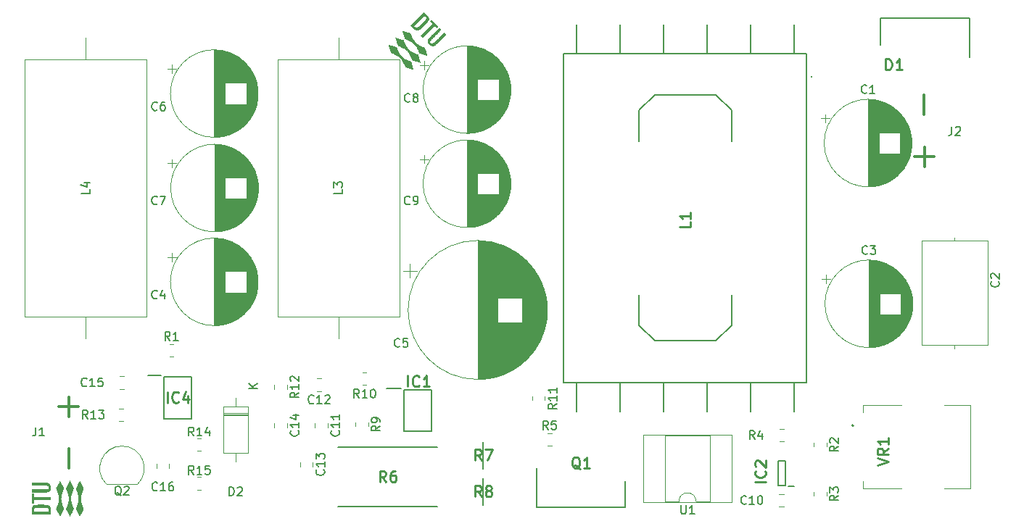
<source format=gbr>
%TF.GenerationSoftware,KiCad,Pcbnew,9.0.7*%
%TF.CreationDate,2026-01-07T19:43:00+01:00*%
%TF.ProjectId,power-electronics2,706f7765-722d-4656-9c65-6374726f6e69,rev?*%
%TF.SameCoordinates,Original*%
%TF.FileFunction,Legend,Top*%
%TF.FilePolarity,Positive*%
%FSLAX46Y46*%
G04 Gerber Fmt 4.6, Leading zero omitted, Abs format (unit mm)*
G04 Created by KiCad (PCBNEW 9.0.7) date 2026-01-07 19:43:00*
%MOMM*%
%LPD*%
G01*
G04 APERTURE LIST*
%ADD10C,0.254000*%
%ADD11C,0.150000*%
%ADD12C,0.300000*%
%ADD13C,0.200000*%
%ADD14C,0.120000*%
%ADD15C,0.000000*%
%ADD16C,0.100000*%
G04 APERTURE END LIST*
D10*
X64715923Y-70702317D02*
X64292589Y-70097555D01*
X63990208Y-70702317D02*
X63990208Y-69432317D01*
X63990208Y-69432317D02*
X64474018Y-69432317D01*
X64474018Y-69432317D02*
X64594970Y-69492793D01*
X64594970Y-69492793D02*
X64655447Y-69553269D01*
X64655447Y-69553269D02*
X64715923Y-69674221D01*
X64715923Y-69674221D02*
X64715923Y-69855650D01*
X64715923Y-69855650D02*
X64655447Y-69976602D01*
X64655447Y-69976602D02*
X64594970Y-70037079D01*
X64594970Y-70037079D02*
X64474018Y-70097555D01*
X64474018Y-70097555D02*
X63990208Y-70097555D01*
X65804494Y-69432317D02*
X65562589Y-69432317D01*
X65562589Y-69432317D02*
X65441637Y-69492793D01*
X65441637Y-69492793D02*
X65381161Y-69553269D01*
X65381161Y-69553269D02*
X65260208Y-69734698D01*
X65260208Y-69734698D02*
X65199732Y-69976602D01*
X65199732Y-69976602D02*
X65199732Y-70460412D01*
X65199732Y-70460412D02*
X65260208Y-70581364D01*
X65260208Y-70581364D02*
X65320685Y-70641841D01*
X65320685Y-70641841D02*
X65441637Y-70702317D01*
X65441637Y-70702317D02*
X65683542Y-70702317D01*
X65683542Y-70702317D02*
X65804494Y-70641841D01*
X65804494Y-70641841D02*
X65864970Y-70581364D01*
X65864970Y-70581364D02*
X65925447Y-70460412D01*
X65925447Y-70460412D02*
X65925447Y-70158031D01*
X65925447Y-70158031D02*
X65864970Y-70037079D01*
X65864970Y-70037079D02*
X65804494Y-69976602D01*
X65804494Y-69976602D02*
X65683542Y-69916126D01*
X65683542Y-69916126D02*
X65441637Y-69916126D01*
X65441637Y-69916126D02*
X65320685Y-69976602D01*
X65320685Y-69976602D02*
X65260208Y-70037079D01*
X65260208Y-70037079D02*
X65199732Y-70158031D01*
D11*
X117532409Y-66544665D02*
X117056218Y-66877998D01*
X117532409Y-67116093D02*
X116532409Y-67116093D01*
X116532409Y-67116093D02*
X116532409Y-66735141D01*
X116532409Y-66735141D02*
X116580028Y-66639903D01*
X116580028Y-66639903D02*
X116627647Y-66592284D01*
X116627647Y-66592284D02*
X116722885Y-66544665D01*
X116722885Y-66544665D02*
X116865742Y-66544665D01*
X116865742Y-66544665D02*
X116960980Y-66592284D01*
X116960980Y-66592284D02*
X117008599Y-66639903D01*
X117008599Y-66639903D02*
X117056218Y-66735141D01*
X117056218Y-66735141D02*
X117056218Y-67116093D01*
X116627647Y-66163712D02*
X116580028Y-66116093D01*
X116580028Y-66116093D02*
X116532409Y-66020855D01*
X116532409Y-66020855D02*
X116532409Y-65782760D01*
X116532409Y-65782760D02*
X116580028Y-65687522D01*
X116580028Y-65687522D02*
X116627647Y-65639903D01*
X116627647Y-65639903D02*
X116722885Y-65592284D01*
X116722885Y-65592284D02*
X116818123Y-65592284D01*
X116818123Y-65592284D02*
X116960980Y-65639903D01*
X116960980Y-65639903D02*
X117532409Y-66211331D01*
X117532409Y-66211331D02*
X117532409Y-65592284D01*
X30132409Y-36544665D02*
X30132409Y-37020855D01*
X30132409Y-37020855D02*
X29132409Y-37020855D01*
X29465742Y-35782760D02*
X30132409Y-35782760D01*
X29084790Y-36020855D02*
X29799075Y-36258950D01*
X29799075Y-36258950D02*
X29799075Y-35639903D01*
X54532409Y-60270856D02*
X54056218Y-60604189D01*
X54532409Y-60842284D02*
X53532409Y-60842284D01*
X53532409Y-60842284D02*
X53532409Y-60461332D01*
X53532409Y-60461332D02*
X53580028Y-60366094D01*
X53580028Y-60366094D02*
X53627647Y-60318475D01*
X53627647Y-60318475D02*
X53722885Y-60270856D01*
X53722885Y-60270856D02*
X53865742Y-60270856D01*
X53865742Y-60270856D02*
X53960980Y-60318475D01*
X53960980Y-60318475D02*
X54008599Y-60366094D01*
X54008599Y-60366094D02*
X54056218Y-60461332D01*
X54056218Y-60461332D02*
X54056218Y-60842284D01*
X54532409Y-59318475D02*
X54532409Y-59889903D01*
X54532409Y-59604189D02*
X53532409Y-59604189D01*
X53532409Y-59604189D02*
X53675266Y-59699427D01*
X53675266Y-59699427D02*
X53770504Y-59794665D01*
X53770504Y-59794665D02*
X53818123Y-59889903D01*
X53627647Y-58937522D02*
X53580028Y-58889903D01*
X53580028Y-58889903D02*
X53532409Y-58794665D01*
X53532409Y-58794665D02*
X53532409Y-58556570D01*
X53532409Y-58556570D02*
X53580028Y-58461332D01*
X53580028Y-58461332D02*
X53627647Y-58413713D01*
X53627647Y-58413713D02*
X53722885Y-58366094D01*
X53722885Y-58366094D02*
X53818123Y-58366094D01*
X53818123Y-58366094D02*
X53960980Y-58413713D01*
X53960980Y-58413713D02*
X54532409Y-58985141D01*
X54532409Y-58985141D02*
X54532409Y-58366094D01*
D10*
X39187827Y-61452317D02*
X39187827Y-60182317D01*
X40518304Y-61331364D02*
X40457828Y-61391841D01*
X40457828Y-61391841D02*
X40276399Y-61452317D01*
X40276399Y-61452317D02*
X40155447Y-61452317D01*
X40155447Y-61452317D02*
X39974018Y-61391841D01*
X39974018Y-61391841D02*
X39853066Y-61270888D01*
X39853066Y-61270888D02*
X39792589Y-61149936D01*
X39792589Y-61149936D02*
X39732113Y-60908031D01*
X39732113Y-60908031D02*
X39732113Y-60726602D01*
X39732113Y-60726602D02*
X39792589Y-60484698D01*
X39792589Y-60484698D02*
X39853066Y-60363745D01*
X39853066Y-60363745D02*
X39974018Y-60242793D01*
X39974018Y-60242793D02*
X40155447Y-60182317D01*
X40155447Y-60182317D02*
X40276399Y-60182317D01*
X40276399Y-60182317D02*
X40457828Y-60242793D01*
X40457828Y-60242793D02*
X40518304Y-60303269D01*
X41606875Y-60605650D02*
X41606875Y-61452317D01*
X41304494Y-60121841D02*
X41002113Y-61028983D01*
X41002113Y-61028983D02*
X41788304Y-61028983D01*
D11*
X38034732Y-71662578D02*
X37987113Y-71710198D01*
X37987113Y-71710198D02*
X37844256Y-71757817D01*
X37844256Y-71757817D02*
X37749018Y-71757817D01*
X37749018Y-71757817D02*
X37606161Y-71710198D01*
X37606161Y-71710198D02*
X37510923Y-71614959D01*
X37510923Y-71614959D02*
X37463304Y-71519721D01*
X37463304Y-71519721D02*
X37415685Y-71329245D01*
X37415685Y-71329245D02*
X37415685Y-71186388D01*
X37415685Y-71186388D02*
X37463304Y-70995912D01*
X37463304Y-70995912D02*
X37510923Y-70900674D01*
X37510923Y-70900674D02*
X37606161Y-70805436D01*
X37606161Y-70805436D02*
X37749018Y-70757817D01*
X37749018Y-70757817D02*
X37844256Y-70757817D01*
X37844256Y-70757817D02*
X37987113Y-70805436D01*
X37987113Y-70805436D02*
X38034732Y-70853055D01*
X38987113Y-71757817D02*
X38415685Y-71757817D01*
X38701399Y-71757817D02*
X38701399Y-70757817D01*
X38701399Y-70757817D02*
X38606161Y-70900674D01*
X38606161Y-70900674D02*
X38510923Y-70995912D01*
X38510923Y-70995912D02*
X38415685Y-71043531D01*
X39844256Y-70757817D02*
X39653780Y-70757817D01*
X39653780Y-70757817D02*
X39558542Y-70805436D01*
X39558542Y-70805436D02*
X39510923Y-70853055D01*
X39510923Y-70853055D02*
X39415685Y-70995912D01*
X39415685Y-70995912D02*
X39368066Y-71186388D01*
X39368066Y-71186388D02*
X39368066Y-71567340D01*
X39368066Y-71567340D02*
X39415685Y-71662578D01*
X39415685Y-71662578D02*
X39463304Y-71710198D01*
X39463304Y-71710198D02*
X39558542Y-71757817D01*
X39558542Y-71757817D02*
X39749018Y-71757817D01*
X39749018Y-71757817D02*
X39844256Y-71710198D01*
X39844256Y-71710198D02*
X39891875Y-71662578D01*
X39891875Y-71662578D02*
X39939494Y-71567340D01*
X39939494Y-71567340D02*
X39939494Y-71329245D01*
X39939494Y-71329245D02*
X39891875Y-71234007D01*
X39891875Y-71234007D02*
X39844256Y-71186388D01*
X39844256Y-71186388D02*
X39749018Y-71138769D01*
X39749018Y-71138769D02*
X39558542Y-71138769D01*
X39558542Y-71138769D02*
X39463304Y-71186388D01*
X39463304Y-71186388D02*
X39415685Y-71234007D01*
X39415685Y-71234007D02*
X39368066Y-71329245D01*
X57467169Y-69308356D02*
X57514789Y-69355975D01*
X57514789Y-69355975D02*
X57562408Y-69498832D01*
X57562408Y-69498832D02*
X57562408Y-69594070D01*
X57562408Y-69594070D02*
X57514789Y-69736927D01*
X57514789Y-69736927D02*
X57419550Y-69832165D01*
X57419550Y-69832165D02*
X57324312Y-69879784D01*
X57324312Y-69879784D02*
X57133836Y-69927403D01*
X57133836Y-69927403D02*
X56990979Y-69927403D01*
X56990979Y-69927403D02*
X56800503Y-69879784D01*
X56800503Y-69879784D02*
X56705265Y-69832165D01*
X56705265Y-69832165D02*
X56610027Y-69736927D01*
X56610027Y-69736927D02*
X56562408Y-69594070D01*
X56562408Y-69594070D02*
X56562408Y-69498832D01*
X56562408Y-69498832D02*
X56610027Y-69355975D01*
X56610027Y-69355975D02*
X56657646Y-69308356D01*
X57562408Y-68355975D02*
X57562408Y-68927403D01*
X57562408Y-68641689D02*
X56562408Y-68641689D01*
X56562408Y-68641689D02*
X56705265Y-68736927D01*
X56705265Y-68736927D02*
X56800503Y-68832165D01*
X56800503Y-68832165D02*
X56848122Y-68927403D01*
X56562408Y-68022641D02*
X56562408Y-67403594D01*
X56562408Y-67403594D02*
X56943360Y-67736927D01*
X56943360Y-67736927D02*
X56943360Y-67594070D01*
X56943360Y-67594070D02*
X56990979Y-67498832D01*
X56990979Y-67498832D02*
X57038598Y-67451213D01*
X57038598Y-67451213D02*
X57133836Y-67403594D01*
X57133836Y-67403594D02*
X57371931Y-67403594D01*
X57371931Y-67403594D02*
X57467169Y-67451213D01*
X57467169Y-67451213D02*
X57514789Y-67498832D01*
X57514789Y-67498832D02*
X57562408Y-67594070D01*
X57562408Y-67594070D02*
X57562408Y-67879784D01*
X57562408Y-67879784D02*
X57514789Y-67975022D01*
X57514789Y-67975022D02*
X57467169Y-68022641D01*
X64032409Y-64174666D02*
X63556218Y-64507999D01*
X64032409Y-64746094D02*
X63032409Y-64746094D01*
X63032409Y-64746094D02*
X63032409Y-64365142D01*
X63032409Y-64365142D02*
X63080028Y-64269904D01*
X63080028Y-64269904D02*
X63127647Y-64222285D01*
X63127647Y-64222285D02*
X63222885Y-64174666D01*
X63222885Y-64174666D02*
X63365742Y-64174666D01*
X63365742Y-64174666D02*
X63460980Y-64222285D01*
X63460980Y-64222285D02*
X63508599Y-64269904D01*
X63508599Y-64269904D02*
X63556218Y-64365142D01*
X63556218Y-64365142D02*
X63556218Y-64746094D01*
X64032409Y-63698475D02*
X64032409Y-63507999D01*
X64032409Y-63507999D02*
X63984790Y-63412761D01*
X63984790Y-63412761D02*
X63937170Y-63365142D01*
X63937170Y-63365142D02*
X63794313Y-63269904D01*
X63794313Y-63269904D02*
X63603837Y-63222285D01*
X63603837Y-63222285D02*
X63222885Y-63222285D01*
X63222885Y-63222285D02*
X63127647Y-63269904D01*
X63127647Y-63269904D02*
X63080028Y-63317523D01*
X63080028Y-63317523D02*
X63032409Y-63412761D01*
X63032409Y-63412761D02*
X63032409Y-63603237D01*
X63032409Y-63603237D02*
X63080028Y-63698475D01*
X63080028Y-63698475D02*
X63127647Y-63746094D01*
X63127647Y-63746094D02*
X63222885Y-63793713D01*
X63222885Y-63793713D02*
X63460980Y-63793713D01*
X63460980Y-63793713D02*
X63556218Y-63746094D01*
X63556218Y-63746094D02*
X63603837Y-63698475D01*
X63603837Y-63698475D02*
X63651456Y-63603237D01*
X63651456Y-63603237D02*
X63651456Y-63412761D01*
X63651456Y-63412761D02*
X63603837Y-63317523D01*
X63603837Y-63317523D02*
X63556218Y-63269904D01*
X63556218Y-63269904D02*
X63460980Y-63222285D01*
X54467169Y-64733356D02*
X54514789Y-64780975D01*
X54514789Y-64780975D02*
X54562408Y-64923832D01*
X54562408Y-64923832D02*
X54562408Y-65019070D01*
X54562408Y-65019070D02*
X54514789Y-65161927D01*
X54514789Y-65161927D02*
X54419550Y-65257165D01*
X54419550Y-65257165D02*
X54324312Y-65304784D01*
X54324312Y-65304784D02*
X54133836Y-65352403D01*
X54133836Y-65352403D02*
X53990979Y-65352403D01*
X53990979Y-65352403D02*
X53800503Y-65304784D01*
X53800503Y-65304784D02*
X53705265Y-65257165D01*
X53705265Y-65257165D02*
X53610027Y-65161927D01*
X53610027Y-65161927D02*
X53562408Y-65019070D01*
X53562408Y-65019070D02*
X53562408Y-64923832D01*
X53562408Y-64923832D02*
X53610027Y-64780975D01*
X53610027Y-64780975D02*
X53657646Y-64733356D01*
X54562408Y-63780975D02*
X54562408Y-64352403D01*
X54562408Y-64066689D02*
X53562408Y-64066689D01*
X53562408Y-64066689D02*
X53705265Y-64161927D01*
X53705265Y-64161927D02*
X53800503Y-64257165D01*
X53800503Y-64257165D02*
X53848122Y-64352403D01*
X53895741Y-62923832D02*
X54562408Y-62923832D01*
X53514789Y-63161927D02*
X54229074Y-63400022D01*
X54229074Y-63400022D02*
X54229074Y-62780975D01*
D10*
X123062618Y-22574318D02*
X123062618Y-21304318D01*
X123062618Y-21304318D02*
X123364999Y-21304318D01*
X123364999Y-21304318D02*
X123546428Y-21364794D01*
X123546428Y-21364794D02*
X123667380Y-21485746D01*
X123667380Y-21485746D02*
X123727857Y-21606699D01*
X123727857Y-21606699D02*
X123788333Y-21848603D01*
X123788333Y-21848603D02*
X123788333Y-22030032D01*
X123788333Y-22030032D02*
X123727857Y-22271937D01*
X123727857Y-22271937D02*
X123667380Y-22392889D01*
X123667380Y-22392889D02*
X123546428Y-22513842D01*
X123546428Y-22513842D02*
X123364999Y-22574318D01*
X123364999Y-22574318D02*
X123062618Y-22574318D01*
X124997857Y-22574318D02*
X124272142Y-22574318D01*
X124634999Y-22574318D02*
X124634999Y-21304318D01*
X124634999Y-21304318D02*
X124514047Y-21485746D01*
X124514047Y-21485746D02*
X124393095Y-21606699D01*
X124393095Y-21606699D02*
X124272142Y-21667175D01*
D11*
X99165685Y-73452818D02*
X99165685Y-74262341D01*
X99165685Y-74262341D02*
X99213304Y-74357579D01*
X99213304Y-74357579D02*
X99260923Y-74405199D01*
X99260923Y-74405199D02*
X99356161Y-74452818D01*
X99356161Y-74452818D02*
X99546637Y-74452818D01*
X99546637Y-74452818D02*
X99641875Y-74405199D01*
X99641875Y-74405199D02*
X99689494Y-74357579D01*
X99689494Y-74357579D02*
X99737113Y-74262341D01*
X99737113Y-74262341D02*
X99737113Y-73452818D01*
X100737113Y-74452818D02*
X100165685Y-74452818D01*
X100451399Y-74452818D02*
X100451399Y-73452818D01*
X100451399Y-73452818D02*
X100356161Y-73595675D01*
X100356161Y-73595675D02*
X100260923Y-73690913D01*
X100260923Y-73690913D02*
X100165685Y-73738532D01*
X59217169Y-64733356D02*
X59264789Y-64780975D01*
X59264789Y-64780975D02*
X59312408Y-64923832D01*
X59312408Y-64923832D02*
X59312408Y-65019070D01*
X59312408Y-65019070D02*
X59264789Y-65161927D01*
X59264789Y-65161927D02*
X59169550Y-65257165D01*
X59169550Y-65257165D02*
X59074312Y-65304784D01*
X59074312Y-65304784D02*
X58883836Y-65352403D01*
X58883836Y-65352403D02*
X58740979Y-65352403D01*
X58740979Y-65352403D02*
X58550503Y-65304784D01*
X58550503Y-65304784D02*
X58455265Y-65257165D01*
X58455265Y-65257165D02*
X58360027Y-65161927D01*
X58360027Y-65161927D02*
X58312408Y-65019070D01*
X58312408Y-65019070D02*
X58312408Y-64923832D01*
X58312408Y-64923832D02*
X58360027Y-64780975D01*
X58360027Y-64780975D02*
X58407646Y-64733356D01*
X59312408Y-63780975D02*
X59312408Y-64352403D01*
X59312408Y-64066689D02*
X58312408Y-64066689D01*
X58312408Y-64066689D02*
X58455265Y-64161927D01*
X58455265Y-64161927D02*
X58550503Y-64257165D01*
X58550503Y-64257165D02*
X58598122Y-64352403D01*
X59312408Y-62828594D02*
X59312408Y-63400022D01*
X59312408Y-63114308D02*
X58312408Y-63114308D01*
X58312408Y-63114308D02*
X58455265Y-63209546D01*
X58455265Y-63209546D02*
X58550503Y-63304784D01*
X58550503Y-63304784D02*
X58598122Y-63400022D01*
X42284732Y-65332818D02*
X41951399Y-64856627D01*
X41713304Y-65332818D02*
X41713304Y-64332818D01*
X41713304Y-64332818D02*
X42094256Y-64332818D01*
X42094256Y-64332818D02*
X42189494Y-64380437D01*
X42189494Y-64380437D02*
X42237113Y-64428056D01*
X42237113Y-64428056D02*
X42284732Y-64523294D01*
X42284732Y-64523294D02*
X42284732Y-64666151D01*
X42284732Y-64666151D02*
X42237113Y-64761389D01*
X42237113Y-64761389D02*
X42189494Y-64809008D01*
X42189494Y-64809008D02*
X42094256Y-64856627D01*
X42094256Y-64856627D02*
X41713304Y-64856627D01*
X43237113Y-65332818D02*
X42665685Y-65332818D01*
X42951399Y-65332818D02*
X42951399Y-64332818D01*
X42951399Y-64332818D02*
X42856161Y-64475675D01*
X42856161Y-64475675D02*
X42760923Y-64570913D01*
X42760923Y-64570913D02*
X42665685Y-64618532D01*
X44094256Y-64666151D02*
X44094256Y-65332818D01*
X43856161Y-64285199D02*
X43618066Y-64999484D01*
X43618066Y-64999484D02*
X44237113Y-64999484D01*
X107760923Y-65732819D02*
X107427590Y-65256628D01*
X107189495Y-65732819D02*
X107189495Y-64732819D01*
X107189495Y-64732819D02*
X107570447Y-64732819D01*
X107570447Y-64732819D02*
X107665685Y-64780438D01*
X107665685Y-64780438D02*
X107713304Y-64828057D01*
X107713304Y-64828057D02*
X107760923Y-64923295D01*
X107760923Y-64923295D02*
X107760923Y-65066152D01*
X107760923Y-65066152D02*
X107713304Y-65161390D01*
X107713304Y-65161390D02*
X107665685Y-65209009D01*
X107665685Y-65209009D02*
X107570447Y-65256628D01*
X107570447Y-65256628D02*
X107189495Y-65256628D01*
X108618066Y-65066152D02*
X108618066Y-65732819D01*
X108379971Y-64685200D02*
X108141876Y-65399485D01*
X108141876Y-65399485D02*
X108760923Y-65399485D01*
X46439495Y-72332818D02*
X46439495Y-71332818D01*
X46439495Y-71332818D02*
X46677590Y-71332818D01*
X46677590Y-71332818D02*
X46820447Y-71380437D01*
X46820447Y-71380437D02*
X46915685Y-71475675D01*
X46915685Y-71475675D02*
X46963304Y-71570913D01*
X46963304Y-71570913D02*
X47010923Y-71761389D01*
X47010923Y-71761389D02*
X47010923Y-71904246D01*
X47010923Y-71904246D02*
X46963304Y-72094722D01*
X46963304Y-72094722D02*
X46915685Y-72189960D01*
X46915685Y-72189960D02*
X46820447Y-72285199D01*
X46820447Y-72285199D02*
X46677590Y-72332818D01*
X46677590Y-72332818D02*
X46439495Y-72332818D01*
X47391876Y-71428056D02*
X47439495Y-71380437D01*
X47439495Y-71380437D02*
X47534733Y-71332818D01*
X47534733Y-71332818D02*
X47772828Y-71332818D01*
X47772828Y-71332818D02*
X47868066Y-71380437D01*
X47868066Y-71380437D02*
X47915685Y-71428056D01*
X47915685Y-71428056D02*
X47963304Y-71523294D01*
X47963304Y-71523294D02*
X47963304Y-71618532D01*
X47963304Y-71618532D02*
X47915685Y-71761389D01*
X47915685Y-71761389D02*
X47344257Y-72332818D01*
X47344257Y-72332818D02*
X47963304Y-72332818D01*
X49732409Y-59809903D02*
X48732409Y-59809903D01*
X49732409Y-59238475D02*
X49160980Y-59667046D01*
X48732409Y-59238475D02*
X49303837Y-59809903D01*
X33812351Y-72318057D02*
X33717113Y-72270438D01*
X33717113Y-72270438D02*
X33621875Y-72175200D01*
X33621875Y-72175200D02*
X33479018Y-72032342D01*
X33479018Y-72032342D02*
X33383780Y-71984723D01*
X33383780Y-71984723D02*
X33288542Y-71984723D01*
X33336161Y-72222819D02*
X33240923Y-72175200D01*
X33240923Y-72175200D02*
X33145685Y-72079961D01*
X33145685Y-72079961D02*
X33098066Y-71889485D01*
X33098066Y-71889485D02*
X33098066Y-71556152D01*
X33098066Y-71556152D02*
X33145685Y-71365676D01*
X33145685Y-71365676D02*
X33240923Y-71270438D01*
X33240923Y-71270438D02*
X33336161Y-71222819D01*
X33336161Y-71222819D02*
X33526637Y-71222819D01*
X33526637Y-71222819D02*
X33621875Y-71270438D01*
X33621875Y-71270438D02*
X33717113Y-71365676D01*
X33717113Y-71365676D02*
X33764732Y-71556152D01*
X33764732Y-71556152D02*
X33764732Y-71889485D01*
X33764732Y-71889485D02*
X33717113Y-72079961D01*
X33717113Y-72079961D02*
X33621875Y-72175200D01*
X33621875Y-72175200D02*
X33526637Y-72222819D01*
X33526637Y-72222819D02*
X33336161Y-72222819D01*
X34145685Y-71318057D02*
X34193304Y-71270438D01*
X34193304Y-71270438D02*
X34288542Y-71222819D01*
X34288542Y-71222819D02*
X34526637Y-71222819D01*
X34526637Y-71222819D02*
X34621875Y-71270438D01*
X34621875Y-71270438D02*
X34669494Y-71318057D01*
X34669494Y-71318057D02*
X34717113Y-71413295D01*
X34717113Y-71413295D02*
X34717113Y-71508533D01*
X34717113Y-71508533D02*
X34669494Y-71651390D01*
X34669494Y-71651390D02*
X34098066Y-72222819D01*
X34098066Y-72222819D02*
X34717113Y-72222819D01*
X117532409Y-72294665D02*
X117056218Y-72627998D01*
X117532409Y-72866093D02*
X116532409Y-72866093D01*
X116532409Y-72866093D02*
X116532409Y-72485141D01*
X116532409Y-72485141D02*
X116580028Y-72389903D01*
X116580028Y-72389903D02*
X116627647Y-72342284D01*
X116627647Y-72342284D02*
X116722885Y-72294665D01*
X116722885Y-72294665D02*
X116865742Y-72294665D01*
X116865742Y-72294665D02*
X116960980Y-72342284D01*
X116960980Y-72342284D02*
X117008599Y-72389903D01*
X117008599Y-72389903D02*
X117056218Y-72485141D01*
X117056218Y-72485141D02*
X117056218Y-72866093D01*
X116532409Y-71961331D02*
X116532409Y-71342284D01*
X116532409Y-71342284D02*
X116913361Y-71675617D01*
X116913361Y-71675617D02*
X116913361Y-71532760D01*
X116913361Y-71532760D02*
X116960980Y-71437522D01*
X116960980Y-71437522D02*
X117008599Y-71389903D01*
X117008599Y-71389903D02*
X117103837Y-71342284D01*
X117103837Y-71342284D02*
X117341932Y-71342284D01*
X117341932Y-71342284D02*
X117437170Y-71389903D01*
X117437170Y-71389903D02*
X117484790Y-71437522D01*
X117484790Y-71437522D02*
X117532409Y-71532760D01*
X117532409Y-71532760D02*
X117532409Y-71818474D01*
X117532409Y-71818474D02*
X117484790Y-71913712D01*
X117484790Y-71913712D02*
X117437170Y-71961331D01*
X120835923Y-25237579D02*
X120788304Y-25285199D01*
X120788304Y-25285199D02*
X120645447Y-25332818D01*
X120645447Y-25332818D02*
X120550209Y-25332818D01*
X120550209Y-25332818D02*
X120407352Y-25285199D01*
X120407352Y-25285199D02*
X120312114Y-25189960D01*
X120312114Y-25189960D02*
X120264495Y-25094722D01*
X120264495Y-25094722D02*
X120216876Y-24904246D01*
X120216876Y-24904246D02*
X120216876Y-24761389D01*
X120216876Y-24761389D02*
X120264495Y-24570913D01*
X120264495Y-24570913D02*
X120312114Y-24475675D01*
X120312114Y-24475675D02*
X120407352Y-24380437D01*
X120407352Y-24380437D02*
X120550209Y-24332818D01*
X120550209Y-24332818D02*
X120645447Y-24332818D01*
X120645447Y-24332818D02*
X120788304Y-24380437D01*
X120788304Y-24380437D02*
X120835923Y-24428056D01*
X121788304Y-25332818D02*
X121216876Y-25332818D01*
X121502590Y-25332818D02*
X121502590Y-24332818D01*
X121502590Y-24332818D02*
X121407352Y-24475675D01*
X121407352Y-24475675D02*
X121312114Y-24570913D01*
X121312114Y-24570913D02*
X121216876Y-24618532D01*
D10*
X75865923Y-72452317D02*
X75442589Y-71847555D01*
X75140208Y-72452317D02*
X75140208Y-71182317D01*
X75140208Y-71182317D02*
X75624018Y-71182317D01*
X75624018Y-71182317D02*
X75744970Y-71242793D01*
X75744970Y-71242793D02*
X75805447Y-71303269D01*
X75805447Y-71303269D02*
X75865923Y-71424221D01*
X75865923Y-71424221D02*
X75865923Y-71605650D01*
X75865923Y-71605650D02*
X75805447Y-71726602D01*
X75805447Y-71726602D02*
X75744970Y-71787079D01*
X75744970Y-71787079D02*
X75624018Y-71847555D01*
X75624018Y-71847555D02*
X75140208Y-71847555D01*
X76591637Y-71726602D02*
X76470685Y-71666126D01*
X76470685Y-71666126D02*
X76410208Y-71605650D01*
X76410208Y-71605650D02*
X76349732Y-71484698D01*
X76349732Y-71484698D02*
X76349732Y-71424221D01*
X76349732Y-71424221D02*
X76410208Y-71303269D01*
X76410208Y-71303269D02*
X76470685Y-71242793D01*
X76470685Y-71242793D02*
X76591637Y-71182317D01*
X76591637Y-71182317D02*
X76833542Y-71182317D01*
X76833542Y-71182317D02*
X76954494Y-71242793D01*
X76954494Y-71242793D02*
X77014970Y-71303269D01*
X77014970Y-71303269D02*
X77075447Y-71424221D01*
X77075447Y-71424221D02*
X77075447Y-71484698D01*
X77075447Y-71484698D02*
X77014970Y-71605650D01*
X77014970Y-71605650D02*
X76954494Y-71666126D01*
X76954494Y-71666126D02*
X76833542Y-71726602D01*
X76833542Y-71726602D02*
X76591637Y-71726602D01*
X76591637Y-71726602D02*
X76470685Y-71787079D01*
X76470685Y-71787079D02*
X76410208Y-71847555D01*
X76410208Y-71847555D02*
X76349732Y-71968507D01*
X76349732Y-71968507D02*
X76349732Y-72210412D01*
X76349732Y-72210412D02*
X76410208Y-72331364D01*
X76410208Y-72331364D02*
X76470685Y-72391841D01*
X76470685Y-72391841D02*
X76591637Y-72452317D01*
X76591637Y-72452317D02*
X76833542Y-72452317D01*
X76833542Y-72452317D02*
X76954494Y-72391841D01*
X76954494Y-72391841D02*
X77014970Y-72331364D01*
X77014970Y-72331364D02*
X77075447Y-72210412D01*
X77075447Y-72210412D02*
X77075447Y-71968507D01*
X77075447Y-71968507D02*
X77014970Y-71847555D01*
X77014970Y-71847555D02*
X76954494Y-71787079D01*
X76954494Y-71787079D02*
X76833542Y-71726602D01*
D11*
X42284732Y-69832818D02*
X41951399Y-69356627D01*
X41713304Y-69832818D02*
X41713304Y-68832818D01*
X41713304Y-68832818D02*
X42094256Y-68832818D01*
X42094256Y-68832818D02*
X42189494Y-68880437D01*
X42189494Y-68880437D02*
X42237113Y-68928056D01*
X42237113Y-68928056D02*
X42284732Y-69023294D01*
X42284732Y-69023294D02*
X42284732Y-69166151D01*
X42284732Y-69166151D02*
X42237113Y-69261389D01*
X42237113Y-69261389D02*
X42189494Y-69309008D01*
X42189494Y-69309008D02*
X42094256Y-69356627D01*
X42094256Y-69356627D02*
X41713304Y-69356627D01*
X43237113Y-69832818D02*
X42665685Y-69832818D01*
X42951399Y-69832818D02*
X42951399Y-68832818D01*
X42951399Y-68832818D02*
X42856161Y-68975675D01*
X42856161Y-68975675D02*
X42760923Y-69070913D01*
X42760923Y-69070913D02*
X42665685Y-69118532D01*
X44141875Y-68832818D02*
X43665685Y-68832818D01*
X43665685Y-68832818D02*
X43618066Y-69309008D01*
X43618066Y-69309008D02*
X43665685Y-69261389D01*
X43665685Y-69261389D02*
X43760923Y-69213770D01*
X43760923Y-69213770D02*
X43999018Y-69213770D01*
X43999018Y-69213770D02*
X44094256Y-69261389D01*
X44094256Y-69261389D02*
X44141875Y-69309008D01*
X44141875Y-69309008D02*
X44189494Y-69404246D01*
X44189494Y-69404246D02*
X44189494Y-69642341D01*
X44189494Y-69642341D02*
X44141875Y-69737579D01*
X44141875Y-69737579D02*
X44094256Y-69785199D01*
X44094256Y-69785199D02*
X43999018Y-69832818D01*
X43999018Y-69832818D02*
X43760923Y-69832818D01*
X43760923Y-69832818D02*
X43665685Y-69785199D01*
X43665685Y-69785199D02*
X43618066Y-69737579D01*
X56284732Y-61487579D02*
X56237113Y-61535199D01*
X56237113Y-61535199D02*
X56094256Y-61582818D01*
X56094256Y-61582818D02*
X55999018Y-61582818D01*
X55999018Y-61582818D02*
X55856161Y-61535199D01*
X55856161Y-61535199D02*
X55760923Y-61439960D01*
X55760923Y-61439960D02*
X55713304Y-61344722D01*
X55713304Y-61344722D02*
X55665685Y-61154246D01*
X55665685Y-61154246D02*
X55665685Y-61011389D01*
X55665685Y-61011389D02*
X55713304Y-60820913D01*
X55713304Y-60820913D02*
X55760923Y-60725675D01*
X55760923Y-60725675D02*
X55856161Y-60630437D01*
X55856161Y-60630437D02*
X55999018Y-60582818D01*
X55999018Y-60582818D02*
X56094256Y-60582818D01*
X56094256Y-60582818D02*
X56237113Y-60630437D01*
X56237113Y-60630437D02*
X56284732Y-60678056D01*
X57237113Y-61582818D02*
X56665685Y-61582818D01*
X56951399Y-61582818D02*
X56951399Y-60582818D01*
X56951399Y-60582818D02*
X56856161Y-60725675D01*
X56856161Y-60725675D02*
X56760923Y-60820913D01*
X56760923Y-60820913D02*
X56665685Y-60868532D01*
X57618066Y-60678056D02*
X57665685Y-60630437D01*
X57665685Y-60630437D02*
X57760923Y-60582818D01*
X57760923Y-60582818D02*
X57999018Y-60582818D01*
X57999018Y-60582818D02*
X58094256Y-60630437D01*
X58094256Y-60630437D02*
X58141875Y-60678056D01*
X58141875Y-60678056D02*
X58189494Y-60773294D01*
X58189494Y-60773294D02*
X58189494Y-60868532D01*
X58189494Y-60868532D02*
X58141875Y-61011389D01*
X58141875Y-61011389D02*
X57570447Y-61582818D01*
X57570447Y-61582818D02*
X58189494Y-61582818D01*
X38010923Y-38237579D02*
X37963304Y-38285199D01*
X37963304Y-38285199D02*
X37820447Y-38332818D01*
X37820447Y-38332818D02*
X37725209Y-38332818D01*
X37725209Y-38332818D02*
X37582352Y-38285199D01*
X37582352Y-38285199D02*
X37487114Y-38189960D01*
X37487114Y-38189960D02*
X37439495Y-38094722D01*
X37439495Y-38094722D02*
X37391876Y-37904246D01*
X37391876Y-37904246D02*
X37391876Y-37761389D01*
X37391876Y-37761389D02*
X37439495Y-37570913D01*
X37439495Y-37570913D02*
X37487114Y-37475675D01*
X37487114Y-37475675D02*
X37582352Y-37380437D01*
X37582352Y-37380437D02*
X37725209Y-37332818D01*
X37725209Y-37332818D02*
X37820447Y-37332818D01*
X37820447Y-37332818D02*
X37963304Y-37380437D01*
X37963304Y-37380437D02*
X38010923Y-37428056D01*
X38344257Y-37332818D02*
X39010923Y-37332818D01*
X39010923Y-37332818D02*
X38582352Y-38332818D01*
X67510923Y-26237579D02*
X67463304Y-26285199D01*
X67463304Y-26285199D02*
X67320447Y-26332818D01*
X67320447Y-26332818D02*
X67225209Y-26332818D01*
X67225209Y-26332818D02*
X67082352Y-26285199D01*
X67082352Y-26285199D02*
X66987114Y-26189960D01*
X66987114Y-26189960D02*
X66939495Y-26094722D01*
X66939495Y-26094722D02*
X66891876Y-25904246D01*
X66891876Y-25904246D02*
X66891876Y-25761389D01*
X66891876Y-25761389D02*
X66939495Y-25570913D01*
X66939495Y-25570913D02*
X66987114Y-25475675D01*
X66987114Y-25475675D02*
X67082352Y-25380437D01*
X67082352Y-25380437D02*
X67225209Y-25332818D01*
X67225209Y-25332818D02*
X67320447Y-25332818D01*
X67320447Y-25332818D02*
X67463304Y-25380437D01*
X67463304Y-25380437D02*
X67510923Y-25428056D01*
X68082352Y-25761389D02*
X67987114Y-25713770D01*
X67987114Y-25713770D02*
X67939495Y-25666151D01*
X67939495Y-25666151D02*
X67891876Y-25570913D01*
X67891876Y-25570913D02*
X67891876Y-25523294D01*
X67891876Y-25523294D02*
X67939495Y-25428056D01*
X67939495Y-25428056D02*
X67987114Y-25380437D01*
X67987114Y-25380437D02*
X68082352Y-25332818D01*
X68082352Y-25332818D02*
X68272828Y-25332818D01*
X68272828Y-25332818D02*
X68368066Y-25380437D01*
X68368066Y-25380437D02*
X68415685Y-25428056D01*
X68415685Y-25428056D02*
X68463304Y-25523294D01*
X68463304Y-25523294D02*
X68463304Y-25570913D01*
X68463304Y-25570913D02*
X68415685Y-25666151D01*
X68415685Y-25666151D02*
X68368066Y-25713770D01*
X68368066Y-25713770D02*
X68272828Y-25761389D01*
X68272828Y-25761389D02*
X68082352Y-25761389D01*
X68082352Y-25761389D02*
X67987114Y-25809008D01*
X67987114Y-25809008D02*
X67939495Y-25856627D01*
X67939495Y-25856627D02*
X67891876Y-25951865D01*
X67891876Y-25951865D02*
X67891876Y-26142341D01*
X67891876Y-26142341D02*
X67939495Y-26237579D01*
X67939495Y-26237579D02*
X67987114Y-26285199D01*
X67987114Y-26285199D02*
X68082352Y-26332818D01*
X68082352Y-26332818D02*
X68272828Y-26332818D01*
X68272828Y-26332818D02*
X68368066Y-26285199D01*
X68368066Y-26285199D02*
X68415685Y-26237579D01*
X68415685Y-26237579D02*
X68463304Y-26142341D01*
X68463304Y-26142341D02*
X68463304Y-25951865D01*
X68463304Y-25951865D02*
X68415685Y-25856627D01*
X68415685Y-25856627D02*
X68368066Y-25809008D01*
X68368066Y-25809008D02*
X68272828Y-25761389D01*
X38010923Y-27237579D02*
X37963304Y-27285199D01*
X37963304Y-27285199D02*
X37820447Y-27332818D01*
X37820447Y-27332818D02*
X37725209Y-27332818D01*
X37725209Y-27332818D02*
X37582352Y-27285199D01*
X37582352Y-27285199D02*
X37487114Y-27189960D01*
X37487114Y-27189960D02*
X37439495Y-27094722D01*
X37439495Y-27094722D02*
X37391876Y-26904246D01*
X37391876Y-26904246D02*
X37391876Y-26761389D01*
X37391876Y-26761389D02*
X37439495Y-26570913D01*
X37439495Y-26570913D02*
X37487114Y-26475675D01*
X37487114Y-26475675D02*
X37582352Y-26380437D01*
X37582352Y-26380437D02*
X37725209Y-26332818D01*
X37725209Y-26332818D02*
X37820447Y-26332818D01*
X37820447Y-26332818D02*
X37963304Y-26380437D01*
X37963304Y-26380437D02*
X38010923Y-26428056D01*
X38868066Y-26332818D02*
X38677590Y-26332818D01*
X38677590Y-26332818D02*
X38582352Y-26380437D01*
X38582352Y-26380437D02*
X38534733Y-26428056D01*
X38534733Y-26428056D02*
X38439495Y-26570913D01*
X38439495Y-26570913D02*
X38391876Y-26761389D01*
X38391876Y-26761389D02*
X38391876Y-27142341D01*
X38391876Y-27142341D02*
X38439495Y-27237579D01*
X38439495Y-27237579D02*
X38487114Y-27285199D01*
X38487114Y-27285199D02*
X38582352Y-27332818D01*
X38582352Y-27332818D02*
X38772828Y-27332818D01*
X38772828Y-27332818D02*
X38868066Y-27285199D01*
X38868066Y-27285199D02*
X38915685Y-27237579D01*
X38915685Y-27237579D02*
X38963304Y-27142341D01*
X38963304Y-27142341D02*
X38963304Y-26904246D01*
X38963304Y-26904246D02*
X38915685Y-26809008D01*
X38915685Y-26809008D02*
X38868066Y-26761389D01*
X38868066Y-26761389D02*
X38772828Y-26713770D01*
X38772828Y-26713770D02*
X38582352Y-26713770D01*
X38582352Y-26713770D02*
X38487114Y-26761389D01*
X38487114Y-26761389D02*
X38439495Y-26809008D01*
X38439495Y-26809008D02*
X38391876Y-26904246D01*
X83669333Y-64590819D02*
X83336000Y-64114628D01*
X83097905Y-64590819D02*
X83097905Y-63590819D01*
X83097905Y-63590819D02*
X83478857Y-63590819D01*
X83478857Y-63590819D02*
X83574095Y-63638438D01*
X83574095Y-63638438D02*
X83621714Y-63686057D01*
X83621714Y-63686057D02*
X83669333Y-63781295D01*
X83669333Y-63781295D02*
X83669333Y-63924152D01*
X83669333Y-63924152D02*
X83621714Y-64019390D01*
X83621714Y-64019390D02*
X83574095Y-64067009D01*
X83574095Y-64067009D02*
X83478857Y-64114628D01*
X83478857Y-64114628D02*
X83097905Y-64114628D01*
X84574095Y-63590819D02*
X84097905Y-63590819D01*
X84097905Y-63590819D02*
X84050286Y-64067009D01*
X84050286Y-64067009D02*
X84097905Y-64019390D01*
X84097905Y-64019390D02*
X84193143Y-63971771D01*
X84193143Y-63971771D02*
X84431238Y-63971771D01*
X84431238Y-63971771D02*
X84526476Y-64019390D01*
X84526476Y-64019390D02*
X84574095Y-64067009D01*
X84574095Y-64067009D02*
X84621714Y-64162247D01*
X84621714Y-64162247D02*
X84621714Y-64400342D01*
X84621714Y-64400342D02*
X84574095Y-64495580D01*
X84574095Y-64495580D02*
X84526476Y-64543200D01*
X84526476Y-64543200D02*
X84431238Y-64590819D01*
X84431238Y-64590819D02*
X84193143Y-64590819D01*
X84193143Y-64590819D02*
X84097905Y-64543200D01*
X84097905Y-64543200D02*
X84050286Y-64495580D01*
X106784732Y-73237579D02*
X106737113Y-73285199D01*
X106737113Y-73285199D02*
X106594256Y-73332818D01*
X106594256Y-73332818D02*
X106499018Y-73332818D01*
X106499018Y-73332818D02*
X106356161Y-73285199D01*
X106356161Y-73285199D02*
X106260923Y-73189960D01*
X106260923Y-73189960D02*
X106213304Y-73094722D01*
X106213304Y-73094722D02*
X106165685Y-72904246D01*
X106165685Y-72904246D02*
X106165685Y-72761389D01*
X106165685Y-72761389D02*
X106213304Y-72570913D01*
X106213304Y-72570913D02*
X106260923Y-72475675D01*
X106260923Y-72475675D02*
X106356161Y-72380437D01*
X106356161Y-72380437D02*
X106499018Y-72332818D01*
X106499018Y-72332818D02*
X106594256Y-72332818D01*
X106594256Y-72332818D02*
X106737113Y-72380437D01*
X106737113Y-72380437D02*
X106784732Y-72428056D01*
X107737113Y-73332818D02*
X107165685Y-73332818D01*
X107451399Y-73332818D02*
X107451399Y-72332818D01*
X107451399Y-72332818D02*
X107356161Y-72475675D01*
X107356161Y-72475675D02*
X107260923Y-72570913D01*
X107260923Y-72570913D02*
X107165685Y-72618532D01*
X108356161Y-72332818D02*
X108451399Y-72332818D01*
X108451399Y-72332818D02*
X108546637Y-72380437D01*
X108546637Y-72380437D02*
X108594256Y-72428056D01*
X108594256Y-72428056D02*
X108641875Y-72523294D01*
X108641875Y-72523294D02*
X108689494Y-72713770D01*
X108689494Y-72713770D02*
X108689494Y-72951865D01*
X108689494Y-72951865D02*
X108641875Y-73142341D01*
X108641875Y-73142341D02*
X108594256Y-73237579D01*
X108594256Y-73237579D02*
X108546637Y-73285199D01*
X108546637Y-73285199D02*
X108451399Y-73332818D01*
X108451399Y-73332818D02*
X108356161Y-73332818D01*
X108356161Y-73332818D02*
X108260923Y-73285199D01*
X108260923Y-73285199D02*
X108213304Y-73237579D01*
X108213304Y-73237579D02*
X108165685Y-73142341D01*
X108165685Y-73142341D02*
X108118066Y-72951865D01*
X108118066Y-72951865D02*
X108118066Y-72713770D01*
X108118066Y-72713770D02*
X108165685Y-72523294D01*
X108165685Y-72523294D02*
X108213304Y-72428056D01*
X108213304Y-72428056D02*
X108260923Y-72380437D01*
X108260923Y-72380437D02*
X108356161Y-72332818D01*
D10*
X100251908Y-40339665D02*
X100251908Y-40944427D01*
X100251908Y-40944427D02*
X98981908Y-40944427D01*
X100251908Y-39251093D02*
X100251908Y-39976808D01*
X100251908Y-39613951D02*
X98981908Y-39613951D01*
X98981908Y-39613951D02*
X99163336Y-39734903D01*
X99163336Y-39734903D02*
X99284289Y-39855855D01*
X99284289Y-39855855D02*
X99344765Y-39976808D01*
X109074318Y-70739762D02*
X107804318Y-70739762D01*
X108953365Y-69409285D02*
X109013842Y-69469761D01*
X109013842Y-69469761D02*
X109074318Y-69651190D01*
X109074318Y-69651190D02*
X109074318Y-69772142D01*
X109074318Y-69772142D02*
X109013842Y-69953571D01*
X109013842Y-69953571D02*
X108892889Y-70074523D01*
X108892889Y-70074523D02*
X108771937Y-70135000D01*
X108771937Y-70135000D02*
X108530032Y-70195476D01*
X108530032Y-70195476D02*
X108348603Y-70195476D01*
X108348603Y-70195476D02*
X108106699Y-70135000D01*
X108106699Y-70135000D02*
X107985746Y-70074523D01*
X107985746Y-70074523D02*
X107864794Y-69953571D01*
X107864794Y-69953571D02*
X107804318Y-69772142D01*
X107804318Y-69772142D02*
X107804318Y-69651190D01*
X107804318Y-69651190D02*
X107864794Y-69469761D01*
X107864794Y-69469761D02*
X107925270Y-69409285D01*
X107925270Y-68925476D02*
X107864794Y-68865000D01*
X107864794Y-68865000D02*
X107804318Y-68744047D01*
X107804318Y-68744047D02*
X107804318Y-68441666D01*
X107804318Y-68441666D02*
X107864794Y-68320714D01*
X107864794Y-68320714D02*
X107925270Y-68260238D01*
X107925270Y-68260238D02*
X108046222Y-68199761D01*
X108046222Y-68199761D02*
X108167175Y-68199761D01*
X108167175Y-68199761D02*
X108348603Y-68260238D01*
X108348603Y-68260238D02*
X109074318Y-68985952D01*
X109074318Y-68985952D02*
X109074318Y-68199761D01*
D11*
X61587142Y-60878819D02*
X61253809Y-60402628D01*
X61015714Y-60878819D02*
X61015714Y-59878819D01*
X61015714Y-59878819D02*
X61396666Y-59878819D01*
X61396666Y-59878819D02*
X61491904Y-59926438D01*
X61491904Y-59926438D02*
X61539523Y-59974057D01*
X61539523Y-59974057D02*
X61587142Y-60069295D01*
X61587142Y-60069295D02*
X61587142Y-60212152D01*
X61587142Y-60212152D02*
X61539523Y-60307390D01*
X61539523Y-60307390D02*
X61491904Y-60355009D01*
X61491904Y-60355009D02*
X61396666Y-60402628D01*
X61396666Y-60402628D02*
X61015714Y-60402628D01*
X62539523Y-60878819D02*
X61968095Y-60878819D01*
X62253809Y-60878819D02*
X62253809Y-59878819D01*
X62253809Y-59878819D02*
X62158571Y-60021676D01*
X62158571Y-60021676D02*
X62063333Y-60116914D01*
X62063333Y-60116914D02*
X61968095Y-60164533D01*
X63158571Y-59878819D02*
X63253809Y-59878819D01*
X63253809Y-59878819D02*
X63349047Y-59926438D01*
X63349047Y-59926438D02*
X63396666Y-59974057D01*
X63396666Y-59974057D02*
X63444285Y-60069295D01*
X63444285Y-60069295D02*
X63491904Y-60259771D01*
X63491904Y-60259771D02*
X63491904Y-60497866D01*
X63491904Y-60497866D02*
X63444285Y-60688342D01*
X63444285Y-60688342D02*
X63396666Y-60783580D01*
X63396666Y-60783580D02*
X63349047Y-60831200D01*
X63349047Y-60831200D02*
X63253809Y-60878819D01*
X63253809Y-60878819D02*
X63158571Y-60878819D01*
X63158571Y-60878819D02*
X63063333Y-60831200D01*
X63063333Y-60831200D02*
X63015714Y-60783580D01*
X63015714Y-60783580D02*
X62968095Y-60688342D01*
X62968095Y-60688342D02*
X62920476Y-60497866D01*
X62920476Y-60497866D02*
X62920476Y-60259771D01*
X62920476Y-60259771D02*
X62968095Y-60069295D01*
X62968095Y-60069295D02*
X63015714Y-59974057D01*
X63015714Y-59974057D02*
X63063333Y-59926438D01*
X63063333Y-59926438D02*
X63158571Y-59878819D01*
X136232170Y-47304665D02*
X136279790Y-47352284D01*
X136279790Y-47352284D02*
X136327409Y-47495141D01*
X136327409Y-47495141D02*
X136327409Y-47590379D01*
X136327409Y-47590379D02*
X136279790Y-47733236D01*
X136279790Y-47733236D02*
X136184551Y-47828474D01*
X136184551Y-47828474D02*
X136089313Y-47876093D01*
X136089313Y-47876093D02*
X135898837Y-47923712D01*
X135898837Y-47923712D02*
X135755980Y-47923712D01*
X135755980Y-47923712D02*
X135565504Y-47876093D01*
X135565504Y-47876093D02*
X135470266Y-47828474D01*
X135470266Y-47828474D02*
X135375028Y-47733236D01*
X135375028Y-47733236D02*
X135327409Y-47590379D01*
X135327409Y-47590379D02*
X135327409Y-47495141D01*
X135327409Y-47495141D02*
X135375028Y-47352284D01*
X135375028Y-47352284D02*
X135422647Y-47304665D01*
X135422647Y-46923712D02*
X135375028Y-46876093D01*
X135375028Y-46876093D02*
X135327409Y-46780855D01*
X135327409Y-46780855D02*
X135327409Y-46542760D01*
X135327409Y-46542760D02*
X135375028Y-46447522D01*
X135375028Y-46447522D02*
X135422647Y-46399903D01*
X135422647Y-46399903D02*
X135517885Y-46352284D01*
X135517885Y-46352284D02*
X135613123Y-46352284D01*
X135613123Y-46352284D02*
X135755980Y-46399903D01*
X135755980Y-46399903D02*
X136327409Y-46971331D01*
X136327409Y-46971331D02*
X136327409Y-46352284D01*
X67510923Y-38237579D02*
X67463304Y-38285199D01*
X67463304Y-38285199D02*
X67320447Y-38332818D01*
X67320447Y-38332818D02*
X67225209Y-38332818D01*
X67225209Y-38332818D02*
X67082352Y-38285199D01*
X67082352Y-38285199D02*
X66987114Y-38189960D01*
X66987114Y-38189960D02*
X66939495Y-38094722D01*
X66939495Y-38094722D02*
X66891876Y-37904246D01*
X66891876Y-37904246D02*
X66891876Y-37761389D01*
X66891876Y-37761389D02*
X66939495Y-37570913D01*
X66939495Y-37570913D02*
X66987114Y-37475675D01*
X66987114Y-37475675D02*
X67082352Y-37380437D01*
X67082352Y-37380437D02*
X67225209Y-37332818D01*
X67225209Y-37332818D02*
X67320447Y-37332818D01*
X67320447Y-37332818D02*
X67463304Y-37380437D01*
X67463304Y-37380437D02*
X67510923Y-37428056D01*
X67987114Y-38332818D02*
X68177590Y-38332818D01*
X68177590Y-38332818D02*
X68272828Y-38285199D01*
X68272828Y-38285199D02*
X68320447Y-38237579D01*
X68320447Y-38237579D02*
X68415685Y-38094722D01*
X68415685Y-38094722D02*
X68463304Y-37904246D01*
X68463304Y-37904246D02*
X68463304Y-37523294D01*
X68463304Y-37523294D02*
X68415685Y-37428056D01*
X68415685Y-37428056D02*
X68368066Y-37380437D01*
X68368066Y-37380437D02*
X68272828Y-37332818D01*
X68272828Y-37332818D02*
X68082352Y-37332818D01*
X68082352Y-37332818D02*
X67987114Y-37380437D01*
X67987114Y-37380437D02*
X67939495Y-37428056D01*
X67939495Y-37428056D02*
X67891876Y-37523294D01*
X67891876Y-37523294D02*
X67891876Y-37761389D01*
X67891876Y-37761389D02*
X67939495Y-37856627D01*
X67939495Y-37856627D02*
X67987114Y-37904246D01*
X67987114Y-37904246D02*
X68082352Y-37951865D01*
X68082352Y-37951865D02*
X68272828Y-37951865D01*
X68272828Y-37951865D02*
X68368066Y-37904246D01*
X68368066Y-37904246D02*
X68415685Y-37856627D01*
X68415685Y-37856627D02*
X68463304Y-37761389D01*
X84654819Y-61602857D02*
X84178628Y-61936190D01*
X84654819Y-62174285D02*
X83654819Y-62174285D01*
X83654819Y-62174285D02*
X83654819Y-61793333D01*
X83654819Y-61793333D02*
X83702438Y-61698095D01*
X83702438Y-61698095D02*
X83750057Y-61650476D01*
X83750057Y-61650476D02*
X83845295Y-61602857D01*
X83845295Y-61602857D02*
X83988152Y-61602857D01*
X83988152Y-61602857D02*
X84083390Y-61650476D01*
X84083390Y-61650476D02*
X84131009Y-61698095D01*
X84131009Y-61698095D02*
X84178628Y-61793333D01*
X84178628Y-61793333D02*
X84178628Y-62174285D01*
X84654819Y-60650476D02*
X84654819Y-61221904D01*
X84654819Y-60936190D02*
X83654819Y-60936190D01*
X83654819Y-60936190D02*
X83797676Y-61031428D01*
X83797676Y-61031428D02*
X83892914Y-61126666D01*
X83892914Y-61126666D02*
X83940533Y-61221904D01*
X84654819Y-59698095D02*
X84654819Y-60269523D01*
X84654819Y-59983809D02*
X83654819Y-59983809D01*
X83654819Y-59983809D02*
X83797676Y-60079047D01*
X83797676Y-60079047D02*
X83892914Y-60174285D01*
X83892914Y-60174285D02*
X83940533Y-60269523D01*
D10*
X67260237Y-59574318D02*
X67260237Y-58304318D01*
X68590714Y-59453365D02*
X68530238Y-59513842D01*
X68530238Y-59513842D02*
X68348809Y-59574318D01*
X68348809Y-59574318D02*
X68227857Y-59574318D01*
X68227857Y-59574318D02*
X68046428Y-59513842D01*
X68046428Y-59513842D02*
X67925476Y-59392889D01*
X67925476Y-59392889D02*
X67864999Y-59271937D01*
X67864999Y-59271937D02*
X67804523Y-59030032D01*
X67804523Y-59030032D02*
X67804523Y-58848603D01*
X67804523Y-58848603D02*
X67864999Y-58606699D01*
X67864999Y-58606699D02*
X67925476Y-58485746D01*
X67925476Y-58485746D02*
X68046428Y-58364794D01*
X68046428Y-58364794D02*
X68227857Y-58304318D01*
X68227857Y-58304318D02*
X68348809Y-58304318D01*
X68348809Y-58304318D02*
X68530238Y-58364794D01*
X68530238Y-58364794D02*
X68590714Y-58425270D01*
X69800238Y-59574318D02*
X69074523Y-59574318D01*
X69437380Y-59574318D02*
X69437380Y-58304318D01*
X69437380Y-58304318D02*
X69316428Y-58485746D01*
X69316428Y-58485746D02*
X69195476Y-58606699D01*
X69195476Y-58606699D02*
X69074523Y-58667175D01*
X75865923Y-68202317D02*
X75442589Y-67597555D01*
X75140208Y-68202317D02*
X75140208Y-66932317D01*
X75140208Y-66932317D02*
X75624018Y-66932317D01*
X75624018Y-66932317D02*
X75744970Y-66992793D01*
X75744970Y-66992793D02*
X75805447Y-67053269D01*
X75805447Y-67053269D02*
X75865923Y-67174221D01*
X75865923Y-67174221D02*
X75865923Y-67355650D01*
X75865923Y-67355650D02*
X75805447Y-67476602D01*
X75805447Y-67476602D02*
X75744970Y-67537079D01*
X75744970Y-67537079D02*
X75624018Y-67597555D01*
X75624018Y-67597555D02*
X75140208Y-67597555D01*
X76289256Y-66932317D02*
X77135923Y-66932317D01*
X77135923Y-66932317D02*
X76591637Y-68202317D01*
D11*
X29905142Y-63332818D02*
X29571809Y-62856627D01*
X29333714Y-63332818D02*
X29333714Y-62332818D01*
X29333714Y-62332818D02*
X29714666Y-62332818D01*
X29714666Y-62332818D02*
X29809904Y-62380437D01*
X29809904Y-62380437D02*
X29857523Y-62428056D01*
X29857523Y-62428056D02*
X29905142Y-62523294D01*
X29905142Y-62523294D02*
X29905142Y-62666151D01*
X29905142Y-62666151D02*
X29857523Y-62761389D01*
X29857523Y-62761389D02*
X29809904Y-62809008D01*
X29809904Y-62809008D02*
X29714666Y-62856627D01*
X29714666Y-62856627D02*
X29333714Y-62856627D01*
X30857523Y-63332818D02*
X30286095Y-63332818D01*
X30571809Y-63332818D02*
X30571809Y-62332818D01*
X30571809Y-62332818D02*
X30476571Y-62475675D01*
X30476571Y-62475675D02*
X30381333Y-62570913D01*
X30381333Y-62570913D02*
X30286095Y-62618532D01*
X31190857Y-62332818D02*
X31809904Y-62332818D01*
X31809904Y-62332818D02*
X31476571Y-62713770D01*
X31476571Y-62713770D02*
X31619428Y-62713770D01*
X31619428Y-62713770D02*
X31714666Y-62761389D01*
X31714666Y-62761389D02*
X31762285Y-62809008D01*
X31762285Y-62809008D02*
X31809904Y-62904246D01*
X31809904Y-62904246D02*
X31809904Y-63142341D01*
X31809904Y-63142341D02*
X31762285Y-63237579D01*
X31762285Y-63237579D02*
X31714666Y-63285199D01*
X31714666Y-63285199D02*
X31619428Y-63332818D01*
X31619428Y-63332818D02*
X31333714Y-63332818D01*
X31333714Y-63332818D02*
X31238476Y-63285199D01*
X31238476Y-63285199D02*
X31190857Y-63237579D01*
X130789256Y-29217818D02*
X130789256Y-29932103D01*
X130789256Y-29932103D02*
X130741637Y-30074960D01*
X130741637Y-30074960D02*
X130646399Y-30170199D01*
X130646399Y-30170199D02*
X130503542Y-30217818D01*
X130503542Y-30217818D02*
X130408304Y-30217818D01*
X131217828Y-29313056D02*
X131265447Y-29265437D01*
X131265447Y-29265437D02*
X131360685Y-29217818D01*
X131360685Y-29217818D02*
X131598780Y-29217818D01*
X131598780Y-29217818D02*
X131694018Y-29265437D01*
X131694018Y-29265437D02*
X131741637Y-29313056D01*
X131741637Y-29313056D02*
X131789256Y-29408294D01*
X131789256Y-29408294D02*
X131789256Y-29503532D01*
X131789256Y-29503532D02*
X131741637Y-29646389D01*
X131741637Y-29646389D02*
X131170209Y-30217818D01*
X131170209Y-30217818D02*
X131789256Y-30217818D01*
D12*
X127596990Y-33851345D02*
X127596990Y-31565631D01*
X128739847Y-32708488D02*
X126454132Y-32708488D01*
X127566990Y-27797345D02*
X127566990Y-25511631D01*
D10*
X87379047Y-69195270D02*
X87258095Y-69134794D01*
X87258095Y-69134794D02*
X87137142Y-69013842D01*
X87137142Y-69013842D02*
X86955714Y-68832413D01*
X86955714Y-68832413D02*
X86834761Y-68771937D01*
X86834761Y-68771937D02*
X86713809Y-68771937D01*
X86774285Y-69074318D02*
X86653333Y-69013842D01*
X86653333Y-69013842D02*
X86532380Y-68892889D01*
X86532380Y-68892889D02*
X86471904Y-68650984D01*
X86471904Y-68650984D02*
X86471904Y-68227651D01*
X86471904Y-68227651D02*
X86532380Y-67985746D01*
X86532380Y-67985746D02*
X86653333Y-67864794D01*
X86653333Y-67864794D02*
X86774285Y-67804318D01*
X86774285Y-67804318D02*
X87016190Y-67804318D01*
X87016190Y-67804318D02*
X87137142Y-67864794D01*
X87137142Y-67864794D02*
X87258095Y-67985746D01*
X87258095Y-67985746D02*
X87318571Y-68227651D01*
X87318571Y-68227651D02*
X87318571Y-68650984D01*
X87318571Y-68650984D02*
X87258095Y-68892889D01*
X87258095Y-68892889D02*
X87137142Y-69013842D01*
X87137142Y-69013842D02*
X87016190Y-69074318D01*
X87016190Y-69074318D02*
X86774285Y-69074318D01*
X88528095Y-69074318D02*
X87802380Y-69074318D01*
X88165237Y-69074318D02*
X88165237Y-67804318D01*
X88165237Y-67804318D02*
X88044285Y-67985746D01*
X88044285Y-67985746D02*
X87923333Y-68106699D01*
X87923333Y-68106699D02*
X87802380Y-68167175D01*
D11*
X38010923Y-49237579D02*
X37963304Y-49285199D01*
X37963304Y-49285199D02*
X37820447Y-49332818D01*
X37820447Y-49332818D02*
X37725209Y-49332818D01*
X37725209Y-49332818D02*
X37582352Y-49285199D01*
X37582352Y-49285199D02*
X37487114Y-49189960D01*
X37487114Y-49189960D02*
X37439495Y-49094722D01*
X37439495Y-49094722D02*
X37391876Y-48904246D01*
X37391876Y-48904246D02*
X37391876Y-48761389D01*
X37391876Y-48761389D02*
X37439495Y-48570913D01*
X37439495Y-48570913D02*
X37487114Y-48475675D01*
X37487114Y-48475675D02*
X37582352Y-48380437D01*
X37582352Y-48380437D02*
X37725209Y-48332818D01*
X37725209Y-48332818D02*
X37820447Y-48332818D01*
X37820447Y-48332818D02*
X37963304Y-48380437D01*
X37963304Y-48380437D02*
X38010923Y-48428056D01*
X38868066Y-48666151D02*
X38868066Y-49332818D01*
X38629971Y-48285199D02*
X38391876Y-48999484D01*
X38391876Y-48999484D02*
X39010923Y-48999484D01*
X39510923Y-54182818D02*
X39177590Y-53706627D01*
X38939495Y-54182818D02*
X38939495Y-53182818D01*
X38939495Y-53182818D02*
X39320447Y-53182818D01*
X39320447Y-53182818D02*
X39415685Y-53230437D01*
X39415685Y-53230437D02*
X39463304Y-53278056D01*
X39463304Y-53278056D02*
X39510923Y-53373294D01*
X39510923Y-53373294D02*
X39510923Y-53516151D01*
X39510923Y-53516151D02*
X39463304Y-53611389D01*
X39463304Y-53611389D02*
X39415685Y-53659008D01*
X39415685Y-53659008D02*
X39320447Y-53706627D01*
X39320447Y-53706627D02*
X38939495Y-53706627D01*
X40463304Y-54182818D02*
X39891876Y-54182818D01*
X40177590Y-54182818D02*
X40177590Y-53182818D01*
X40177590Y-53182818D02*
X40082352Y-53325675D01*
X40082352Y-53325675D02*
X39987114Y-53420913D01*
X39987114Y-53420913D02*
X39891876Y-53468532D01*
X120928246Y-44017579D02*
X120880627Y-44065199D01*
X120880627Y-44065199D02*
X120737770Y-44112818D01*
X120737770Y-44112818D02*
X120642532Y-44112818D01*
X120642532Y-44112818D02*
X120499675Y-44065199D01*
X120499675Y-44065199D02*
X120404437Y-43969960D01*
X120404437Y-43969960D02*
X120356818Y-43874722D01*
X120356818Y-43874722D02*
X120309199Y-43684246D01*
X120309199Y-43684246D02*
X120309199Y-43541389D01*
X120309199Y-43541389D02*
X120356818Y-43350913D01*
X120356818Y-43350913D02*
X120404437Y-43255675D01*
X120404437Y-43255675D02*
X120499675Y-43160437D01*
X120499675Y-43160437D02*
X120642532Y-43112818D01*
X120642532Y-43112818D02*
X120737770Y-43112818D01*
X120737770Y-43112818D02*
X120880627Y-43160437D01*
X120880627Y-43160437D02*
X120928246Y-43208056D01*
X121261580Y-43112818D02*
X121880627Y-43112818D01*
X121880627Y-43112818D02*
X121547294Y-43493770D01*
X121547294Y-43493770D02*
X121690151Y-43493770D01*
X121690151Y-43493770D02*
X121785389Y-43541389D01*
X121785389Y-43541389D02*
X121833008Y-43589008D01*
X121833008Y-43589008D02*
X121880627Y-43684246D01*
X121880627Y-43684246D02*
X121880627Y-43922341D01*
X121880627Y-43922341D02*
X121833008Y-44017579D01*
X121833008Y-44017579D02*
X121785389Y-44065199D01*
X121785389Y-44065199D02*
X121690151Y-44112818D01*
X121690151Y-44112818D02*
X121404437Y-44112818D01*
X121404437Y-44112818D02*
X121309199Y-44065199D01*
X121309199Y-44065199D02*
X121261580Y-44017579D01*
D10*
X122081908Y-68791093D02*
X123351908Y-68367760D01*
X123351908Y-68367760D02*
X122081908Y-67944426D01*
X123351908Y-66795379D02*
X122747146Y-67218713D01*
X123351908Y-67521094D02*
X122081908Y-67521094D01*
X122081908Y-67521094D02*
X122081908Y-67037284D01*
X122081908Y-67037284D02*
X122142384Y-66916332D01*
X122142384Y-66916332D02*
X122202860Y-66855855D01*
X122202860Y-66855855D02*
X122323812Y-66795379D01*
X122323812Y-66795379D02*
X122505241Y-66795379D01*
X122505241Y-66795379D02*
X122626193Y-66855855D01*
X122626193Y-66855855D02*
X122686670Y-66916332D01*
X122686670Y-66916332D02*
X122747146Y-67037284D01*
X122747146Y-67037284D02*
X122747146Y-67521094D01*
X123351908Y-65585855D02*
X123351908Y-66311570D01*
X123351908Y-65948713D02*
X122081908Y-65948713D01*
X122081908Y-65948713D02*
X122263336Y-66069665D01*
X122263336Y-66069665D02*
X122384289Y-66190617D01*
X122384289Y-66190617D02*
X122444765Y-66311570D01*
D11*
X59632409Y-36544665D02*
X59632409Y-37020855D01*
X59632409Y-37020855D02*
X58632409Y-37020855D01*
X58632409Y-36306569D02*
X58632409Y-35687522D01*
X58632409Y-35687522D02*
X59013361Y-36020855D01*
X59013361Y-36020855D02*
X59013361Y-35877998D01*
X59013361Y-35877998D02*
X59060980Y-35782760D01*
X59060980Y-35782760D02*
X59108599Y-35735141D01*
X59108599Y-35735141D02*
X59203837Y-35687522D01*
X59203837Y-35687522D02*
X59441932Y-35687522D01*
X59441932Y-35687522D02*
X59537170Y-35735141D01*
X59537170Y-35735141D02*
X59584790Y-35782760D01*
X59584790Y-35782760D02*
X59632409Y-35877998D01*
X59632409Y-35877998D02*
X59632409Y-36163712D01*
X59632409Y-36163712D02*
X59584790Y-36258950D01*
X59584790Y-36258950D02*
X59537170Y-36306569D01*
X23844256Y-64332818D02*
X23844256Y-65047103D01*
X23844256Y-65047103D02*
X23796637Y-65189960D01*
X23796637Y-65189960D02*
X23701399Y-65285199D01*
X23701399Y-65285199D02*
X23558542Y-65332818D01*
X23558542Y-65332818D02*
X23463304Y-65332818D01*
X24844256Y-65332818D02*
X24272828Y-65332818D01*
X24558542Y-65332818D02*
X24558542Y-64332818D01*
X24558542Y-64332818D02*
X24463304Y-64475675D01*
X24463304Y-64475675D02*
X24368066Y-64570913D01*
X24368066Y-64570913D02*
X24272828Y-64618532D01*
D12*
X27703190Y-66853652D02*
X27703190Y-69139367D01*
X27673190Y-60799652D02*
X27673190Y-63085367D01*
X26530332Y-61942509D02*
X28816047Y-61942509D01*
D11*
X66333333Y-54859580D02*
X66285714Y-54907200D01*
X66285714Y-54907200D02*
X66142857Y-54954819D01*
X66142857Y-54954819D02*
X66047619Y-54954819D01*
X66047619Y-54954819D02*
X65904762Y-54907200D01*
X65904762Y-54907200D02*
X65809524Y-54811961D01*
X65809524Y-54811961D02*
X65761905Y-54716723D01*
X65761905Y-54716723D02*
X65714286Y-54526247D01*
X65714286Y-54526247D02*
X65714286Y-54383390D01*
X65714286Y-54383390D02*
X65761905Y-54192914D01*
X65761905Y-54192914D02*
X65809524Y-54097676D01*
X65809524Y-54097676D02*
X65904762Y-54002438D01*
X65904762Y-54002438D02*
X66047619Y-53954819D01*
X66047619Y-53954819D02*
X66142857Y-53954819D01*
X66142857Y-53954819D02*
X66285714Y-54002438D01*
X66285714Y-54002438D02*
X66333333Y-54050057D01*
X67238095Y-53954819D02*
X66761905Y-53954819D01*
X66761905Y-53954819D02*
X66714286Y-54431009D01*
X66714286Y-54431009D02*
X66761905Y-54383390D01*
X66761905Y-54383390D02*
X66857143Y-54335771D01*
X66857143Y-54335771D02*
X67095238Y-54335771D01*
X67095238Y-54335771D02*
X67190476Y-54383390D01*
X67190476Y-54383390D02*
X67238095Y-54431009D01*
X67238095Y-54431009D02*
X67285714Y-54526247D01*
X67285714Y-54526247D02*
X67285714Y-54764342D01*
X67285714Y-54764342D02*
X67238095Y-54859580D01*
X67238095Y-54859580D02*
X67190476Y-54907200D01*
X67190476Y-54907200D02*
X67095238Y-54954819D01*
X67095238Y-54954819D02*
X66857143Y-54954819D01*
X66857143Y-54954819D02*
X66761905Y-54907200D01*
X66761905Y-54907200D02*
X66714286Y-54859580D01*
X29784732Y-59487579D02*
X29737113Y-59535199D01*
X29737113Y-59535199D02*
X29594256Y-59582818D01*
X29594256Y-59582818D02*
X29499018Y-59582818D01*
X29499018Y-59582818D02*
X29356161Y-59535199D01*
X29356161Y-59535199D02*
X29260923Y-59439960D01*
X29260923Y-59439960D02*
X29213304Y-59344722D01*
X29213304Y-59344722D02*
X29165685Y-59154246D01*
X29165685Y-59154246D02*
X29165685Y-59011389D01*
X29165685Y-59011389D02*
X29213304Y-58820913D01*
X29213304Y-58820913D02*
X29260923Y-58725675D01*
X29260923Y-58725675D02*
X29356161Y-58630437D01*
X29356161Y-58630437D02*
X29499018Y-58582818D01*
X29499018Y-58582818D02*
X29594256Y-58582818D01*
X29594256Y-58582818D02*
X29737113Y-58630437D01*
X29737113Y-58630437D02*
X29784732Y-58678056D01*
X30737113Y-59582818D02*
X30165685Y-59582818D01*
X30451399Y-59582818D02*
X30451399Y-58582818D01*
X30451399Y-58582818D02*
X30356161Y-58725675D01*
X30356161Y-58725675D02*
X30260923Y-58820913D01*
X30260923Y-58820913D02*
X30165685Y-58868532D01*
X31641875Y-58582818D02*
X31165685Y-58582818D01*
X31165685Y-58582818D02*
X31118066Y-59059008D01*
X31118066Y-59059008D02*
X31165685Y-59011389D01*
X31165685Y-59011389D02*
X31260923Y-58963770D01*
X31260923Y-58963770D02*
X31499018Y-58963770D01*
X31499018Y-58963770D02*
X31594256Y-59011389D01*
X31594256Y-59011389D02*
X31641875Y-59059008D01*
X31641875Y-59059008D02*
X31689494Y-59154246D01*
X31689494Y-59154246D02*
X31689494Y-59392341D01*
X31689494Y-59392341D02*
X31641875Y-59487579D01*
X31641875Y-59487579D02*
X31594256Y-59535199D01*
X31594256Y-59535199D02*
X31499018Y-59582818D01*
X31499018Y-59582818D02*
X31260923Y-59582818D01*
X31260923Y-59582818D02*
X31165685Y-59535199D01*
X31165685Y-59535199D02*
X31118066Y-59487579D01*
D13*
%TO.C,R6*%
X59147590Y-73617999D02*
X70707590Y-73617999D01*
X70707590Y-66637999D02*
X59147590Y-66637999D01*
D14*
%TO.C,R2*%
X114692590Y-66150935D02*
X114692590Y-66605063D01*
X116162590Y-66150935D02*
X116162590Y-66605063D01*
%TO.C,L4*%
X29677590Y-18817999D02*
X29677590Y-21333000D01*
X29677590Y-53937999D02*
X29677590Y-51422999D01*
X36782590Y-51422999D02*
X22572590Y-51422999D01*
X22572590Y-21332999D01*
X36782590Y-21332999D01*
X36782590Y-51422999D01*
%TO.C,R12*%
X51692590Y-59400935D02*
X51692590Y-59855063D01*
X53162590Y-59400935D02*
X53162590Y-59855063D01*
D13*
%TO.C,IC4*%
X36952589Y-58297999D02*
X38477590Y-58297999D01*
X38827590Y-58427999D02*
X42027590Y-58427999D01*
X38827590Y-63327999D02*
X38827590Y-58427999D01*
X42027590Y-58427999D02*
X42027590Y-63327999D01*
X42027590Y-63327999D02*
X38827590Y-63327999D01*
D14*
%TO.C,C16*%
X37942590Y-69101752D02*
X37942590Y-68579246D01*
X39412590Y-69101752D02*
X39412590Y-68579246D01*
%TO.C,C13*%
X54692590Y-68404246D02*
X54692590Y-68926752D01*
X56162590Y-68404246D02*
X56162590Y-68926752D01*
%TO.C,R9*%
X61192590Y-63780936D02*
X61192590Y-64235064D01*
X62662590Y-63780936D02*
X62662590Y-64235064D01*
%TO.C,C14*%
X51692590Y-63829246D02*
X51692590Y-64351752D01*
X53162590Y-63829246D02*
X53162590Y-64351752D01*
D13*
%TO.C,D1*%
X122427589Y-16527999D02*
X122427589Y-19627999D01*
X132827589Y-21127999D02*
X132827590Y-16527999D01*
X132827590Y-16527999D02*
X122427589Y-16527999D01*
D14*
%TO.C,U1*%
X97277590Y-65257999D02*
X97277590Y-72997999D01*
X97277590Y-72997999D02*
X98927590Y-72997999D01*
X100927590Y-72997999D02*
X102577590Y-72997999D01*
X102577590Y-65257999D02*
X97277590Y-65257999D01*
X102577590Y-72997999D02*
X102577590Y-65257999D01*
X105067590Y-73057999D02*
X94787590Y-73057999D01*
X94787590Y-65197999D01*
X105067590Y-65197999D01*
X105067590Y-73057999D01*
X98927590Y-72997999D02*
G75*
G02*
X100927590Y-72997999I1000000J0D01*
G01*
%TO.C,C11*%
X56442590Y-63829246D02*
X56442590Y-64351752D01*
X57912590Y-63829246D02*
X57912590Y-64351752D01*
D15*
%TO.C,G\u002A\u002A\u002A*%
G36*
X70063202Y-16744975D02*
G01*
X70066515Y-16745760D01*
X70070650Y-16747692D01*
X70076138Y-16751279D01*
X70083510Y-16757032D01*
X70093300Y-16765460D01*
X70106038Y-16777072D01*
X70122257Y-16792379D01*
X70142489Y-16811888D01*
X70167266Y-16836112D01*
X70197119Y-16865559D01*
X70232582Y-16900738D01*
X70274185Y-16942159D01*
X70322460Y-16990332D01*
X70377940Y-17045767D01*
X70441158Y-17108972D01*
X70460047Y-17127860D01*
X70525487Y-17193308D01*
X70583016Y-17250871D01*
X70633144Y-17301083D01*
X70676378Y-17344475D01*
X70713230Y-17381580D01*
X70744208Y-17412928D01*
X70769823Y-17439054D01*
X70790584Y-17460488D01*
X70807001Y-17477762D01*
X70819582Y-17491408D01*
X70828838Y-17501958D01*
X70835279Y-17509946D01*
X70839413Y-17515900D01*
X70841750Y-17520356D01*
X70842801Y-17523843D01*
X70843075Y-17526894D01*
X70843082Y-17527732D01*
X70842561Y-17534067D01*
X70840265Y-17540666D01*
X70835088Y-17548856D01*
X70825925Y-17559971D01*
X70811675Y-17575338D01*
X70791231Y-17596291D01*
X70763490Y-17624159D01*
X70761003Y-17626647D01*
X70732543Y-17655000D01*
X70711102Y-17675970D01*
X70695349Y-17690662D01*
X70683952Y-17700179D01*
X70675583Y-17705625D01*
X70668908Y-17708105D01*
X70662600Y-17708724D01*
X70662087Y-17708726D01*
X70656896Y-17708366D01*
X70651413Y-17706691D01*
X70644620Y-17702805D01*
X70635500Y-17695809D01*
X70623034Y-17684810D01*
X70606206Y-17668909D01*
X70583997Y-17647212D01*
X70555390Y-17618822D01*
X70521080Y-17584555D01*
X70396909Y-17460385D01*
X69725356Y-18131938D01*
X69053802Y-18803491D01*
X69033139Y-18803491D01*
X69012476Y-18803491D01*
X68896839Y-18687854D01*
X68781201Y-18572216D01*
X68783568Y-18552401D01*
X68785934Y-18532587D01*
X69456729Y-17861792D01*
X70127523Y-17190998D01*
X70003353Y-17066828D01*
X69967718Y-17031144D01*
X69939634Y-17002833D01*
X69918204Y-16980876D01*
X69902533Y-16964256D01*
X69891723Y-16951955D01*
X69884880Y-16942956D01*
X69881106Y-16936240D01*
X69879505Y-16930790D01*
X69879182Y-16925821D01*
X69879702Y-16919484D01*
X69881999Y-16912887D01*
X69887176Y-16904696D01*
X69896338Y-16893581D01*
X69910588Y-16878214D01*
X69931033Y-16857261D01*
X69958773Y-16829394D01*
X69961262Y-16826905D01*
X69989720Y-16798552D01*
X70011161Y-16777582D01*
X70026915Y-16762891D01*
X70038311Y-16753374D01*
X70046681Y-16747927D01*
X70053355Y-16745447D01*
X70059664Y-16744829D01*
X70060177Y-16744826D01*
X70063202Y-16744975D01*
G37*
G36*
X69398460Y-16066534D02*
G01*
X69453614Y-16121836D01*
X69501013Y-16169600D01*
X69541394Y-16210631D01*
X69575491Y-16245736D01*
X69604040Y-16275722D01*
X69627778Y-16301397D01*
X69647438Y-16323568D01*
X69663758Y-16343039D01*
X69677471Y-16360620D01*
X69689314Y-16377117D01*
X69700022Y-16393338D01*
X69707876Y-16406013D01*
X69739072Y-16468361D01*
X69758704Y-16532871D01*
X69766747Y-16598754D01*
X69763169Y-16665219D01*
X69747943Y-16731476D01*
X69722012Y-16794810D01*
X69710389Y-16817299D01*
X69698288Y-16839117D01*
X69685201Y-16860827D01*
X69670618Y-16882994D01*
X69654034Y-16906185D01*
X69634938Y-16930961D01*
X69612825Y-16957890D01*
X69587186Y-16987535D01*
X69557512Y-17020463D01*
X69523297Y-17057237D01*
X69484031Y-17098423D01*
X69439209Y-17144586D01*
X69388320Y-17196289D01*
X69330858Y-17254100D01*
X69266314Y-17318582D01*
X69194181Y-17390300D01*
X69124616Y-17459260D01*
X69056521Y-17526662D01*
X68996229Y-17586242D01*
X68943113Y-17638580D01*
X68896541Y-17684257D01*
X68855884Y-17723852D01*
X68820512Y-17757944D01*
X68789795Y-17787117D01*
X68763102Y-17811947D01*
X68739806Y-17833017D01*
X68719274Y-17850905D01*
X68700879Y-17866194D01*
X68683989Y-17879461D01*
X68667975Y-17891288D01*
X68652207Y-17902254D01*
X68636054Y-17912941D01*
X68622863Y-17921405D01*
X68555913Y-17958155D01*
X68489297Y-17983110D01*
X68423179Y-17996261D01*
X68357721Y-17997602D01*
X68293082Y-17987125D01*
X68229428Y-17964822D01*
X68184750Y-17941705D01*
X68167236Y-17931125D01*
X68150471Y-17920280D01*
X68133637Y-17908431D01*
X68115911Y-17894834D01*
X68096476Y-17878753D01*
X68074510Y-17859446D01*
X68049195Y-17836173D01*
X68019710Y-17808194D01*
X67985235Y-17774770D01*
X67944950Y-17735159D01*
X67898036Y-17688623D01*
X67843673Y-17634420D01*
X67837619Y-17628374D01*
X67786065Y-17576819D01*
X67742372Y-17532979D01*
X67705925Y-17496209D01*
X67676109Y-17465863D01*
X67654491Y-17443548D01*
X68022940Y-17443548D01*
X68114777Y-17535386D01*
X68148421Y-17568730D01*
X68175196Y-17594516D01*
X68196375Y-17613876D01*
X68213226Y-17627941D01*
X68227022Y-17637843D01*
X68235420Y-17642837D01*
X68266827Y-17654538D01*
X68303284Y-17659939D01*
X68339455Y-17658563D01*
X68359769Y-17653976D01*
X68391169Y-17640430D01*
X68429074Y-17618245D01*
X68472485Y-17588025D01*
X68490482Y-17574357D01*
X68505282Y-17561872D01*
X68528252Y-17541039D01*
X68559412Y-17511837D01*
X68598787Y-17474247D01*
X68646396Y-17428246D01*
X68702264Y-17373813D01*
X68766409Y-17310928D01*
X68838857Y-17239569D01*
X68872095Y-17206739D01*
X68953579Y-17126058D01*
X69026890Y-17053111D01*
X69092444Y-16987392D01*
X69150664Y-16928396D01*
X69201967Y-16875618D01*
X69246772Y-16828549D01*
X69285499Y-16786687D01*
X69318566Y-16749523D01*
X69346393Y-16716553D01*
X69369397Y-16687271D01*
X69387999Y-16661169D01*
X69402618Y-16637744D01*
X69413673Y-16616489D01*
X69421581Y-16596898D01*
X69426765Y-16578466D01*
X69429640Y-16560686D01*
X69430627Y-16543053D01*
X69430499Y-16532654D01*
X69429101Y-16513407D01*
X69425675Y-16495822D01*
X69419314Y-16478486D01*
X69409108Y-16459991D01*
X69394148Y-16438927D01*
X69373526Y-16413883D01*
X69346334Y-16383448D01*
X69311662Y-16346214D01*
X69307640Y-16341946D01*
X69218758Y-16247730D01*
X68620849Y-16845639D01*
X68022940Y-17443548D01*
X67654491Y-17443548D01*
X67652308Y-17441295D01*
X67633909Y-17421861D01*
X67620295Y-17406915D01*
X67610853Y-17395811D01*
X67604965Y-17387903D01*
X67602019Y-17382548D01*
X67601436Y-17380503D01*
X67601301Y-17378624D01*
X67601700Y-17376382D01*
X67602993Y-17373410D01*
X67605538Y-17369338D01*
X67609695Y-17363799D01*
X67615824Y-17356425D01*
X67624282Y-17346848D01*
X67635430Y-17334701D01*
X67649625Y-17319614D01*
X67667230Y-17301220D01*
X67688601Y-17279152D01*
X67714097Y-17253042D01*
X67744079Y-17222521D01*
X67778907Y-17187221D01*
X67818937Y-17146775D01*
X67864531Y-17100815D01*
X67916046Y-17048973D01*
X67973843Y-16990880D01*
X68038280Y-16926170D01*
X68109716Y-16854473D01*
X68188512Y-16775423D01*
X68275025Y-16688650D01*
X68361847Y-16601579D01*
X68369307Y-16594097D01*
X69124453Y-15836800D01*
X69144344Y-15834424D01*
X69164235Y-15832048D01*
X69398460Y-16066534D01*
G37*
G36*
X66654523Y-18003694D02*
G01*
X66661054Y-18005065D01*
X66671392Y-18007771D01*
X66686389Y-18012059D01*
X66706898Y-18018181D01*
X66733770Y-18026386D01*
X66767859Y-18036921D01*
X66810015Y-18050038D01*
X66861093Y-18065983D01*
X66921942Y-18085009D01*
X66983426Y-18104237D01*
X67046192Y-18123863D01*
X67112261Y-18144517D01*
X67179358Y-18165489D01*
X67245213Y-18186068D01*
X67307548Y-18205545D01*
X67364092Y-18223208D01*
X67412573Y-18238347D01*
X67431180Y-18244155D01*
X67606384Y-18298842D01*
X67653365Y-18405004D01*
X67704723Y-18520044D01*
X67752454Y-18624734D01*
X67797007Y-18719912D01*
X67838832Y-18806413D01*
X67878376Y-18885076D01*
X67916089Y-18956736D01*
X67952422Y-19022230D01*
X67987821Y-19082395D01*
X68022736Y-19138066D01*
X68057617Y-19190083D01*
X68092912Y-19239279D01*
X68120897Y-19276076D01*
X68150623Y-19311315D01*
X68187894Y-19350990D01*
X68230360Y-19392924D01*
X68275670Y-19434935D01*
X68321471Y-19474846D01*
X68365413Y-19510477D01*
X68405142Y-19539648D01*
X68405675Y-19540012D01*
X68459266Y-19575556D01*
X68515249Y-19610524D01*
X68574749Y-19645509D01*
X68638885Y-19681104D01*
X68708782Y-19717903D01*
X68785559Y-19756498D01*
X68870339Y-19797482D01*
X68964244Y-19841449D01*
X69050830Y-19881043D01*
X69095257Y-19901139D01*
X69137911Y-19920366D01*
X69177125Y-19937976D01*
X69211232Y-19953225D01*
X69238565Y-19965365D01*
X69257459Y-19973651D01*
X69262653Y-19975877D01*
X69299827Y-19991569D01*
X69375085Y-20232611D01*
X69408394Y-20339333D01*
X69438299Y-20435240D01*
X69464968Y-20520873D01*
X69488564Y-20596776D01*
X69509253Y-20663493D01*
X69527201Y-20721565D01*
X69542572Y-20771533D01*
X69555532Y-20813942D01*
X69566247Y-20849335D01*
X69574881Y-20878253D01*
X69581600Y-20901240D01*
X69586568Y-20918837D01*
X69589953Y-20931588D01*
X69591917Y-20940035D01*
X69592628Y-20944722D01*
X69592422Y-20946112D01*
X69585975Y-20945406D01*
X69569747Y-20941505D01*
X69545291Y-20934846D01*
X69514166Y-20925864D01*
X69477926Y-20914995D01*
X69444461Y-20904660D01*
X69408230Y-20893337D01*
X69362586Y-20879083D01*
X69309483Y-20862508D01*
X69250877Y-20844222D01*
X69188719Y-20824835D01*
X69124965Y-20804955D01*
X69061568Y-20785194D01*
X69017760Y-20771541D01*
X68960287Y-20753633D01*
X68904763Y-20736333D01*
X68852528Y-20720057D01*
X68804921Y-20705223D01*
X68763279Y-20692246D01*
X68728942Y-20681546D01*
X68703248Y-20673539D01*
X68687537Y-20668643D01*
X68687195Y-20668536D01*
X68639043Y-20653525D01*
X68580864Y-20522317D01*
X68528176Y-20404730D01*
X68479000Y-20297638D01*
X68432939Y-20200285D01*
X68389597Y-20111922D01*
X68348578Y-20031795D01*
X68309486Y-19959152D01*
X68271925Y-19893241D01*
X68235497Y-19833308D01*
X68199807Y-19778603D01*
X68164458Y-19728372D01*
X68158310Y-19720030D01*
X68127386Y-19681190D01*
X68089520Y-19638140D01*
X68046933Y-19593069D01*
X68001842Y-19548166D01*
X67956465Y-19505620D01*
X67913022Y-19467621D01*
X67873730Y-19436357D01*
X67862873Y-19428470D01*
X67814087Y-19394957D01*
X67762959Y-19361839D01*
X67708643Y-19328677D01*
X67650294Y-19295036D01*
X67587062Y-19260479D01*
X67518103Y-19224570D01*
X67442569Y-19186871D01*
X67359616Y-19146945D01*
X67268395Y-19104358D01*
X67168062Y-19058670D01*
X67057769Y-19009446D01*
X67008938Y-18987906D01*
X66984264Y-18976948D01*
X66963946Y-18967723D01*
X66950259Y-18961278D01*
X66945506Y-18958735D01*
X66943220Y-18952653D01*
X66937995Y-18936894D01*
X66930377Y-18913166D01*
X66920913Y-18883176D01*
X66910150Y-18848632D01*
X66906728Y-18837565D01*
X66893063Y-18793386D01*
X66878096Y-18745136D01*
X66863088Y-18696867D01*
X66849297Y-18652629D01*
X66839851Y-18622428D01*
X66830188Y-18591552D01*
X66817763Y-18551772D01*
X66803345Y-18505550D01*
X66787701Y-18455352D01*
X66771601Y-18403644D01*
X66755812Y-18352887D01*
X66752820Y-18343262D01*
X66737654Y-18294488D01*
X66722452Y-18245625D01*
X66707887Y-18198837D01*
X66694633Y-18156292D01*
X66683366Y-18120154D01*
X66674761Y-18092590D01*
X66672855Y-18086494D01*
X66664170Y-18058366D01*
X66656921Y-18034186D01*
X66651797Y-18016303D01*
X66649487Y-18007068D01*
X66649426Y-18006574D01*
X66649250Y-18005099D01*
X66649474Y-18003960D01*
X66650947Y-18003409D01*
X66654523Y-18003694D01*
G37*
G36*
X65032472Y-19632573D02*
G01*
X65049383Y-19637510D01*
X65074974Y-19645211D01*
X65107909Y-19655269D01*
X65146852Y-19667276D01*
X65190465Y-19680824D01*
X65230248Y-19693259D01*
X65279321Y-19708627D01*
X65327077Y-19723560D01*
X65371743Y-19737505D01*
X65411548Y-19749911D01*
X65444725Y-19760225D01*
X65469501Y-19767896D01*
X65480534Y-19771286D01*
X65500982Y-19777580D01*
X65530467Y-19786721D01*
X65566669Y-19797990D01*
X65607268Y-19810663D01*
X65649944Y-19824017D01*
X65676299Y-19832280D01*
X65721301Y-19846386D01*
X65767686Y-19860899D01*
X65812615Y-19874930D01*
X65853248Y-19887595D01*
X65886743Y-19898005D01*
X65899592Y-19901985D01*
X65978713Y-19926448D01*
X66036068Y-20055941D01*
X66083998Y-20163320D01*
X66128217Y-20260532D01*
X66169227Y-20348547D01*
X66207535Y-20428331D01*
X66243643Y-20500852D01*
X66278058Y-20567079D01*
X66311280Y-20627980D01*
X66343816Y-20684521D01*
X66376169Y-20737671D01*
X66408845Y-20788398D01*
X66442347Y-20837669D01*
X66446068Y-20842990D01*
X66462936Y-20866505D01*
X66479188Y-20887723D01*
X66496520Y-20908576D01*
X66516633Y-20930995D01*
X66541224Y-20956912D01*
X66571993Y-20988258D01*
X66587888Y-21004229D01*
X66623900Y-21040019D01*
X66654108Y-21069139D01*
X66680891Y-21093565D01*
X66706628Y-21115277D01*
X66733695Y-21136250D01*
X66764472Y-21158465D01*
X66801337Y-21183898D01*
X66815390Y-21193434D01*
X66874602Y-21231376D01*
X66944802Y-21272542D01*
X67025582Y-21316721D01*
X67116533Y-21363700D01*
X67217246Y-21413266D01*
X67327312Y-21465210D01*
X67433769Y-21513699D01*
X67476896Y-21533042D01*
X67518374Y-21551653D01*
X67556430Y-21568734D01*
X67589287Y-21583489D01*
X67615171Y-21595121D01*
X67632308Y-21602832D01*
X67634457Y-21603801D01*
X67672406Y-21620928D01*
X67734424Y-21819522D01*
X67750217Y-21870122D01*
X67766001Y-21920748D01*
X67781140Y-21969353D01*
X67794997Y-22013891D01*
X67806935Y-22052317D01*
X67816318Y-22082584D01*
X67820254Y-22095323D01*
X67827903Y-22119983D01*
X67838503Y-22153965D01*
X67851420Y-22195235D01*
X67866016Y-22241766D01*
X67881654Y-22291523D01*
X67897699Y-22342480D01*
X67907140Y-22372418D01*
X67921651Y-22418865D01*
X67934732Y-22461623D01*
X67946005Y-22499394D01*
X67955096Y-22530881D01*
X67961630Y-22554786D01*
X67965231Y-22569812D01*
X67965662Y-22574665D01*
X67958889Y-22573660D01*
X67942467Y-22569527D01*
X67918093Y-22562746D01*
X67887463Y-22553796D01*
X67852275Y-22543153D01*
X67836040Y-22538137D01*
X67791797Y-22524377D01*
X67740069Y-22508283D01*
X67684736Y-22491062D01*
X67629680Y-22473922D01*
X67578781Y-22458072D01*
X67566545Y-22454260D01*
X67524330Y-22441115D01*
X67473504Y-22425298D01*
X67416827Y-22407666D01*
X67357057Y-22389078D01*
X67296954Y-22370392D01*
X67239277Y-22352466D01*
X67215263Y-22345004D01*
X67158825Y-22327356D01*
X67112876Y-22312706D01*
X67076474Y-22300716D01*
X67048681Y-22291047D01*
X67028556Y-22283360D01*
X67015160Y-22277317D01*
X67007553Y-22272578D01*
X67004885Y-22269160D01*
X67001670Y-22261109D01*
X66994159Y-22243564D01*
X66982952Y-22217883D01*
X66968643Y-22185425D01*
X66951833Y-22147550D01*
X66933121Y-22105614D01*
X66919206Y-22074564D01*
X66866746Y-21959222D01*
X66817580Y-21854353D01*
X66771269Y-21759122D01*
X66727375Y-21672695D01*
X66685460Y-21594241D01*
X66645083Y-21522924D01*
X66605808Y-21457913D01*
X66567196Y-21398373D01*
X66550459Y-21373919D01*
X66525186Y-21340507D01*
X66492508Y-21301710D01*
X66454377Y-21259505D01*
X66412746Y-21215868D01*
X66369566Y-21172776D01*
X66326789Y-21132207D01*
X66286366Y-21096135D01*
X66250251Y-21066538D01*
X66237463Y-21056967D01*
X66183739Y-21019766D01*
X66124177Y-20981725D01*
X66058125Y-20942506D01*
X65984931Y-20901768D01*
X65903945Y-20859172D01*
X65814512Y-20814379D01*
X65715983Y-20767050D01*
X65607705Y-20716846D01*
X65489025Y-20663427D01*
X65437517Y-20640652D01*
X65402369Y-20625143D01*
X65371170Y-20611297D01*
X65345469Y-20599809D01*
X65326814Y-20591369D01*
X65316755Y-20586675D01*
X65315432Y-20585952D01*
X65313705Y-20580188D01*
X65309135Y-20565099D01*
X65302350Y-20542743D01*
X65293974Y-20515185D01*
X65290626Y-20504177D01*
X65274826Y-20452335D01*
X65259664Y-20402807D01*
X65244518Y-20353585D01*
X65228766Y-20302664D01*
X65211787Y-20248036D01*
X65192958Y-20187695D01*
X65171657Y-20119635D01*
X65152187Y-20057542D01*
X65126667Y-19976125D01*
X65104550Y-19905359D01*
X65085629Y-19844551D01*
X65069698Y-19793009D01*
X65056551Y-19750035D01*
X65045983Y-19714939D01*
X65037788Y-19687024D01*
X65031760Y-19665600D01*
X65027692Y-19649969D01*
X65025381Y-19639440D01*
X65024618Y-19633319D01*
X65025199Y-19630910D01*
X65025579Y-19630808D01*
X65032472Y-19632573D01*
G37*
G36*
X71091231Y-17759045D02*
G01*
X71123794Y-17791674D01*
X71148872Y-17817053D01*
X71167438Y-17836314D01*
X71180465Y-17850579D01*
X71188925Y-17860983D01*
X71193793Y-17868651D01*
X71196041Y-17874712D01*
X71196643Y-17880294D01*
X71196651Y-17881301D01*
X71194323Y-17896529D01*
X71189750Y-17905969D01*
X71184802Y-17911040D01*
X71171930Y-17924061D01*
X71151614Y-17944547D01*
X71124333Y-17972017D01*
X71090569Y-18005986D01*
X71050802Y-18045974D01*
X71005512Y-18091496D01*
X70955179Y-18142070D01*
X70900284Y-18197214D01*
X70841308Y-18256445D01*
X70778731Y-18319280D01*
X70713032Y-18385234D01*
X70644693Y-18453828D01*
X70588288Y-18510433D01*
X70503565Y-18595462D01*
X70426828Y-18672511D01*
X70357654Y-18742026D01*
X70295618Y-18804453D01*
X70240295Y-18860238D01*
X70191261Y-18909827D01*
X70148092Y-18953666D01*
X70110363Y-18992201D01*
X70077650Y-19025877D01*
X70049529Y-19055141D01*
X70025576Y-19080438D01*
X70005366Y-19102216D01*
X69988475Y-19120919D01*
X69974477Y-19136992D01*
X69962950Y-19150884D01*
X69953469Y-19163039D01*
X69945610Y-19173904D01*
X69938947Y-19183923D01*
X69933058Y-19193544D01*
X69927516Y-19203212D01*
X69925309Y-19207180D01*
X69907777Y-19249949D01*
X69901074Y-19294001D01*
X69905184Y-19337419D01*
X69920086Y-19378289D01*
X69927132Y-19390518D01*
X69947993Y-19417737D01*
X69975192Y-19445246D01*
X70005295Y-19470088D01*
X70034867Y-19489307D01*
X70050474Y-19496730D01*
X70091570Y-19506618D01*
X70134952Y-19505461D01*
X70179043Y-19493476D01*
X70217492Y-19473943D01*
X70227622Y-19467364D01*
X70238341Y-19459860D01*
X70250088Y-19451012D01*
X70263301Y-19440395D01*
X70278419Y-19427590D01*
X70295878Y-19412175D01*
X70316117Y-19393726D01*
X70339575Y-19371824D01*
X70366688Y-19346045D01*
X70397897Y-19315969D01*
X70433637Y-19281174D01*
X70474348Y-19241238D01*
X70520466Y-19195739D01*
X70572433Y-19144256D01*
X70630682Y-19086367D01*
X70695655Y-19021649D01*
X70767788Y-18949683D01*
X70847520Y-18870046D01*
X70919092Y-18798508D01*
X71506662Y-18211084D01*
X71525556Y-18211673D01*
X71531652Y-18212142D01*
X71537637Y-18213789D01*
X71544656Y-18217592D01*
X71553853Y-18224528D01*
X71566373Y-18235572D01*
X71583358Y-18251702D01*
X71605954Y-18273895D01*
X71635307Y-18303126D01*
X71650460Y-18318274D01*
X71683124Y-18351002D01*
X71708300Y-18376478D01*
X71726959Y-18395824D01*
X71740071Y-18410165D01*
X71748607Y-18420625D01*
X71753537Y-18428330D01*
X71755830Y-18434403D01*
X71756459Y-18439969D01*
X71756471Y-18441120D01*
X71756362Y-18443551D01*
X71755768Y-18446243D01*
X71754281Y-18449617D01*
X71751495Y-18454087D01*
X71747004Y-18460074D01*
X71740400Y-18467994D01*
X71731278Y-18478265D01*
X71719231Y-18491304D01*
X71703853Y-18507531D01*
X71684736Y-18527362D01*
X71661476Y-18551216D01*
X71633666Y-18579510D01*
X71600899Y-18612660D01*
X71562767Y-18651087D01*
X71518867Y-18695208D01*
X71468791Y-18745439D01*
X71412131Y-18802200D01*
X71348483Y-18865907D01*
X71277440Y-18936979D01*
X71198594Y-19015833D01*
X71154393Y-19060034D01*
X71055372Y-19158989D01*
X70964432Y-19249727D01*
X70881601Y-19332223D01*
X70806903Y-19406453D01*
X70740362Y-19472390D01*
X70682008Y-19530011D01*
X70631862Y-19579289D01*
X70589952Y-19620200D01*
X70556302Y-19652719D01*
X70530938Y-19676820D01*
X70513886Y-19692479D01*
X70507465Y-19697963D01*
X70465581Y-19728513D01*
X70419301Y-19757336D01*
X70372920Y-19781928D01*
X70336078Y-19797841D01*
X70305105Y-19807099D01*
X70267125Y-19815003D01*
X70227020Y-19820768D01*
X70189674Y-19823614D01*
X70174543Y-19823722D01*
X70122312Y-19818055D01*
X70066131Y-19803987D01*
X70009307Y-19782556D01*
X69955657Y-19755102D01*
X69915883Y-19728799D01*
X69872016Y-19694882D01*
X69826589Y-19655634D01*
X69782132Y-19613332D01*
X69741178Y-19570257D01*
X69711264Y-19535055D01*
X69662348Y-19466219D01*
X69624983Y-19397116D01*
X69599207Y-19328021D01*
X69585050Y-19259213D01*
X69582546Y-19190967D01*
X69591730Y-19123562D01*
X69612631Y-19057274D01*
X69645287Y-18992380D01*
X69646133Y-18990977D01*
X69653018Y-18979652D01*
X69659663Y-18968983D01*
X69666498Y-18958519D01*
X69673948Y-18947809D01*
X69682439Y-18936405D01*
X69692400Y-18923854D01*
X69704257Y-18909710D01*
X69718438Y-18893521D01*
X69735369Y-18874836D01*
X69755479Y-18853208D01*
X69779194Y-18828185D01*
X69806940Y-18799317D01*
X69839146Y-18766157D01*
X69876236Y-18728252D01*
X69918641Y-18685152D01*
X69966787Y-18636410D01*
X70021099Y-18581573D01*
X70082006Y-18520193D01*
X70149935Y-18451820D01*
X70225312Y-18376004D01*
X70308565Y-18292294D01*
X70327751Y-18273004D01*
X70943803Y-17653624D01*
X70964807Y-17653624D01*
X70985810Y-17653624D01*
X71091231Y-17759045D01*
G37*
G36*
X65839402Y-18817622D02*
G01*
X65843696Y-18818434D01*
X65850971Y-18820254D01*
X65861973Y-18823312D01*
X65877454Y-18827836D01*
X65898159Y-18834055D01*
X65924839Y-18842197D01*
X65958241Y-18852492D01*
X65999115Y-18865167D01*
X66048207Y-18880452D01*
X66106266Y-18898575D01*
X66174041Y-18919764D01*
X66252281Y-18944248D01*
X66268745Y-18949403D01*
X66328528Y-18968107D01*
X66389408Y-18987133D01*
X66449494Y-19005888D01*
X66506892Y-19023784D01*
X66559708Y-19040231D01*
X66606051Y-19054638D01*
X66644027Y-19066417D01*
X66661509Y-19071821D01*
X66698002Y-19083232D01*
X66730663Y-19093726D01*
X66757769Y-19102724D01*
X66777595Y-19109651D01*
X66788416Y-19113930D01*
X66789818Y-19114750D01*
X66793309Y-19121132D01*
X66801068Y-19137108D01*
X66812508Y-19161408D01*
X66827035Y-19192759D01*
X66844063Y-19229888D01*
X66862997Y-19271521D01*
X66880140Y-19309475D01*
X66917997Y-19393208D01*
X66951845Y-19467256D01*
X66982320Y-19532898D01*
X67010056Y-19591412D01*
X67035690Y-19644076D01*
X67059857Y-19692166D01*
X67083193Y-19736962D01*
X67106333Y-19779741D01*
X67129913Y-19821781D01*
X67154568Y-19864359D01*
X67164469Y-19881144D01*
X67206352Y-19949533D01*
X67246193Y-20009374D01*
X67286005Y-20063312D01*
X67327796Y-20113993D01*
X67373580Y-20164063D01*
X67400506Y-20191611D01*
X67439403Y-20229433D01*
X67479180Y-20265540D01*
X67520579Y-20300362D01*
X67564348Y-20334333D01*
X67611230Y-20367883D01*
X67661971Y-20401442D01*
X67717315Y-20435443D01*
X67778009Y-20470317D01*
X67844796Y-20506495D01*
X67918423Y-20544409D01*
X67999633Y-20584490D01*
X68089172Y-20627169D01*
X68187785Y-20672877D01*
X68296217Y-20722047D01*
X68385919Y-20762114D01*
X68416731Y-20775964D01*
X68443795Y-20788434D01*
X68465200Y-20798620D01*
X68479035Y-20805618D01*
X68483294Y-20808226D01*
X68486397Y-20815110D01*
X68492445Y-20831794D01*
X68500906Y-20856690D01*
X68511250Y-20888211D01*
X68522946Y-20924771D01*
X68533235Y-20957593D01*
X68547513Y-21003533D01*
X68562489Y-21051692D01*
X68577212Y-21099005D01*
X68590728Y-21142406D01*
X68602080Y-21178827D01*
X68606079Y-21191642D01*
X68617057Y-21226815D01*
X68630417Y-21269624D01*
X68644993Y-21316338D01*
X68659623Y-21363228D01*
X68672147Y-21403377D01*
X68685009Y-21444606D01*
X68698153Y-21486725D01*
X68710634Y-21526713D01*
X68721510Y-21561552D01*
X68729839Y-21588217D01*
X68730220Y-21589437D01*
X68745443Y-21638216D01*
X68757435Y-21676830D01*
X68766543Y-21706466D01*
X68773116Y-21728311D01*
X68777501Y-21743556D01*
X68780048Y-21753387D01*
X68781102Y-21758993D01*
X68781013Y-21761564D01*
X68780748Y-21761994D01*
X68774368Y-21761449D01*
X68759382Y-21757924D01*
X68738515Y-21752093D01*
X68728446Y-21749055D01*
X68714939Y-21744891D01*
X68701653Y-21740788D01*
X68687384Y-21736372D01*
X68670930Y-21731269D01*
X68651091Y-21725107D01*
X68626663Y-21717510D01*
X68596443Y-21708105D01*
X68559231Y-21696518D01*
X68513823Y-21682376D01*
X68459017Y-21665305D01*
X68418601Y-21652715D01*
X68376989Y-21639752D01*
X68334590Y-21626545D01*
X68294344Y-21614009D01*
X68259192Y-21603061D01*
X68232076Y-21594616D01*
X68229242Y-21593733D01*
X68198199Y-21584059D01*
X68160451Y-21572282D01*
X68120655Y-21559857D01*
X68083465Y-21548237D01*
X68081676Y-21547677D01*
X68041940Y-21535273D01*
X67996652Y-21521165D01*
X67951590Y-21507152D01*
X67915068Y-21495817D01*
X67885219Y-21486342D01*
X67859404Y-21477720D01*
X67839782Y-21470705D01*
X67828514Y-21466053D01*
X67826812Y-21465005D01*
X67822985Y-21458282D01*
X67815140Y-21442344D01*
X67804063Y-21418865D01*
X67790541Y-21389522D01*
X67775363Y-21355990D01*
X67770189Y-21344434D01*
X67728110Y-21250651D01*
X67690060Y-21166821D01*
X67655528Y-21091890D01*
X67624008Y-21024804D01*
X67594988Y-20964509D01*
X67567961Y-20909952D01*
X67542418Y-20860078D01*
X67517850Y-20813833D01*
X67493749Y-20770162D01*
X67488275Y-20760472D01*
X67446337Y-20688347D01*
X67407258Y-20625274D01*
X67369545Y-20569221D01*
X67331704Y-20518155D01*
X67292242Y-20470049D01*
X67249666Y-20422871D01*
X67210024Y-20382093D01*
X67170078Y-20343574D01*
X67128572Y-20306532D01*
X67084767Y-20270541D01*
X67037921Y-20235170D01*
X66987296Y-20199995D01*
X66932150Y-20164588D01*
X66871745Y-20128521D01*
X66805339Y-20091368D01*
X66732195Y-20052702D01*
X66651570Y-20012095D01*
X66562727Y-19969119D01*
X66464923Y-19923349D01*
X66357420Y-19874357D01*
X66239477Y-19821716D01*
X66238637Y-19821344D01*
X66206539Y-19806955D01*
X66178062Y-19793836D01*
X66155069Y-19782873D01*
X66139423Y-19774952D01*
X66133121Y-19771120D01*
X66128687Y-19762856D01*
X66122164Y-19746111D01*
X66114671Y-19723869D01*
X66111310Y-19712957D01*
X66105284Y-19693071D01*
X66096104Y-19663108D01*
X66084170Y-19624354D01*
X66069880Y-19578095D01*
X66053636Y-19525616D01*
X66035836Y-19468204D01*
X66016882Y-19407143D01*
X65997172Y-19343720D01*
X65977107Y-19279220D01*
X65957086Y-19214929D01*
X65937510Y-19152133D01*
X65918778Y-19092117D01*
X65901290Y-19036168D01*
X65885447Y-18985569D01*
X65871648Y-18941609D01*
X65860292Y-18905572D01*
X65854345Y-18886800D01*
X65846357Y-18860440D01*
X65840487Y-18838639D01*
X65837282Y-18823621D01*
X65837287Y-18817607D01*
X65837340Y-18817590D01*
X65839402Y-18817622D01*
G37*
D14*
%TO.C,R14*%
X42700526Y-65642999D02*
X43154654Y-65642999D01*
X42700526Y-67112999D02*
X43154654Y-67112999D01*
%TO.C,R4*%
X111154654Y-64543000D02*
X110700526Y-64543000D01*
X111154654Y-66013000D02*
X110700526Y-66013000D01*
%TO.C,D2*%
X47177590Y-60887999D02*
X47177590Y-61907999D01*
X47177590Y-68367999D02*
X47177590Y-67347999D01*
X48647590Y-62687999D02*
X45707590Y-62687999D01*
X48647590Y-62807999D02*
X45707590Y-62807999D01*
X48647590Y-62927999D02*
X45707590Y-62927999D01*
X48647590Y-67347999D02*
X45707590Y-67347999D01*
X45707590Y-61907999D01*
X48647590Y-61907999D01*
X48647590Y-67347999D01*
%TO.C,Q2*%
X32107590Y-70977999D02*
X35707590Y-70977999D01*
X32069112Y-70966477D02*
G75*
G02*
X33907590Y-66527999I1838479J1838477D01*
G01*
X33907590Y-66527999D02*
G75*
G02*
X35746068Y-70966477I0J-2600000D01*
G01*
%TO.C,R3*%
X114692590Y-71900935D02*
X114692590Y-72355063D01*
X116162590Y-71900935D02*
X116162590Y-72355063D01*
%TO.C,C1*%
X115522944Y-28252999D02*
X116522944Y-28252999D01*
X116022944Y-27752999D02*
X116022944Y-28752999D01*
X121002590Y-26047999D02*
X121002590Y-36207999D01*
X121042590Y-26047999D02*
X121042590Y-36207999D01*
X121082590Y-26048999D02*
X121082590Y-36206999D01*
X121122590Y-26048999D02*
X121122590Y-36206999D01*
X121162590Y-26050999D02*
X121162590Y-36204999D01*
X121202590Y-26051999D02*
X121202590Y-36203999D01*
X121242590Y-26053999D02*
X121242590Y-36201999D01*
X121282590Y-26055999D02*
X121282590Y-36199999D01*
X121322590Y-26057999D02*
X121322590Y-36197999D01*
X121362590Y-26060999D02*
X121362590Y-36194999D01*
X121402590Y-26063999D02*
X121402590Y-36191999D01*
X121442590Y-26066999D02*
X121442590Y-36188999D01*
X121482590Y-26070999D02*
X121482590Y-36184999D01*
X121522590Y-26073999D02*
X121522590Y-36181999D01*
X121562590Y-26078999D02*
X121562590Y-36176999D01*
X121602590Y-26082999D02*
X121602590Y-36172999D01*
X121642590Y-26087999D02*
X121642590Y-36167999D01*
X121682590Y-26092999D02*
X121682590Y-36162999D01*
X121722590Y-26098999D02*
X121722590Y-36156999D01*
X121762590Y-26104999D02*
X121762590Y-36150999D01*
X121802590Y-26110999D02*
X121802590Y-36144999D01*
X121842590Y-26116999D02*
X121842590Y-36138999D01*
X121882590Y-26123999D02*
X121882590Y-36131999D01*
X121922590Y-26130999D02*
X121922590Y-36124999D01*
X121962590Y-26138999D02*
X121962590Y-36116999D01*
X122002590Y-26146999D02*
X122002590Y-36108999D01*
X122042590Y-26154999D02*
X122042590Y-36100999D01*
X122082590Y-26162999D02*
X122082590Y-36092999D01*
X122122590Y-26171999D02*
X122122590Y-36083999D01*
X122162590Y-26180999D02*
X122162590Y-36074999D01*
X122202590Y-26190999D02*
X122202590Y-36064999D01*
X122242590Y-26199999D02*
X122242590Y-36055999D01*
X122282590Y-26210999D02*
X122282590Y-29887999D01*
X122282590Y-32367999D02*
X122282590Y-36044999D01*
X122322590Y-26220999D02*
X122322590Y-29887999D01*
X122322590Y-32367999D02*
X122322590Y-36034999D01*
X122362590Y-26231999D02*
X122362590Y-29887999D01*
X122362590Y-32367999D02*
X122362590Y-36023999D01*
X122402590Y-26242999D02*
X122402590Y-29887999D01*
X122402590Y-32367999D02*
X122402590Y-36012999D01*
X122442590Y-26254999D02*
X122442590Y-29887999D01*
X122442590Y-32367999D02*
X122442590Y-36000999D01*
X122482590Y-26266999D02*
X122482590Y-29887999D01*
X122482590Y-32367999D02*
X122482590Y-35988999D01*
X122522590Y-26278999D02*
X122522590Y-29887999D01*
X122522590Y-32367999D02*
X122522590Y-35976999D01*
X122562590Y-26290999D02*
X122562590Y-29887999D01*
X122562590Y-32367999D02*
X122562590Y-35964999D01*
X122602590Y-26303999D02*
X122602590Y-29887999D01*
X122602590Y-32367999D02*
X122602590Y-35951999D01*
X122642590Y-26317999D02*
X122642590Y-29887999D01*
X122642590Y-32367999D02*
X122642590Y-35937999D01*
X122682590Y-26330999D02*
X122682590Y-29887999D01*
X122682590Y-32367999D02*
X122682590Y-35924999D01*
X122722590Y-26345999D02*
X122722590Y-29887999D01*
X122722590Y-32367999D02*
X122722590Y-35909999D01*
X122762590Y-26359999D02*
X122762590Y-29887999D01*
X122762590Y-32367999D02*
X122762590Y-35895999D01*
X122802590Y-26374999D02*
X122802590Y-29887999D01*
X122802590Y-32367999D02*
X122802590Y-35880999D01*
X122842590Y-26389999D02*
X122842590Y-29887999D01*
X122842590Y-32367999D02*
X122842590Y-35865999D01*
X122882590Y-26405999D02*
X122882590Y-29887999D01*
X122882590Y-32367999D02*
X122882590Y-35849999D01*
X122922590Y-26421999D02*
X122922590Y-29887999D01*
X122922590Y-32367999D02*
X122922590Y-35833999D01*
X122962590Y-26437999D02*
X122962590Y-29887999D01*
X122962590Y-32367999D02*
X122962590Y-35817999D01*
X123002590Y-26454999D02*
X123002590Y-29887999D01*
X123002590Y-32367999D02*
X123002590Y-35800999D01*
X123042590Y-26471999D02*
X123042590Y-29887999D01*
X123042590Y-32367999D02*
X123042590Y-35783999D01*
X123082590Y-26489999D02*
X123082590Y-29887999D01*
X123082590Y-32367999D02*
X123082590Y-35765999D01*
X123122590Y-26507999D02*
X123122590Y-29887999D01*
X123122590Y-32367999D02*
X123122590Y-35747999D01*
X123162590Y-26525999D02*
X123162590Y-29887999D01*
X123162590Y-32367999D02*
X123162590Y-35729999D01*
X123202590Y-26544999D02*
X123202590Y-29887999D01*
X123202590Y-32367999D02*
X123202590Y-35710999D01*
X123242590Y-26563999D02*
X123242590Y-29887999D01*
X123242590Y-32367999D02*
X123242590Y-35691999D01*
X123282590Y-26583999D02*
X123282590Y-29887999D01*
X123282590Y-32367999D02*
X123282590Y-35671999D01*
X123322590Y-26603999D02*
X123322590Y-29887999D01*
X123322590Y-32367999D02*
X123322590Y-35651999D01*
X123362590Y-26623999D02*
X123362590Y-29887999D01*
X123362590Y-32367999D02*
X123362590Y-35631999D01*
X123402590Y-26644999D02*
X123402590Y-29887999D01*
X123402590Y-32367999D02*
X123402590Y-35610999D01*
X123442590Y-26666999D02*
X123442590Y-29887999D01*
X123442590Y-32367999D02*
X123442590Y-35588999D01*
X123482590Y-26688999D02*
X123482590Y-29887999D01*
X123482590Y-32367999D02*
X123482590Y-35566999D01*
X123522590Y-26710999D02*
X123522590Y-29887999D01*
X123522590Y-32367999D02*
X123522590Y-35544999D01*
X123562590Y-26733999D02*
X123562590Y-29887999D01*
X123562590Y-32367999D02*
X123562590Y-35521999D01*
X123602590Y-26756999D02*
X123602590Y-29887999D01*
X123602590Y-32367999D02*
X123602590Y-35498999D01*
X123642590Y-26780999D02*
X123642590Y-29887999D01*
X123642590Y-32367999D02*
X123642590Y-35474999D01*
X123682590Y-26804999D02*
X123682590Y-29887999D01*
X123682590Y-32367999D02*
X123682590Y-35450999D01*
X123722590Y-26829999D02*
X123722590Y-29887999D01*
X123722590Y-32367999D02*
X123722590Y-35425999D01*
X123762590Y-26855999D02*
X123762590Y-29887999D01*
X123762590Y-32367999D02*
X123762590Y-35399999D01*
X123802590Y-26880999D02*
X123802590Y-29887999D01*
X123802590Y-32367999D02*
X123802590Y-35374999D01*
X123842590Y-26907999D02*
X123842590Y-29887999D01*
X123842590Y-32367999D02*
X123842590Y-35347999D01*
X123882590Y-26934999D02*
X123882590Y-29887999D01*
X123882590Y-32367999D02*
X123882590Y-35320999D01*
X123922590Y-26961999D02*
X123922590Y-29887999D01*
X123922590Y-32367999D02*
X123922590Y-35293999D01*
X123962590Y-26989999D02*
X123962590Y-29887999D01*
X123962590Y-32367999D02*
X123962590Y-35265999D01*
X124002590Y-27018999D02*
X124002590Y-29887999D01*
X124002590Y-32367999D02*
X124002590Y-35236999D01*
X124042590Y-27047999D02*
X124042590Y-29887999D01*
X124042590Y-32367999D02*
X124042590Y-35207999D01*
X124082590Y-27077999D02*
X124082590Y-29887999D01*
X124082590Y-32367999D02*
X124082590Y-35177999D01*
X124122590Y-27107999D02*
X124122590Y-29887999D01*
X124122590Y-32367999D02*
X124122590Y-35147999D01*
X124162590Y-27139999D02*
X124162590Y-29887999D01*
X124162590Y-32367999D02*
X124162590Y-35115999D01*
X124202590Y-27170999D02*
X124202590Y-29887999D01*
X124202590Y-32367999D02*
X124202590Y-35084999D01*
X124242590Y-27203999D02*
X124242590Y-29887999D01*
X124242590Y-32367999D02*
X124242590Y-35051999D01*
X124282590Y-27236999D02*
X124282590Y-29887999D01*
X124282590Y-32367999D02*
X124282590Y-35018999D01*
X124322590Y-27269999D02*
X124322590Y-29887999D01*
X124322590Y-32367999D02*
X124322590Y-34985999D01*
X124362590Y-27304999D02*
X124362590Y-29887999D01*
X124362590Y-32367999D02*
X124362590Y-34950999D01*
X124402590Y-27339999D02*
X124402590Y-29887999D01*
X124402590Y-32367999D02*
X124402590Y-34915999D01*
X124442590Y-27375999D02*
X124442590Y-29887999D01*
X124442590Y-32367999D02*
X124442590Y-34879999D01*
X124482590Y-27411999D02*
X124482590Y-29887999D01*
X124482590Y-32367999D02*
X124482590Y-34843999D01*
X124522590Y-27449999D02*
X124522590Y-29887999D01*
X124522590Y-32367999D02*
X124522590Y-34805999D01*
X124562590Y-27487999D02*
X124562590Y-29887999D01*
X124562590Y-32367999D02*
X124562590Y-34767999D01*
X124602590Y-27526999D02*
X124602590Y-29887999D01*
X124602590Y-32367999D02*
X124602590Y-34728999D01*
X124642590Y-27566999D02*
X124642590Y-29887999D01*
X124642590Y-32367999D02*
X124642590Y-34688999D01*
X124682590Y-27607999D02*
X124682590Y-29887999D01*
X124682590Y-32367999D02*
X124682590Y-34647999D01*
X124722590Y-27649999D02*
X124722590Y-29887999D01*
X124722590Y-32367999D02*
X124722590Y-34605999D01*
X124762590Y-27692999D02*
X124762590Y-34562999D01*
X124802590Y-27736999D02*
X124802590Y-34518999D01*
X124842590Y-27780999D02*
X124842590Y-34474999D01*
X124882590Y-27826999D02*
X124882590Y-34428999D01*
X124922590Y-27873999D02*
X124922590Y-34381999D01*
X124962590Y-27922999D02*
X124962590Y-34332999D01*
X125002590Y-27971999D02*
X125002590Y-34283999D01*
X125042590Y-28022999D02*
X125042590Y-34232999D01*
X125082590Y-28074999D02*
X125082590Y-34180999D01*
X125122590Y-28127999D02*
X125122590Y-34127999D01*
X125162590Y-28182999D02*
X125162590Y-34072999D01*
X125202590Y-28239999D02*
X125202590Y-34015999D01*
X125242590Y-28297999D02*
X125242590Y-33957999D01*
X125282590Y-28357999D02*
X125282590Y-33897999D01*
X125322590Y-28419999D02*
X125322590Y-33835999D01*
X125362590Y-28483999D02*
X125362590Y-33771999D01*
X125402590Y-28549999D02*
X125402590Y-33705999D01*
X125442590Y-28617999D02*
X125442590Y-33637999D01*
X125482590Y-28688999D02*
X125482590Y-33566999D01*
X125522590Y-28762999D02*
X125522590Y-33492999D01*
X125562590Y-28839999D02*
X125562590Y-33415999D01*
X125602590Y-28919999D02*
X125602590Y-33335999D01*
X125642590Y-29003999D02*
X125642590Y-33251999D01*
X125682590Y-29090999D02*
X125682590Y-33164999D01*
X125722590Y-29183999D02*
X125722590Y-33071999D01*
X125762590Y-29281999D02*
X125762590Y-32973999D01*
X125802590Y-29385999D02*
X125802590Y-32869999D01*
X125842590Y-29497999D02*
X125842590Y-32757999D01*
X125882590Y-29618999D02*
X125882590Y-32636999D01*
X125922590Y-29750999D02*
X125922590Y-32504999D01*
X125962590Y-29897999D02*
X125962590Y-32357999D01*
X126002590Y-30065999D02*
X126002590Y-32189999D01*
X126042590Y-30265999D02*
X126042590Y-31989999D01*
X126082590Y-30528999D02*
X126082590Y-31726999D01*
X126122590Y-31127999D02*
G75*
G02*
X115882590Y-31127999I-5120000J0D01*
G01*
X115882590Y-31127999D02*
G75*
G02*
X126122590Y-31127999I5120000J0D01*
G01*
D13*
%TO.C,R8*%
X76077590Y-70302999D02*
X76077590Y-73452999D01*
D14*
%TO.C,R15*%
X42700526Y-70142999D02*
X43154654Y-70142999D01*
X42700526Y-71612999D02*
X43154654Y-71612999D01*
%TO.C,C12*%
X57151343Y-58642999D02*
X56628837Y-58642999D01*
X57151343Y-60112999D02*
X56628837Y-60112999D01*
%TO.C,C7*%
X39226882Y-33502999D02*
X40226882Y-33502999D01*
X39726882Y-33002999D02*
X39726882Y-34002999D01*
X44706528Y-31297999D02*
X44706528Y-41457999D01*
X44746528Y-31297999D02*
X44746528Y-41457999D01*
X44786528Y-31298999D02*
X44786528Y-41456999D01*
X44826528Y-31298999D02*
X44826528Y-41456999D01*
X44866528Y-31300999D02*
X44866528Y-41454999D01*
X44906528Y-31301999D02*
X44906528Y-41453999D01*
X44946528Y-31303999D02*
X44946528Y-41451999D01*
X44986528Y-31305999D02*
X44986528Y-41449999D01*
X45026528Y-31307999D02*
X45026528Y-41447999D01*
X45066528Y-31310999D02*
X45066528Y-41444999D01*
X45106528Y-31313999D02*
X45106528Y-41441999D01*
X45146528Y-31316999D02*
X45146528Y-41438999D01*
X45186528Y-31320999D02*
X45186528Y-41434999D01*
X45226528Y-31323999D02*
X45226528Y-41431999D01*
X45266528Y-31328999D02*
X45266528Y-41426999D01*
X45306528Y-31332999D02*
X45306528Y-41422999D01*
X45346528Y-31337999D02*
X45346528Y-41417999D01*
X45386528Y-31342999D02*
X45386528Y-41412999D01*
X45426528Y-31348999D02*
X45426528Y-41406999D01*
X45466528Y-31354999D02*
X45466528Y-41400999D01*
X45506528Y-31360999D02*
X45506528Y-41394999D01*
X45546528Y-31366999D02*
X45546528Y-41388999D01*
X45586528Y-31373999D02*
X45586528Y-41381999D01*
X45626528Y-31380999D02*
X45626528Y-41374999D01*
X45666528Y-31388999D02*
X45666528Y-41366999D01*
X45706528Y-31396999D02*
X45706528Y-41358999D01*
X45746528Y-31404999D02*
X45746528Y-41350999D01*
X45786528Y-31412999D02*
X45786528Y-41342999D01*
X45826528Y-31421999D02*
X45826528Y-41333999D01*
X45866528Y-31430999D02*
X45866528Y-41324999D01*
X45906528Y-31440999D02*
X45906528Y-41314999D01*
X45946528Y-31449999D02*
X45946528Y-41305999D01*
X45986528Y-31460999D02*
X45986528Y-35137999D01*
X45986528Y-37617999D02*
X45986528Y-41294999D01*
X46026528Y-31470999D02*
X46026528Y-35137999D01*
X46026528Y-37617999D02*
X46026528Y-41284999D01*
X46066528Y-31481999D02*
X46066528Y-35137999D01*
X46066528Y-37617999D02*
X46066528Y-41273999D01*
X46106528Y-31492999D02*
X46106528Y-35137999D01*
X46106528Y-37617999D02*
X46106528Y-41262999D01*
X46146528Y-31504999D02*
X46146528Y-35137999D01*
X46146528Y-37617999D02*
X46146528Y-41250999D01*
X46186528Y-31516999D02*
X46186528Y-35137999D01*
X46186528Y-37617999D02*
X46186528Y-41238999D01*
X46226528Y-31528999D02*
X46226528Y-35137999D01*
X46226528Y-37617999D02*
X46226528Y-41226999D01*
X46266528Y-31540999D02*
X46266528Y-35137999D01*
X46266528Y-37617999D02*
X46266528Y-41214999D01*
X46306528Y-31553999D02*
X46306528Y-35137999D01*
X46306528Y-37617999D02*
X46306528Y-41201999D01*
X46346528Y-31567999D02*
X46346528Y-35137999D01*
X46346528Y-37617999D02*
X46346528Y-41187999D01*
X46386528Y-31580999D02*
X46386528Y-35137999D01*
X46386528Y-37617999D02*
X46386528Y-41174999D01*
X46426528Y-31595999D02*
X46426528Y-35137999D01*
X46426528Y-37617999D02*
X46426528Y-41159999D01*
X46466528Y-31609999D02*
X46466528Y-35137999D01*
X46466528Y-37617999D02*
X46466528Y-41145999D01*
X46506528Y-31624999D02*
X46506528Y-35137999D01*
X46506528Y-37617999D02*
X46506528Y-41130999D01*
X46546528Y-31639999D02*
X46546528Y-35137999D01*
X46546528Y-37617999D02*
X46546528Y-41115999D01*
X46586528Y-31655999D02*
X46586528Y-35137999D01*
X46586528Y-37617999D02*
X46586528Y-41099999D01*
X46626528Y-31671999D02*
X46626528Y-35137999D01*
X46626528Y-37617999D02*
X46626528Y-41083999D01*
X46666528Y-31687999D02*
X46666528Y-35137999D01*
X46666528Y-37617999D02*
X46666528Y-41067999D01*
X46706528Y-31704999D02*
X46706528Y-35137999D01*
X46706528Y-37617999D02*
X46706528Y-41050999D01*
X46746528Y-31721999D02*
X46746528Y-35137999D01*
X46746528Y-37617999D02*
X46746528Y-41033999D01*
X46786528Y-31739999D02*
X46786528Y-35137999D01*
X46786528Y-37617999D02*
X46786528Y-41015999D01*
X46826528Y-31757999D02*
X46826528Y-35137999D01*
X46826528Y-37617999D02*
X46826528Y-40997999D01*
X46866528Y-31775999D02*
X46866528Y-35137999D01*
X46866528Y-37617999D02*
X46866528Y-40979999D01*
X46906528Y-31794999D02*
X46906528Y-35137999D01*
X46906528Y-37617999D02*
X46906528Y-40960999D01*
X46946528Y-31813999D02*
X46946528Y-35137999D01*
X46946528Y-37617999D02*
X46946528Y-40941999D01*
X46986528Y-31833999D02*
X46986528Y-35137999D01*
X46986528Y-37617999D02*
X46986528Y-40921999D01*
X47026528Y-31853999D02*
X47026528Y-35137999D01*
X47026528Y-37617999D02*
X47026528Y-40901999D01*
X47066528Y-31873999D02*
X47066528Y-35137999D01*
X47066528Y-37617999D02*
X47066528Y-40881999D01*
X47106528Y-31894999D02*
X47106528Y-35137999D01*
X47106528Y-37617999D02*
X47106528Y-40860999D01*
X47146528Y-31916999D02*
X47146528Y-35137999D01*
X47146528Y-37617999D02*
X47146528Y-40838999D01*
X47186528Y-31938999D02*
X47186528Y-35137999D01*
X47186528Y-37617999D02*
X47186528Y-40816999D01*
X47226528Y-31960999D02*
X47226528Y-35137999D01*
X47226528Y-37617999D02*
X47226528Y-40794999D01*
X47266528Y-31983999D02*
X47266528Y-35137999D01*
X47266528Y-37617999D02*
X47266528Y-40771999D01*
X47306528Y-32006999D02*
X47306528Y-35137999D01*
X47306528Y-37617999D02*
X47306528Y-40748999D01*
X47346528Y-32030999D02*
X47346528Y-35137999D01*
X47346528Y-37617999D02*
X47346528Y-40724999D01*
X47386528Y-32054999D02*
X47386528Y-35137999D01*
X47386528Y-37617999D02*
X47386528Y-40700999D01*
X47426528Y-32079999D02*
X47426528Y-35137999D01*
X47426528Y-37617999D02*
X47426528Y-40675999D01*
X47466528Y-32105999D02*
X47466528Y-35137999D01*
X47466528Y-37617999D02*
X47466528Y-40649999D01*
X47506528Y-32130999D02*
X47506528Y-35137999D01*
X47506528Y-37617999D02*
X47506528Y-40624999D01*
X47546528Y-32157999D02*
X47546528Y-35137999D01*
X47546528Y-37617999D02*
X47546528Y-40597999D01*
X47586528Y-32184999D02*
X47586528Y-35137999D01*
X47586528Y-37617999D02*
X47586528Y-40570999D01*
X47626528Y-32211999D02*
X47626528Y-35137999D01*
X47626528Y-37617999D02*
X47626528Y-40543999D01*
X47666528Y-32239999D02*
X47666528Y-35137999D01*
X47666528Y-37617999D02*
X47666528Y-40515999D01*
X47706528Y-32268999D02*
X47706528Y-35137999D01*
X47706528Y-37617999D02*
X47706528Y-40486999D01*
X47746528Y-32297999D02*
X47746528Y-35137999D01*
X47746528Y-37617999D02*
X47746528Y-40457999D01*
X47786528Y-32327999D02*
X47786528Y-35137999D01*
X47786528Y-37617999D02*
X47786528Y-40427999D01*
X47826528Y-32357999D02*
X47826528Y-35137999D01*
X47826528Y-37617999D02*
X47826528Y-40397999D01*
X47866528Y-32389999D02*
X47866528Y-35137999D01*
X47866528Y-37617999D02*
X47866528Y-40365999D01*
X47906528Y-32420999D02*
X47906528Y-35137999D01*
X47906528Y-37617999D02*
X47906528Y-40334999D01*
X47946528Y-32453999D02*
X47946528Y-35137999D01*
X47946528Y-37617999D02*
X47946528Y-40301999D01*
X47986528Y-32486999D02*
X47986528Y-35137999D01*
X47986528Y-37617999D02*
X47986528Y-40268999D01*
X48026528Y-32519999D02*
X48026528Y-35137999D01*
X48026528Y-37617999D02*
X48026528Y-40235999D01*
X48066528Y-32554999D02*
X48066528Y-35137999D01*
X48066528Y-37617999D02*
X48066528Y-40200999D01*
X48106528Y-32589999D02*
X48106528Y-35137999D01*
X48106528Y-37617999D02*
X48106528Y-40165999D01*
X48146528Y-32625999D02*
X48146528Y-35137999D01*
X48146528Y-37617999D02*
X48146528Y-40129999D01*
X48186528Y-32661999D02*
X48186528Y-35137999D01*
X48186528Y-37617999D02*
X48186528Y-40093999D01*
X48226528Y-32699999D02*
X48226528Y-35137999D01*
X48226528Y-37617999D02*
X48226528Y-40055999D01*
X48266528Y-32737999D02*
X48266528Y-35137999D01*
X48266528Y-37617999D02*
X48266528Y-40017999D01*
X48306528Y-32776999D02*
X48306528Y-35137999D01*
X48306528Y-37617999D02*
X48306528Y-39978999D01*
X48346528Y-32816999D02*
X48346528Y-35137999D01*
X48346528Y-37617999D02*
X48346528Y-39938999D01*
X48386528Y-32857999D02*
X48386528Y-35137999D01*
X48386528Y-37617999D02*
X48386528Y-39897999D01*
X48426528Y-32899999D02*
X48426528Y-35137999D01*
X48426528Y-37617999D02*
X48426528Y-39855999D01*
X48466528Y-32942999D02*
X48466528Y-39812999D01*
X48506528Y-32986999D02*
X48506528Y-39768999D01*
X48546528Y-33030999D02*
X48546528Y-39724999D01*
X48586528Y-33076999D02*
X48586528Y-39678999D01*
X48626528Y-33123999D02*
X48626528Y-39631999D01*
X48666528Y-33172999D02*
X48666528Y-39582999D01*
X48706528Y-33221999D02*
X48706528Y-39533999D01*
X48746528Y-33272999D02*
X48746528Y-39482999D01*
X48786528Y-33324999D02*
X48786528Y-39430999D01*
X48826528Y-33377999D02*
X48826528Y-39377999D01*
X48866528Y-33432999D02*
X48866528Y-39322999D01*
X48906528Y-33489999D02*
X48906528Y-39265999D01*
X48946528Y-33547999D02*
X48946528Y-39207999D01*
X48986528Y-33607999D02*
X48986528Y-39147999D01*
X49026528Y-33669999D02*
X49026528Y-39085999D01*
X49066528Y-33733999D02*
X49066528Y-39021999D01*
X49106528Y-33799999D02*
X49106528Y-38955999D01*
X49146528Y-33867999D02*
X49146528Y-38887999D01*
X49186528Y-33938999D02*
X49186528Y-38816999D01*
X49226528Y-34012999D02*
X49226528Y-38742999D01*
X49266528Y-34089999D02*
X49266528Y-38665999D01*
X49306528Y-34169999D02*
X49306528Y-38585999D01*
X49346528Y-34253999D02*
X49346528Y-38501999D01*
X49386528Y-34340999D02*
X49386528Y-38414999D01*
X49426528Y-34433999D02*
X49426528Y-38321999D01*
X49466528Y-34531999D02*
X49466528Y-38223999D01*
X49506528Y-34635999D02*
X49506528Y-38119999D01*
X49546528Y-34747999D02*
X49546528Y-38007999D01*
X49586528Y-34868999D02*
X49586528Y-37886999D01*
X49626528Y-35000999D02*
X49626528Y-37754999D01*
X49666528Y-35147999D02*
X49666528Y-37607999D01*
X49706528Y-35315999D02*
X49706528Y-37439999D01*
X49746528Y-35515999D02*
X49746528Y-37239999D01*
X49786528Y-35778999D02*
X49786528Y-36976999D01*
X49826528Y-36377999D02*
G75*
G02*
X39586528Y-36377999I-5120000J0D01*
G01*
X39586528Y-36377999D02*
G75*
G02*
X49826528Y-36377999I5120000J0D01*
G01*
%TO.C,C8*%
X68697944Y-22002999D02*
X69697944Y-22002999D01*
X69197944Y-21502999D02*
X69197944Y-22502999D01*
X74177590Y-19797999D02*
X74177590Y-29957999D01*
X74217590Y-19797999D02*
X74217590Y-29957999D01*
X74257590Y-19798999D02*
X74257590Y-29956999D01*
X74297590Y-19798999D02*
X74297590Y-29956999D01*
X74337590Y-19800999D02*
X74337590Y-29954999D01*
X74377590Y-19801999D02*
X74377590Y-29953999D01*
X74417590Y-19803999D02*
X74417590Y-29951999D01*
X74457590Y-19805999D02*
X74457590Y-29949999D01*
X74497590Y-19807999D02*
X74497590Y-29947999D01*
X74537590Y-19810999D02*
X74537590Y-29944999D01*
X74577590Y-19813999D02*
X74577590Y-29941999D01*
X74617590Y-19816999D02*
X74617590Y-29938999D01*
X74657590Y-19820999D02*
X74657590Y-29934999D01*
X74697590Y-19823999D02*
X74697590Y-29931999D01*
X74737590Y-19828999D02*
X74737590Y-29926999D01*
X74777590Y-19832999D02*
X74777590Y-29922999D01*
X74817590Y-19837999D02*
X74817590Y-29917999D01*
X74857590Y-19842999D02*
X74857590Y-29912999D01*
X74897590Y-19848999D02*
X74897590Y-29906999D01*
X74937590Y-19854999D02*
X74937590Y-29900999D01*
X74977590Y-19860999D02*
X74977590Y-29894999D01*
X75017590Y-19866999D02*
X75017590Y-29888999D01*
X75057590Y-19873999D02*
X75057590Y-29881999D01*
X75097590Y-19880999D02*
X75097590Y-29874999D01*
X75137590Y-19888999D02*
X75137590Y-29866999D01*
X75177590Y-19896999D02*
X75177590Y-29858999D01*
X75217590Y-19904999D02*
X75217590Y-29850999D01*
X75257590Y-19912999D02*
X75257590Y-29842999D01*
X75297590Y-19921999D02*
X75297590Y-29833999D01*
X75337590Y-19930999D02*
X75337590Y-29824999D01*
X75377590Y-19940999D02*
X75377590Y-29814999D01*
X75417590Y-19949999D02*
X75417590Y-29805999D01*
X75457590Y-19960999D02*
X75457590Y-23637999D01*
X75457590Y-26117999D02*
X75457590Y-29794999D01*
X75497590Y-19970999D02*
X75497590Y-23637999D01*
X75497590Y-26117999D02*
X75497590Y-29784999D01*
X75537590Y-19981999D02*
X75537590Y-23637999D01*
X75537590Y-26117999D02*
X75537590Y-29773999D01*
X75577590Y-19992999D02*
X75577590Y-23637999D01*
X75577590Y-26117999D02*
X75577590Y-29762999D01*
X75617590Y-20004999D02*
X75617590Y-23637999D01*
X75617590Y-26117999D02*
X75617590Y-29750999D01*
X75657590Y-20016999D02*
X75657590Y-23637999D01*
X75657590Y-26117999D02*
X75657590Y-29738999D01*
X75697590Y-20028999D02*
X75697590Y-23637999D01*
X75697590Y-26117999D02*
X75697590Y-29726999D01*
X75737590Y-20040999D02*
X75737590Y-23637999D01*
X75737590Y-26117999D02*
X75737590Y-29714999D01*
X75777590Y-20053999D02*
X75777590Y-23637999D01*
X75777590Y-26117999D02*
X75777590Y-29701999D01*
X75817590Y-20067999D02*
X75817590Y-23637999D01*
X75817590Y-26117999D02*
X75817590Y-29687999D01*
X75857590Y-20080999D02*
X75857590Y-23637999D01*
X75857590Y-26117999D02*
X75857590Y-29674999D01*
X75897590Y-20095999D02*
X75897590Y-23637999D01*
X75897590Y-26117999D02*
X75897590Y-29659999D01*
X75937590Y-20109999D02*
X75937590Y-23637999D01*
X75937590Y-26117999D02*
X75937590Y-29645999D01*
X75977590Y-20124999D02*
X75977590Y-23637999D01*
X75977590Y-26117999D02*
X75977590Y-29630999D01*
X76017590Y-20139999D02*
X76017590Y-23637999D01*
X76017590Y-26117999D02*
X76017590Y-29615999D01*
X76057590Y-20155999D02*
X76057590Y-23637999D01*
X76057590Y-26117999D02*
X76057590Y-29599999D01*
X76097590Y-20171999D02*
X76097590Y-23637999D01*
X76097590Y-26117999D02*
X76097590Y-29583999D01*
X76137590Y-20187999D02*
X76137590Y-23637999D01*
X76137590Y-26117999D02*
X76137590Y-29567999D01*
X76177590Y-20204999D02*
X76177590Y-23637999D01*
X76177590Y-26117999D02*
X76177590Y-29550999D01*
X76217590Y-20221999D02*
X76217590Y-23637999D01*
X76217590Y-26117999D02*
X76217590Y-29533999D01*
X76257590Y-20239999D02*
X76257590Y-23637999D01*
X76257590Y-26117999D02*
X76257590Y-29515999D01*
X76297590Y-20257999D02*
X76297590Y-23637999D01*
X76297590Y-26117999D02*
X76297590Y-29497999D01*
X76337590Y-20275999D02*
X76337590Y-23637999D01*
X76337590Y-26117999D02*
X76337590Y-29479999D01*
X76377590Y-20294999D02*
X76377590Y-23637999D01*
X76377590Y-26117999D02*
X76377590Y-29460999D01*
X76417590Y-20313999D02*
X76417590Y-23637999D01*
X76417590Y-26117999D02*
X76417590Y-29441999D01*
X76457590Y-20333999D02*
X76457590Y-23637999D01*
X76457590Y-26117999D02*
X76457590Y-29421999D01*
X76497590Y-20353999D02*
X76497590Y-23637999D01*
X76497590Y-26117999D02*
X76497590Y-29401999D01*
X76537590Y-20373999D02*
X76537590Y-23637999D01*
X76537590Y-26117999D02*
X76537590Y-29381999D01*
X76577590Y-20394999D02*
X76577590Y-23637999D01*
X76577590Y-26117999D02*
X76577590Y-29360999D01*
X76617590Y-20416999D02*
X76617590Y-23637999D01*
X76617590Y-26117999D02*
X76617590Y-29338999D01*
X76657590Y-20438999D02*
X76657590Y-23637999D01*
X76657590Y-26117999D02*
X76657590Y-29316999D01*
X76697590Y-20460999D02*
X76697590Y-23637999D01*
X76697590Y-26117999D02*
X76697590Y-29294999D01*
X76737590Y-20483999D02*
X76737590Y-23637999D01*
X76737590Y-26117999D02*
X76737590Y-29271999D01*
X76777590Y-20506999D02*
X76777590Y-23637999D01*
X76777590Y-26117999D02*
X76777590Y-29248999D01*
X76817590Y-20530999D02*
X76817590Y-23637999D01*
X76817590Y-26117999D02*
X76817590Y-29224999D01*
X76857590Y-20554999D02*
X76857590Y-23637999D01*
X76857590Y-26117999D02*
X76857590Y-29200999D01*
X76897590Y-20579999D02*
X76897590Y-23637999D01*
X76897590Y-26117999D02*
X76897590Y-29175999D01*
X76937590Y-20605999D02*
X76937590Y-23637999D01*
X76937590Y-26117999D02*
X76937590Y-29149999D01*
X76977590Y-20630999D02*
X76977590Y-23637999D01*
X76977590Y-26117999D02*
X76977590Y-29124999D01*
X77017590Y-20657999D02*
X77017590Y-23637999D01*
X77017590Y-26117999D02*
X77017590Y-29097999D01*
X77057590Y-20684999D02*
X77057590Y-23637999D01*
X77057590Y-26117999D02*
X77057590Y-29070999D01*
X77097590Y-20711999D02*
X77097590Y-23637999D01*
X77097590Y-26117999D02*
X77097590Y-29043999D01*
X77137590Y-20739999D02*
X77137590Y-23637999D01*
X77137590Y-26117999D02*
X77137590Y-29015999D01*
X77177590Y-20768999D02*
X77177590Y-23637999D01*
X77177590Y-26117999D02*
X77177590Y-28986999D01*
X77217590Y-20797999D02*
X77217590Y-23637999D01*
X77217590Y-26117999D02*
X77217590Y-28957999D01*
X77257590Y-20827999D02*
X77257590Y-23637999D01*
X77257590Y-26117999D02*
X77257590Y-28927999D01*
X77297590Y-20857999D02*
X77297590Y-23637999D01*
X77297590Y-26117999D02*
X77297590Y-28897999D01*
X77337590Y-20889999D02*
X77337590Y-23637999D01*
X77337590Y-26117999D02*
X77337590Y-28865999D01*
X77377590Y-20920999D02*
X77377590Y-23637999D01*
X77377590Y-26117999D02*
X77377590Y-28834999D01*
X77417590Y-20953999D02*
X77417590Y-23637999D01*
X77417590Y-26117999D02*
X77417590Y-28801999D01*
X77457590Y-20986999D02*
X77457590Y-23637999D01*
X77457590Y-26117999D02*
X77457590Y-28768999D01*
X77497590Y-21019999D02*
X77497590Y-23637999D01*
X77497590Y-26117999D02*
X77497590Y-28735999D01*
X77537590Y-21054999D02*
X77537590Y-23637999D01*
X77537590Y-26117999D02*
X77537590Y-28700999D01*
X77577590Y-21089999D02*
X77577590Y-23637999D01*
X77577590Y-26117999D02*
X77577590Y-28665999D01*
X77617590Y-21125999D02*
X77617590Y-23637999D01*
X77617590Y-26117999D02*
X77617590Y-28629999D01*
X77657590Y-21161999D02*
X77657590Y-23637999D01*
X77657590Y-26117999D02*
X77657590Y-28593999D01*
X77697590Y-21199999D02*
X77697590Y-23637999D01*
X77697590Y-26117999D02*
X77697590Y-28555999D01*
X77737590Y-21237999D02*
X77737590Y-23637999D01*
X77737590Y-26117999D02*
X77737590Y-28517999D01*
X77777590Y-21276999D02*
X77777590Y-23637999D01*
X77777590Y-26117999D02*
X77777590Y-28478999D01*
X77817590Y-21316999D02*
X77817590Y-23637999D01*
X77817590Y-26117999D02*
X77817590Y-28438999D01*
X77857590Y-21357999D02*
X77857590Y-23637999D01*
X77857590Y-26117999D02*
X77857590Y-28397999D01*
X77897590Y-21399999D02*
X77897590Y-23637999D01*
X77897590Y-26117999D02*
X77897590Y-28355999D01*
X77937590Y-21442999D02*
X77937590Y-28312999D01*
X77977590Y-21486999D02*
X77977590Y-28268999D01*
X78017590Y-21530999D02*
X78017590Y-28224999D01*
X78057590Y-21576999D02*
X78057590Y-28178999D01*
X78097590Y-21623999D02*
X78097590Y-28131999D01*
X78137590Y-21672999D02*
X78137590Y-28082999D01*
X78177590Y-21721999D02*
X78177590Y-28033999D01*
X78217590Y-21772999D02*
X78217590Y-27982999D01*
X78257590Y-21824999D02*
X78257590Y-27930999D01*
X78297590Y-21877999D02*
X78297590Y-27877999D01*
X78337590Y-21932999D02*
X78337590Y-27822999D01*
X78377590Y-21989999D02*
X78377590Y-27765999D01*
X78417590Y-22047999D02*
X78417590Y-27707999D01*
X78457590Y-22107999D02*
X78457590Y-27647999D01*
X78497590Y-22169999D02*
X78497590Y-27585999D01*
X78537590Y-22233999D02*
X78537590Y-27521999D01*
X78577590Y-22299999D02*
X78577590Y-27455999D01*
X78617590Y-22367999D02*
X78617590Y-27387999D01*
X78657590Y-22438999D02*
X78657590Y-27316999D01*
X78697590Y-22512999D02*
X78697590Y-27242999D01*
X78737590Y-22589999D02*
X78737590Y-27165999D01*
X78777590Y-22669999D02*
X78777590Y-27085999D01*
X78817590Y-22753999D02*
X78817590Y-27001999D01*
X78857590Y-22840999D02*
X78857590Y-26914999D01*
X78897590Y-22933999D02*
X78897590Y-26821999D01*
X78937590Y-23031999D02*
X78937590Y-26723999D01*
X78977590Y-23135999D02*
X78977590Y-26619999D01*
X79017590Y-23247999D02*
X79017590Y-26507999D01*
X79057590Y-23368999D02*
X79057590Y-26386999D01*
X79097590Y-23500999D02*
X79097590Y-26254999D01*
X79137590Y-23647999D02*
X79137590Y-26107999D01*
X79177590Y-23815999D02*
X79177590Y-25939999D01*
X79217590Y-24015999D02*
X79217590Y-25739999D01*
X79257590Y-24278999D02*
X79257590Y-25476999D01*
X79297590Y-24877999D02*
G75*
G02*
X69057590Y-24877999I-5120000J0D01*
G01*
X69057590Y-24877999D02*
G75*
G02*
X79297590Y-24877999I5120000J0D01*
G01*
%TO.C,C6*%
X39197944Y-22467999D02*
X40197944Y-22467999D01*
X39697944Y-21967999D02*
X39697944Y-22967999D01*
X44677590Y-20262999D02*
X44677590Y-30422999D01*
X44717590Y-20262999D02*
X44717590Y-30422999D01*
X44757590Y-20263999D02*
X44757590Y-30421999D01*
X44797590Y-20263999D02*
X44797590Y-30421999D01*
X44837590Y-20265999D02*
X44837590Y-30419999D01*
X44877590Y-20266999D02*
X44877590Y-30418999D01*
X44917590Y-20268999D02*
X44917590Y-30416999D01*
X44957590Y-20270999D02*
X44957590Y-30414999D01*
X44997590Y-20272999D02*
X44997590Y-30412999D01*
X45037590Y-20275999D02*
X45037590Y-30409999D01*
X45077590Y-20278999D02*
X45077590Y-30406999D01*
X45117590Y-20281999D02*
X45117590Y-30403999D01*
X45157590Y-20285999D02*
X45157590Y-30399999D01*
X45197590Y-20288999D02*
X45197590Y-30396999D01*
X45237590Y-20293999D02*
X45237590Y-30391999D01*
X45277590Y-20297999D02*
X45277590Y-30387999D01*
X45317590Y-20302999D02*
X45317590Y-30382999D01*
X45357590Y-20307999D02*
X45357590Y-30377999D01*
X45397590Y-20313999D02*
X45397590Y-30371999D01*
X45437590Y-20319999D02*
X45437590Y-30365999D01*
X45477590Y-20325999D02*
X45477590Y-30359999D01*
X45517590Y-20331999D02*
X45517590Y-30353999D01*
X45557590Y-20338999D02*
X45557590Y-30346999D01*
X45597590Y-20345999D02*
X45597590Y-30339999D01*
X45637590Y-20353999D02*
X45637590Y-30331999D01*
X45677590Y-20361999D02*
X45677590Y-30323999D01*
X45717590Y-20369999D02*
X45717590Y-30315999D01*
X45757590Y-20377999D02*
X45757590Y-30307999D01*
X45797590Y-20386999D02*
X45797590Y-30298999D01*
X45837590Y-20395999D02*
X45837590Y-30289999D01*
X45877590Y-20405999D02*
X45877590Y-30279999D01*
X45917590Y-20414999D02*
X45917590Y-30270999D01*
X45957590Y-20425999D02*
X45957590Y-24102999D01*
X45957590Y-26582999D02*
X45957590Y-30259999D01*
X45997590Y-20435999D02*
X45997590Y-24102999D01*
X45997590Y-26582999D02*
X45997590Y-30249999D01*
X46037590Y-20446999D02*
X46037590Y-24102999D01*
X46037590Y-26582999D02*
X46037590Y-30238999D01*
X46077590Y-20457999D02*
X46077590Y-24102999D01*
X46077590Y-26582999D02*
X46077590Y-30227999D01*
X46117590Y-20469999D02*
X46117590Y-24102999D01*
X46117590Y-26582999D02*
X46117590Y-30215999D01*
X46157590Y-20481999D02*
X46157590Y-24102999D01*
X46157590Y-26582999D02*
X46157590Y-30203999D01*
X46197590Y-20493999D02*
X46197590Y-24102999D01*
X46197590Y-26582999D02*
X46197590Y-30191999D01*
X46237590Y-20505999D02*
X46237590Y-24102999D01*
X46237590Y-26582999D02*
X46237590Y-30179999D01*
X46277590Y-20518999D02*
X46277590Y-24102999D01*
X46277590Y-26582999D02*
X46277590Y-30166999D01*
X46317590Y-20532999D02*
X46317590Y-24102999D01*
X46317590Y-26582999D02*
X46317590Y-30152999D01*
X46357590Y-20545999D02*
X46357590Y-24102999D01*
X46357590Y-26582999D02*
X46357590Y-30139999D01*
X46397590Y-20560999D02*
X46397590Y-24102999D01*
X46397590Y-26582999D02*
X46397590Y-30124999D01*
X46437590Y-20574999D02*
X46437590Y-24102999D01*
X46437590Y-26582999D02*
X46437590Y-30110999D01*
X46477590Y-20589999D02*
X46477590Y-24102999D01*
X46477590Y-26582999D02*
X46477590Y-30095999D01*
X46517590Y-20604999D02*
X46517590Y-24102999D01*
X46517590Y-26582999D02*
X46517590Y-30080999D01*
X46557590Y-20620999D02*
X46557590Y-24102999D01*
X46557590Y-26582999D02*
X46557590Y-30064999D01*
X46597590Y-20636999D02*
X46597590Y-24102999D01*
X46597590Y-26582999D02*
X46597590Y-30048999D01*
X46637590Y-20652999D02*
X46637590Y-24102999D01*
X46637590Y-26582999D02*
X46637590Y-30032999D01*
X46677590Y-20669999D02*
X46677590Y-24102999D01*
X46677590Y-26582999D02*
X46677590Y-30015999D01*
X46717590Y-20686999D02*
X46717590Y-24102999D01*
X46717590Y-26582999D02*
X46717590Y-29998999D01*
X46757590Y-20704999D02*
X46757590Y-24102999D01*
X46757590Y-26582999D02*
X46757590Y-29980999D01*
X46797590Y-20722999D02*
X46797590Y-24102999D01*
X46797590Y-26582999D02*
X46797590Y-29962999D01*
X46837590Y-20740999D02*
X46837590Y-24102999D01*
X46837590Y-26582999D02*
X46837590Y-29944999D01*
X46877590Y-20759999D02*
X46877590Y-24102999D01*
X46877590Y-26582999D02*
X46877590Y-29925999D01*
X46917590Y-20778999D02*
X46917590Y-24102999D01*
X46917590Y-26582999D02*
X46917590Y-29906999D01*
X46957590Y-20798999D02*
X46957590Y-24102999D01*
X46957590Y-26582999D02*
X46957590Y-29886999D01*
X46997590Y-20818999D02*
X46997590Y-24102999D01*
X46997590Y-26582999D02*
X46997590Y-29866999D01*
X47037590Y-20838999D02*
X47037590Y-24102999D01*
X47037590Y-26582999D02*
X47037590Y-29846999D01*
X47077590Y-20859999D02*
X47077590Y-24102999D01*
X47077590Y-26582999D02*
X47077590Y-29825999D01*
X47117590Y-20881999D02*
X47117590Y-24102999D01*
X47117590Y-26582999D02*
X47117590Y-29803999D01*
X47157590Y-20903999D02*
X47157590Y-24102999D01*
X47157590Y-26582999D02*
X47157590Y-29781999D01*
X47197590Y-20925999D02*
X47197590Y-24102999D01*
X47197590Y-26582999D02*
X47197590Y-29759999D01*
X47237590Y-20948999D02*
X47237590Y-24102999D01*
X47237590Y-26582999D02*
X47237590Y-29736999D01*
X47277590Y-20971999D02*
X47277590Y-24102999D01*
X47277590Y-26582999D02*
X47277590Y-29713999D01*
X47317590Y-20995999D02*
X47317590Y-24102999D01*
X47317590Y-26582999D02*
X47317590Y-29689999D01*
X47357590Y-21019999D02*
X47357590Y-24102999D01*
X47357590Y-26582999D02*
X47357590Y-29665999D01*
X47397590Y-21044999D02*
X47397590Y-24102999D01*
X47397590Y-26582999D02*
X47397590Y-29640999D01*
X47437590Y-21070999D02*
X47437590Y-24102999D01*
X47437590Y-26582999D02*
X47437590Y-29614999D01*
X47477590Y-21095999D02*
X47477590Y-24102999D01*
X47477590Y-26582999D02*
X47477590Y-29589999D01*
X47517590Y-21122999D02*
X47517590Y-24102999D01*
X47517590Y-26582999D02*
X47517590Y-29562999D01*
X47557590Y-21149999D02*
X47557590Y-24102999D01*
X47557590Y-26582999D02*
X47557590Y-29535999D01*
X47597590Y-21176999D02*
X47597590Y-24102999D01*
X47597590Y-26582999D02*
X47597590Y-29508999D01*
X47637590Y-21204999D02*
X47637590Y-24102999D01*
X47637590Y-26582999D02*
X47637590Y-29480999D01*
X47677590Y-21233999D02*
X47677590Y-24102999D01*
X47677590Y-26582999D02*
X47677590Y-29451999D01*
X47717590Y-21262999D02*
X47717590Y-24102999D01*
X47717590Y-26582999D02*
X47717590Y-29422999D01*
X47757590Y-21292999D02*
X47757590Y-24102999D01*
X47757590Y-26582999D02*
X47757590Y-29392999D01*
X47797590Y-21322999D02*
X47797590Y-24102999D01*
X47797590Y-26582999D02*
X47797590Y-29362999D01*
X47837590Y-21354999D02*
X47837590Y-24102999D01*
X47837590Y-26582999D02*
X47837590Y-29330999D01*
X47877590Y-21385999D02*
X47877590Y-24102999D01*
X47877590Y-26582999D02*
X47877590Y-29299999D01*
X47917590Y-21418999D02*
X47917590Y-24102999D01*
X47917590Y-26582999D02*
X47917590Y-29266999D01*
X47957590Y-21451999D02*
X47957590Y-24102999D01*
X47957590Y-26582999D02*
X47957590Y-29233999D01*
X47997590Y-21484999D02*
X47997590Y-24102999D01*
X47997590Y-26582999D02*
X47997590Y-29200999D01*
X48037590Y-21519999D02*
X48037590Y-24102999D01*
X48037590Y-26582999D02*
X48037590Y-29165999D01*
X48077590Y-21554999D02*
X48077590Y-24102999D01*
X48077590Y-26582999D02*
X48077590Y-29130999D01*
X48117590Y-21590999D02*
X48117590Y-24102999D01*
X48117590Y-26582999D02*
X48117590Y-29094999D01*
X48157590Y-21626999D02*
X48157590Y-24102999D01*
X48157590Y-26582999D02*
X48157590Y-29058999D01*
X48197590Y-21664999D02*
X48197590Y-24102999D01*
X48197590Y-26582999D02*
X48197590Y-29020999D01*
X48237590Y-21702999D02*
X48237590Y-24102999D01*
X48237590Y-26582999D02*
X48237590Y-28982999D01*
X48277590Y-21741999D02*
X48277590Y-24102999D01*
X48277590Y-26582999D02*
X48277590Y-28943999D01*
X48317590Y-21781999D02*
X48317590Y-24102999D01*
X48317590Y-26582999D02*
X48317590Y-28903999D01*
X48357590Y-21822999D02*
X48357590Y-24102999D01*
X48357590Y-26582999D02*
X48357590Y-28862999D01*
X48397590Y-21864999D02*
X48397590Y-24102999D01*
X48397590Y-26582999D02*
X48397590Y-28820999D01*
X48437590Y-21907999D02*
X48437590Y-28777999D01*
X48477590Y-21951999D02*
X48477590Y-28733999D01*
X48517590Y-21995999D02*
X48517590Y-28689999D01*
X48557590Y-22041999D02*
X48557590Y-28643999D01*
X48597590Y-22088999D02*
X48597590Y-28596999D01*
X48637590Y-22137999D02*
X48637590Y-28547999D01*
X48677590Y-22186999D02*
X48677590Y-28498999D01*
X48717590Y-22237999D02*
X48717590Y-28447999D01*
X48757590Y-22289999D02*
X48757590Y-28395999D01*
X48797590Y-22342999D02*
X48797590Y-28342999D01*
X48837590Y-22397999D02*
X48837590Y-28287999D01*
X48877590Y-22454999D02*
X48877590Y-28230999D01*
X48917590Y-22512999D02*
X48917590Y-28172999D01*
X48957590Y-22572999D02*
X48957590Y-28112999D01*
X48997590Y-22634999D02*
X48997590Y-28050999D01*
X49037590Y-22698999D02*
X49037590Y-27986999D01*
X49077590Y-22764999D02*
X49077590Y-27920999D01*
X49117590Y-22832999D02*
X49117590Y-27852999D01*
X49157590Y-22903999D02*
X49157590Y-27781999D01*
X49197590Y-22977999D02*
X49197590Y-27707999D01*
X49237590Y-23054999D02*
X49237590Y-27630999D01*
X49277590Y-23134999D02*
X49277590Y-27550999D01*
X49317590Y-23218999D02*
X49317590Y-27466999D01*
X49357590Y-23305999D02*
X49357590Y-27379999D01*
X49397590Y-23398999D02*
X49397590Y-27286999D01*
X49437590Y-23496999D02*
X49437590Y-27188999D01*
X49477590Y-23600999D02*
X49477590Y-27084999D01*
X49517590Y-23712999D02*
X49517590Y-26972999D01*
X49557590Y-23833999D02*
X49557590Y-26851999D01*
X49597590Y-23965999D02*
X49597590Y-26719999D01*
X49637590Y-24112999D02*
X49637590Y-26572999D01*
X49677590Y-24280999D02*
X49677590Y-26404999D01*
X49717590Y-24480999D02*
X49717590Y-26204999D01*
X49757590Y-24743999D02*
X49757590Y-25941999D01*
X49797590Y-25342999D02*
G75*
G02*
X39557590Y-25342999I-5120000J0D01*
G01*
X39557590Y-25342999D02*
G75*
G02*
X49797590Y-25342999I5120000J0D01*
G01*
%TO.C,R5*%
X83608936Y-65051000D02*
X84063064Y-65051000D01*
X83608936Y-66521000D02*
X84063064Y-66521000D01*
%TO.C,C10*%
X110628838Y-72142999D02*
X111151342Y-72142999D01*
X110628838Y-73612999D02*
X111151342Y-73612999D01*
D13*
%TO.C,L1*%
X94289437Y-27305641D02*
X96085488Y-25509590D01*
X94289437Y-30897743D02*
X94289437Y-27305641D01*
X94289437Y-48858256D02*
X94289437Y-52450358D01*
X94289437Y-52450358D02*
X96085488Y-54246409D01*
X96085488Y-25509590D02*
X103269693Y-25509590D01*
X96085488Y-54246409D02*
X103269693Y-54246409D01*
X103269693Y-25509590D02*
X105065744Y-27305641D01*
X103269693Y-54246409D02*
X105065744Y-52450358D01*
X105065744Y-27305641D02*
X105065744Y-30897743D01*
X105065744Y-52450358D02*
X105065744Y-48858256D01*
%TO.C,IC2*%
X110477590Y-68227999D02*
X111377590Y-68227999D01*
X110477590Y-71127999D02*
X110477590Y-68227999D01*
X111377590Y-68227999D02*
X111377590Y-71127999D01*
X111377590Y-71127999D02*
X110477590Y-71127999D01*
X112402590Y-71187999D02*
X111727590Y-71187999D01*
D14*
%TO.C,R10*%
X62457064Y-57939000D02*
X62002936Y-57939000D01*
X62457064Y-59409000D02*
X62002936Y-59409000D01*
D15*
%TO.C,G\u002A\u002A\u002A*%
G36*
X23548298Y-72108336D02*
G01*
X23578287Y-72108669D01*
X23599815Y-72109420D01*
X23614603Y-72110749D01*
X23624372Y-72112816D01*
X23630846Y-72115782D01*
X23635744Y-72119805D01*
X23636108Y-72120166D01*
X23639524Y-72124091D01*
X23642217Y-72129153D01*
X23644272Y-72136704D01*
X23645774Y-72148100D01*
X23646811Y-72164692D01*
X23647467Y-72187835D01*
X23647829Y-72218881D01*
X23647982Y-72259184D01*
X23648013Y-72307675D01*
X23648013Y-72483279D01*
X24597733Y-72483279D01*
X25547453Y-72483279D01*
X25562064Y-72497890D01*
X25576675Y-72512501D01*
X25576675Y-72676037D01*
X25576675Y-72839574D01*
X25560990Y-72851911D01*
X25545306Y-72864249D01*
X24596659Y-72864249D01*
X23648013Y-72864249D01*
X23648013Y-73039852D01*
X23647978Y-73090282D01*
X23647818Y-73130159D01*
X23647445Y-73160838D01*
X23646774Y-73183672D01*
X23645720Y-73200014D01*
X23644195Y-73211216D01*
X23642115Y-73218633D01*
X23639393Y-73223619D01*
X23636108Y-73227361D01*
X23631259Y-73231474D01*
X23624970Y-73234515D01*
X23615518Y-73236646D01*
X23601180Y-73238027D01*
X23580237Y-73238817D01*
X23550965Y-73239176D01*
X23511644Y-73239266D01*
X23508125Y-73239266D01*
X23467953Y-73239191D01*
X23437964Y-73238858D01*
X23416436Y-73238107D01*
X23401648Y-73236778D01*
X23391878Y-73234711D01*
X23385405Y-73231746D01*
X23380507Y-73227722D01*
X23380143Y-73227361D01*
X23378109Y-73225117D01*
X23376321Y-73222219D01*
X23374763Y-73217929D01*
X23373419Y-73211512D01*
X23372274Y-73202231D01*
X23371311Y-73189349D01*
X23370515Y-73172131D01*
X23369870Y-73149839D01*
X23369359Y-73121737D01*
X23368968Y-73087088D01*
X23368681Y-73045157D01*
X23368480Y-72995206D01*
X23368352Y-72936499D01*
X23368279Y-72868300D01*
X23368247Y-72789871D01*
X23368238Y-72700477D01*
X23368238Y-72673764D01*
X23368243Y-72581212D01*
X23368267Y-72499830D01*
X23368327Y-72428879D01*
X23368438Y-72367625D01*
X23368617Y-72315330D01*
X23368879Y-72271258D01*
X23369240Y-72234672D01*
X23369716Y-72204836D01*
X23370322Y-72181013D01*
X23371075Y-72162467D01*
X23371990Y-72148462D01*
X23373084Y-72138260D01*
X23374371Y-72131126D01*
X23375869Y-72126323D01*
X23377592Y-72123114D01*
X23379556Y-72120763D01*
X23380143Y-72120166D01*
X23384991Y-72116054D01*
X23391281Y-72113012D01*
X23400733Y-72110881D01*
X23415071Y-72109501D01*
X23436014Y-72108711D01*
X23465286Y-72108351D01*
X23504607Y-72108261D01*
X23508125Y-72108261D01*
X23548298Y-72108336D01*
G37*
G36*
X24347195Y-73383000D02*
G01*
X24448913Y-73383293D01*
X24546865Y-73383722D01*
X24642676Y-73384212D01*
X24727438Y-73384715D01*
X24802006Y-73385265D01*
X24867235Y-73385898D01*
X24923982Y-73386649D01*
X24973101Y-73387554D01*
X25015449Y-73388646D01*
X25051881Y-73389963D01*
X25083253Y-73391537D01*
X25110420Y-73393406D01*
X25134238Y-73395603D01*
X25155562Y-73398165D01*
X25175249Y-73401126D01*
X25194153Y-73404521D01*
X25213131Y-73408386D01*
X25228444Y-73411729D01*
X25301771Y-73433083D01*
X25366521Y-73462542D01*
X25422573Y-73499995D01*
X25469807Y-73545333D01*
X25508105Y-73598448D01*
X25537345Y-73659229D01*
X25552591Y-73707167D01*
X25557494Y-73727032D01*
X25561680Y-73746555D01*
X25565205Y-73766838D01*
X25568125Y-73788986D01*
X25570496Y-73814100D01*
X25572376Y-73843284D01*
X25573820Y-73877641D01*
X25574885Y-73918274D01*
X25575628Y-73966286D01*
X25576105Y-74022781D01*
X25576372Y-74088860D01*
X25576486Y-74165628D01*
X25576491Y-74174184D01*
X25576490Y-74247093D01*
X25576386Y-74308988D01*
X25576158Y-74360760D01*
X25575783Y-74403301D01*
X25575241Y-74437503D01*
X25574509Y-74464255D01*
X25573567Y-74484450D01*
X25572392Y-74498979D01*
X25570964Y-74508734D01*
X25569260Y-74514604D01*
X25568226Y-74516462D01*
X25566993Y-74517886D01*
X25565126Y-74519189D01*
X25562110Y-74520377D01*
X25557431Y-74521456D01*
X25550575Y-74522433D01*
X25541027Y-74523314D01*
X25528274Y-74524105D01*
X25511802Y-74524812D01*
X25491096Y-74525442D01*
X25465642Y-74526000D01*
X25434926Y-74526493D01*
X25398434Y-74526927D01*
X25355652Y-74527308D01*
X25306065Y-74527642D01*
X25249159Y-74527936D01*
X25184421Y-74528195D01*
X25111336Y-74528426D01*
X25029390Y-74528635D01*
X24938069Y-74528829D01*
X24836859Y-74529013D01*
X24725245Y-74529193D01*
X24602713Y-74529376D01*
X24479752Y-74529553D01*
X24469186Y-74529568D01*
X23399728Y-74531089D01*
X23383983Y-74518704D01*
X23368238Y-74506319D01*
X23368422Y-74174890D01*
X23368423Y-74173834D01*
X23623615Y-74173834D01*
X24469186Y-74173834D01*
X25314758Y-74173834D01*
X25314758Y-74043956D01*
X25314546Y-73996589D01*
X25313847Y-73959422D01*
X25312561Y-73930757D01*
X25310590Y-73908896D01*
X25307837Y-73892139D01*
X25305430Y-73882669D01*
X25291496Y-73852187D01*
X25269536Y-73822589D01*
X25242986Y-73797986D01*
X25225378Y-73786865D01*
X25193597Y-73774240D01*
X25151107Y-73763125D01*
X25099042Y-73753797D01*
X25076651Y-73750736D01*
X25057358Y-73749099D01*
X25026385Y-73747588D01*
X24983702Y-73746203D01*
X24929280Y-73744941D01*
X24863087Y-73743804D01*
X24785093Y-73742790D01*
X24695269Y-73741898D01*
X24593582Y-73741129D01*
X24546865Y-73740840D01*
X24432197Y-73740272D01*
X24328777Y-73740015D01*
X24235953Y-73740131D01*
X24153069Y-73740680D01*
X24079472Y-73741723D01*
X24014508Y-73743324D01*
X23957523Y-73745541D01*
X23907862Y-73748438D01*
X23864872Y-73752075D01*
X23827900Y-73756514D01*
X23796289Y-73761817D01*
X23769388Y-73768044D01*
X23746542Y-73775256D01*
X23727097Y-73783517D01*
X23710398Y-73792885D01*
X23695793Y-73803425D01*
X23682626Y-73815195D01*
X23675364Y-73822639D01*
X23662743Y-73837237D01*
X23652730Y-73852094D01*
X23644970Y-73868850D01*
X23639109Y-73889145D01*
X23634793Y-73914618D01*
X23631666Y-73946909D01*
X23629373Y-73987657D01*
X23627561Y-74038502D01*
X23627387Y-74044364D01*
X23623615Y-74173834D01*
X23368423Y-74173834D01*
X23368527Y-74096786D01*
X23368785Y-74029496D01*
X23369244Y-73971929D01*
X23369957Y-73922996D01*
X23370973Y-73881605D01*
X23372343Y-73846665D01*
X23374118Y-73817086D01*
X23376347Y-73791778D01*
X23379082Y-73769650D01*
X23382373Y-73749610D01*
X23386271Y-73730569D01*
X23389680Y-73716052D01*
X23411708Y-73649907D01*
X23443441Y-73590409D01*
X23484340Y-73538136D01*
X23533868Y-73493668D01*
X23591485Y-73457584D01*
X23654605Y-73431136D01*
X23678726Y-73423452D01*
X23702710Y-73416581D01*
X23727316Y-73410484D01*
X23753302Y-73405121D01*
X23781427Y-73400450D01*
X23812449Y-73396433D01*
X23847127Y-73393028D01*
X23886219Y-73390195D01*
X23930485Y-73387894D01*
X23980682Y-73386085D01*
X24037570Y-73384727D01*
X24101906Y-73383779D01*
X24174450Y-73383203D01*
X24255960Y-73382956D01*
X24347195Y-73383000D01*
G37*
G36*
X26685712Y-70592414D02*
G01*
X26694429Y-70606647D01*
X26707013Y-70628649D01*
X26722671Y-70657009D01*
X26740611Y-70690320D01*
X26756966Y-70721291D01*
X26774579Y-70754917D01*
X26796775Y-70797271D01*
X26822604Y-70846541D01*
X26851115Y-70900912D01*
X26881358Y-70958573D01*
X26912382Y-71017711D01*
X26943237Y-71076513D01*
X26964560Y-71117143D01*
X26992537Y-71170446D01*
X27019565Y-71221940D01*
X27044992Y-71270385D01*
X27068166Y-71314538D01*
X27088435Y-71353159D01*
X27105149Y-71385005D01*
X27117656Y-71408835D01*
X27125303Y-71423407D01*
X27125469Y-71423724D01*
X27148904Y-71468387D01*
X27097264Y-71602304D01*
X27051374Y-71722706D01*
X27010421Y-71833205D01*
X26974152Y-71934613D01*
X26942317Y-72027743D01*
X26914664Y-72113406D01*
X26890940Y-72192415D01*
X26870893Y-72265581D01*
X26854273Y-72333718D01*
X26840827Y-72397637D01*
X26830304Y-72458151D01*
X26828752Y-72468397D01*
X26823155Y-72517728D01*
X26819489Y-72574944D01*
X26817733Y-72636928D01*
X26817866Y-72700563D01*
X26819868Y-72762734D01*
X26823717Y-72820322D01*
X26829394Y-72870213D01*
X26831494Y-72883467D01*
X26842293Y-72941661D01*
X26855028Y-73001232D01*
X26869986Y-73063088D01*
X26887458Y-73128135D01*
X26907734Y-73197282D01*
X26931104Y-73271435D01*
X26957857Y-73351503D01*
X26988282Y-73438391D01*
X27022671Y-73533008D01*
X27061311Y-73636260D01*
X27104494Y-73749056D01*
X27123791Y-73798816D01*
X27133490Y-73824011D01*
X27141334Y-73844901D01*
X27146455Y-73859137D01*
X27148018Y-73864296D01*
X27145333Y-73870213D01*
X27137885Y-73885051D01*
X27126493Y-73907216D01*
X27111979Y-73935114D01*
X27095163Y-73967151D01*
X27089758Y-73977396D01*
X27068181Y-74018298D01*
X27044646Y-74062999D01*
X27021127Y-74107743D01*
X26999598Y-74148775D01*
X26984922Y-74176810D01*
X26969922Y-74205475D01*
X26950579Y-74242390D01*
X26928090Y-74285269D01*
X26903657Y-74331826D01*
X26878478Y-74379774D01*
X26853752Y-74426829D01*
X26849062Y-74435751D01*
X26825298Y-74480963D01*
X26801496Y-74526264D01*
X26778711Y-74569647D01*
X26757999Y-74609103D01*
X26740412Y-74642623D01*
X26727006Y-74668199D01*
X26724043Y-74673857D01*
X26710295Y-74699888D01*
X26698323Y-74722111D01*
X26689301Y-74738379D01*
X26684404Y-74746543D01*
X26684098Y-74746936D01*
X26683179Y-74748103D01*
X26682216Y-74748750D01*
X26680785Y-74748098D01*
X26678458Y-74745368D01*
X26674809Y-74739780D01*
X26669412Y-74730557D01*
X26661840Y-74716920D01*
X26651667Y-74698089D01*
X26638467Y-74673286D01*
X26621812Y-74641732D01*
X26601278Y-74602648D01*
X26576436Y-74555256D01*
X26546862Y-74498776D01*
X26516983Y-74441704D01*
X26486478Y-74383444D01*
X26454365Y-74322121D01*
X26421749Y-74259847D01*
X26389735Y-74198729D01*
X26359429Y-74140879D01*
X26331936Y-74088407D01*
X26308360Y-74043421D01*
X26299310Y-74026157D01*
X26214091Y-73863599D01*
X26255939Y-73755311D01*
X26300969Y-73637650D01*
X26341245Y-73529872D01*
X26377042Y-73431067D01*
X26408633Y-73340327D01*
X26436294Y-73256742D01*
X26460298Y-73179403D01*
X26480918Y-73107401D01*
X26498430Y-73039827D01*
X26513107Y-72975773D01*
X26525224Y-72914327D01*
X26535053Y-72854583D01*
X26541285Y-72808775D01*
X26545183Y-72762838D01*
X26546883Y-72708429D01*
X26546506Y-72648749D01*
X26544174Y-72587004D01*
X26540009Y-72526396D01*
X26534132Y-72470130D01*
X26526666Y-72421410D01*
X26526547Y-72420776D01*
X26513786Y-72357748D01*
X26498926Y-72293436D01*
X26481591Y-72226625D01*
X26461410Y-72156104D01*
X26438006Y-72080659D01*
X26411007Y-71999078D01*
X26380039Y-71910150D01*
X26344727Y-71812660D01*
X26311499Y-71723437D01*
X26294294Y-71677812D01*
X26277729Y-71634056D01*
X26262453Y-71593875D01*
X26249118Y-71558975D01*
X26238375Y-71531063D01*
X26230874Y-71511844D01*
X26228775Y-71506597D01*
X26213585Y-71469215D01*
X26330812Y-71245558D01*
X26382723Y-71146541D01*
X26429393Y-71057578D01*
X26471087Y-70978169D01*
X26508074Y-70907812D01*
X26540620Y-70846007D01*
X26568992Y-70792253D01*
X26593456Y-70746051D01*
X26614280Y-70706899D01*
X26631730Y-70674296D01*
X26646073Y-70647743D01*
X26657576Y-70626738D01*
X26666506Y-70610781D01*
X26673129Y-70599372D01*
X26677713Y-70592010D01*
X26680524Y-70588193D01*
X26681653Y-70587356D01*
X26685712Y-70592414D01*
G37*
G36*
X24383504Y-70816581D02*
G01*
X24511970Y-70816724D01*
X24628874Y-70816961D01*
X24734182Y-70817292D01*
X24827858Y-70817718D01*
X24909865Y-70818237D01*
X24980168Y-70818851D01*
X25038731Y-70819557D01*
X25085520Y-70820357D01*
X25120497Y-70821250D01*
X25143627Y-70822235D01*
X25152045Y-70822897D01*
X25203264Y-70830912D01*
X25256370Y-70843256D01*
X25306555Y-70858663D01*
X25343859Y-70873462D01*
X25372306Y-70888817D01*
X25404751Y-70910084D01*
X25437186Y-70934366D01*
X25465606Y-70958761D01*
X25476382Y-70969384D01*
X25509307Y-71010324D01*
X25539086Y-71059997D01*
X25564113Y-71115332D01*
X25582636Y-71172681D01*
X25592161Y-71219405D01*
X25599197Y-71274406D01*
X25603566Y-71334281D01*
X25605090Y-71395628D01*
X25603590Y-71455046D01*
X25599851Y-71501090D01*
X25585766Y-71584353D01*
X25563323Y-71659637D01*
X25532692Y-71726721D01*
X25494048Y-71785387D01*
X25447561Y-71835414D01*
X25393405Y-71876583D01*
X25331753Y-71908676D01*
X25262775Y-71931472D01*
X25261184Y-71931866D01*
X25248308Y-71935005D01*
X25236065Y-71937850D01*
X25223833Y-71940417D01*
X25210992Y-71942722D01*
X25196924Y-71944782D01*
X25181006Y-71946613D01*
X25162620Y-71948230D01*
X25141145Y-71949650D01*
X25115961Y-71950890D01*
X25086448Y-71951964D01*
X25051985Y-71952889D01*
X25011953Y-71953682D01*
X24965732Y-71954357D01*
X24912702Y-71954933D01*
X24852241Y-71955424D01*
X24783731Y-71955846D01*
X24706551Y-71956217D01*
X24620081Y-71956551D01*
X24523701Y-71956866D01*
X24416791Y-71957176D01*
X24298730Y-71957499D01*
X24271524Y-71957572D01*
X23397942Y-71959926D01*
X23383090Y-71945074D01*
X23368238Y-71930222D01*
X23368238Y-71781135D01*
X23368285Y-71735037D01*
X23368498Y-71699358D01*
X23368989Y-71672611D01*
X23369865Y-71653312D01*
X23371239Y-71639973D01*
X23373219Y-71631109D01*
X23375915Y-71625234D01*
X23379437Y-71620861D01*
X23380143Y-71620143D01*
X23392557Y-71611022D01*
X23402466Y-71607580D01*
X23409550Y-71607493D01*
X23427859Y-71607388D01*
X23456711Y-71607268D01*
X23495425Y-71607134D01*
X23543320Y-71606989D01*
X23599715Y-71606833D01*
X23663929Y-71606669D01*
X23735281Y-71606498D01*
X23813090Y-71606322D01*
X23896675Y-71606142D01*
X23985355Y-71605960D01*
X24078448Y-71605779D01*
X24175274Y-71605599D01*
X24255184Y-71605457D01*
X24375217Y-71605241D01*
X24483960Y-71605020D01*
X24582028Y-71604779D01*
X24670037Y-71604503D01*
X24748602Y-71604176D01*
X24818339Y-71603784D01*
X24879863Y-71603310D01*
X24933789Y-71602740D01*
X24980734Y-71602059D01*
X25021311Y-71601251D01*
X25056136Y-71600300D01*
X25085826Y-71599192D01*
X25110995Y-71597911D01*
X25132258Y-71596443D01*
X25150232Y-71594771D01*
X25165531Y-71592880D01*
X25178771Y-71590755D01*
X25190567Y-71588382D01*
X25201534Y-71585743D01*
X25212289Y-71582825D01*
X25216656Y-71581580D01*
X25259295Y-71563735D01*
X25295184Y-71537325D01*
X25322979Y-71503717D01*
X25341341Y-71464281D01*
X25345006Y-71450651D01*
X25349502Y-71416654D01*
X25349721Y-71377969D01*
X25346001Y-71339117D01*
X25338680Y-71304617D01*
X25332894Y-71288332D01*
X25310826Y-71252281D01*
X25279332Y-71222423D01*
X25239681Y-71199721D01*
X25198681Y-71186345D01*
X25186866Y-71183835D01*
X25173981Y-71181561D01*
X25159417Y-71179511D01*
X25142567Y-71177675D01*
X25122823Y-71176040D01*
X25099577Y-71174595D01*
X25072221Y-71173329D01*
X25040146Y-71172229D01*
X25002746Y-71171285D01*
X24959411Y-71170484D01*
X24909535Y-71169816D01*
X24852509Y-71169268D01*
X24787726Y-71168830D01*
X24714576Y-71168488D01*
X24632454Y-71168233D01*
X24540749Y-71168053D01*
X24438855Y-71167935D01*
X24326164Y-71167868D01*
X24224970Y-71167844D01*
X23394124Y-71167741D01*
X23381181Y-71153964D01*
X23377201Y-71149322D01*
X23374134Y-71143925D01*
X23371860Y-71136273D01*
X23370261Y-71124865D01*
X23369218Y-71108203D01*
X23368613Y-71084787D01*
X23368328Y-71053116D01*
X23368242Y-71011691D01*
X23368238Y-70990265D01*
X23368284Y-70944026D01*
X23368496Y-70908210D01*
X23368981Y-70881336D01*
X23369850Y-70861924D01*
X23371211Y-70848492D01*
X23373173Y-70839558D01*
X23375846Y-70833642D01*
X23379337Y-70829261D01*
X23380143Y-70828439D01*
X23381938Y-70826797D01*
X23384262Y-70825313D01*
X23387699Y-70823979D01*
X23392830Y-70822788D01*
X23400239Y-70821731D01*
X23410509Y-70820800D01*
X23424222Y-70819988D01*
X23441961Y-70819286D01*
X23464309Y-70818686D01*
X23491849Y-70818181D01*
X23525163Y-70817761D01*
X23564835Y-70817419D01*
X23611446Y-70817148D01*
X23665581Y-70816939D01*
X23727821Y-70816783D01*
X23798749Y-70816674D01*
X23878949Y-70816602D01*
X23969003Y-70816560D01*
X24069494Y-70816540D01*
X24181004Y-70816534D01*
X24243514Y-70816534D01*
X24383504Y-70816581D01*
G37*
G36*
X28987585Y-70591588D02*
G01*
X28996275Y-70606122D01*
X29008715Y-70628152D01*
X29024045Y-70656140D01*
X29041401Y-70688547D01*
X29049334Y-70703574D01*
X29070889Y-70744588D01*
X29096086Y-70792546D01*
X29123035Y-70843849D01*
X29149846Y-70894899D01*
X29174629Y-70942098D01*
X29180586Y-70953445D01*
X29201142Y-70992591D01*
X29225897Y-71039715D01*
X29253506Y-71092259D01*
X29282626Y-71147667D01*
X29311912Y-71203379D01*
X29340020Y-71256838D01*
X29351724Y-71279095D01*
X29379153Y-71331482D01*
X29401285Y-71374332D01*
X29418546Y-71408550D01*
X29431362Y-71435040D01*
X29440157Y-71454706D01*
X29445356Y-71468451D01*
X29447384Y-71477181D01*
X29446854Y-71481485D01*
X29443434Y-71489451D01*
X29436339Y-71507168D01*
X29426105Y-71533252D01*
X29413272Y-71566321D01*
X29398376Y-71604989D01*
X29381955Y-71647874D01*
X29369838Y-71679669D01*
X29325374Y-71798323D01*
X29285986Y-71907242D01*
X29251394Y-72007327D01*
X29221319Y-72099478D01*
X29195482Y-72184592D01*
X29173604Y-72263571D01*
X29155406Y-72337313D01*
X29140608Y-72406717D01*
X29135151Y-72435843D01*
X29129396Y-72477340D01*
X29125069Y-72527880D01*
X29122188Y-72584686D01*
X29120770Y-72644980D01*
X29120832Y-72705983D01*
X29122393Y-72764918D01*
X29125470Y-72819008D01*
X29130079Y-72865474D01*
X29132353Y-72881284D01*
X29144037Y-72945577D01*
X29159255Y-73014593D01*
X29178228Y-73089031D01*
X29201178Y-73169593D01*
X29228324Y-73256979D01*
X29259889Y-73351891D01*
X29296093Y-73455028D01*
X29337158Y-73567092D01*
X29383304Y-73688784D01*
X29403622Y-73741310D01*
X29417509Y-73777130D01*
X29429779Y-73808982D01*
X29439829Y-73835279D01*
X29447052Y-73854437D01*
X29450846Y-73864869D01*
X29451270Y-73866316D01*
X29448416Y-73871613D01*
X29440977Y-73885514D01*
X29429967Y-73906120D01*
X29416403Y-73931529D01*
X29410987Y-73941680D01*
X29385501Y-73989510D01*
X29361201Y-74035253D01*
X29337105Y-74080768D01*
X29312237Y-74127913D01*
X29285615Y-74178547D01*
X29256262Y-74234528D01*
X29223198Y-74297716D01*
X29193059Y-74355390D01*
X29153534Y-74431006D01*
X29119134Y-74496684D01*
X29089516Y-74553061D01*
X29064335Y-74600772D01*
X29043244Y-74640455D01*
X29025900Y-74672745D01*
X29011956Y-74698278D01*
X29001069Y-74717690D01*
X28992893Y-74731619D01*
X28987082Y-74740698D01*
X28983293Y-74745566D01*
X28981179Y-74746858D01*
X28980838Y-74746662D01*
X28977212Y-74740540D01*
X28968745Y-74725091D01*
X28956095Y-74701550D01*
X28939919Y-74671149D01*
X28920872Y-74635122D01*
X28899613Y-74594703D01*
X28880275Y-74557780D01*
X28856442Y-74512213D01*
X28833233Y-74467885D01*
X28811510Y-74426441D01*
X28792135Y-74389522D01*
X28775969Y-74358769D01*
X28763874Y-74335826D01*
X28758469Y-74325627D01*
X28748461Y-74306718D01*
X28734076Y-74279405D01*
X28716446Y-74245838D01*
X28696699Y-74208169D01*
X28675965Y-74168550D01*
X28663172Y-74144071D01*
X28641325Y-74102275D01*
X28618788Y-74059214D01*
X28596940Y-74017523D01*
X28577164Y-73979836D01*
X28560840Y-73948790D01*
X28554569Y-73936890D01*
X28515920Y-73863645D01*
X28566929Y-73731524D01*
X28608966Y-73621704D01*
X28646438Y-73521697D01*
X28679675Y-73430462D01*
X28709003Y-73346959D01*
X28734751Y-73270146D01*
X28757246Y-73198982D01*
X28776817Y-73132427D01*
X28793791Y-73069440D01*
X28808497Y-73008980D01*
X28821261Y-72950005D01*
X28832412Y-72891476D01*
X28833543Y-72885083D01*
X28838243Y-72856527D01*
X28841754Y-72830032D01*
X28844244Y-72803031D01*
X28845875Y-72772957D01*
X28846812Y-72737242D01*
X28847220Y-72693320D01*
X28847274Y-72670787D01*
X28847117Y-72620016D01*
X28846348Y-72578065D01*
X28844681Y-72541854D01*
X28841835Y-72508303D01*
X28837526Y-72474333D01*
X28831472Y-72436862D01*
X28823388Y-72392811D01*
X28820194Y-72376131D01*
X28805154Y-72307433D01*
X28784624Y-72228685D01*
X28758743Y-72140326D01*
X28727650Y-72042795D01*
X28691484Y-71936531D01*
X28650385Y-71821973D01*
X28609396Y-71712409D01*
X28592578Y-71668236D01*
X28576408Y-71625747D01*
X28561577Y-71586760D01*
X28548777Y-71553093D01*
X28538699Y-71526565D01*
X28532034Y-71508994D01*
X28531200Y-71506790D01*
X28516476Y-71467845D01*
X28613050Y-71283565D01*
X28637662Y-71236618D01*
X28662299Y-71189659D01*
X28685963Y-71144585D01*
X28707658Y-71103293D01*
X28726388Y-71067681D01*
X28741155Y-71039644D01*
X28747380Y-71027853D01*
X28759409Y-71005007D01*
X28775942Y-70973483D01*
X28795991Y-70935167D01*
X28818572Y-70891944D01*
X28842698Y-70845702D01*
X28867384Y-70798325D01*
X28881878Y-70770479D01*
X28904460Y-70727376D01*
X28925445Y-70687892D01*
X28944182Y-70653212D01*
X28960018Y-70624519D01*
X28972301Y-70602996D01*
X28980380Y-70589825D01*
X28983507Y-70586088D01*
X28987585Y-70591588D01*
G37*
G36*
X27836635Y-70589277D02*
G01*
X27844739Y-70602367D01*
X27855371Y-70621244D01*
X27860343Y-70630513D01*
X27866949Y-70643008D01*
X27873443Y-70655304D01*
X27880410Y-70668516D01*
X27888436Y-70683759D01*
X27898107Y-70702145D01*
X27910008Y-70724790D01*
X27924727Y-70752809D01*
X27942847Y-70787315D01*
X27964955Y-70829423D01*
X27991637Y-70880248D01*
X28011313Y-70917729D01*
X28031571Y-70956319D01*
X28052213Y-70995639D01*
X28071807Y-71032961D01*
X28088922Y-71065559D01*
X28102124Y-71090704D01*
X28103504Y-71093332D01*
X28118614Y-71122124D01*
X28136978Y-71157143D01*
X28156333Y-71194069D01*
X28174413Y-71228583D01*
X28175283Y-71230244D01*
X28194609Y-71267112D01*
X28216657Y-71309112D01*
X28238611Y-71350884D01*
X28256422Y-71384724D01*
X28270828Y-71412530D01*
X28282985Y-71436881D01*
X28291900Y-71455716D01*
X28296578Y-71466973D01*
X28297040Y-71468918D01*
X28294993Y-71476378D01*
X28289270Y-71493195D01*
X28280501Y-71517630D01*
X28269313Y-71547940D01*
X28256335Y-71582383D01*
X28251823Y-71594213D01*
X28215262Y-71690282D01*
X28182891Y-71776464D01*
X28154324Y-71853866D01*
X28129176Y-71923591D01*
X28107061Y-71986746D01*
X28087594Y-72044435D01*
X28070389Y-72097763D01*
X28055061Y-72147835D01*
X28041223Y-72195757D01*
X28038242Y-72206480D01*
X28016897Y-72287134D01*
X27999931Y-72359367D01*
X27986962Y-72425670D01*
X27977611Y-72488536D01*
X27971498Y-72550456D01*
X27968244Y-72613922D01*
X27967441Y-72670787D01*
X27968450Y-72726270D01*
X27971607Y-72781812D01*
X27977132Y-72838237D01*
X27985246Y-72896373D01*
X27996171Y-72957043D01*
X28010128Y-73021073D01*
X28027338Y-73089289D01*
X28048023Y-73162516D01*
X28072402Y-73241578D01*
X28100699Y-73327302D01*
X28133133Y-73420512D01*
X28169926Y-73522034D01*
X28211300Y-73632693D01*
X28257475Y-73753314D01*
X28257806Y-73754171D01*
X28270328Y-73787042D01*
X28281188Y-73816455D01*
X28289694Y-73840466D01*
X28295157Y-73857130D01*
X28296903Y-73864296D01*
X28294195Y-73873275D01*
X28286967Y-73889728D01*
X28276538Y-73910753D01*
X28271199Y-73920846D01*
X28261398Y-73939168D01*
X28246702Y-73966847D01*
X28227738Y-74002689D01*
X28205132Y-74045503D01*
X28179510Y-74094098D01*
X28151500Y-74147281D01*
X28121726Y-74203860D01*
X28090816Y-74262644D01*
X28059396Y-74322440D01*
X28028093Y-74382058D01*
X27997531Y-74440304D01*
X27968339Y-74495987D01*
X27941143Y-74547915D01*
X27916567Y-74594896D01*
X27895240Y-74635738D01*
X27877788Y-74669250D01*
X27868719Y-74686729D01*
X27855728Y-74711017D01*
X27844463Y-74730583D01*
X27836110Y-74743469D01*
X27831854Y-74747717D01*
X27831805Y-74747692D01*
X27830369Y-74746212D01*
X27827907Y-74742601D01*
X27824050Y-74736170D01*
X27818432Y-74726228D01*
X27810685Y-74712082D01*
X27800441Y-74693044D01*
X27787333Y-74668421D01*
X27770994Y-74637523D01*
X27751055Y-74599658D01*
X27727149Y-74554137D01*
X27698910Y-74500268D01*
X27665969Y-74437361D01*
X27627958Y-74364724D01*
X27619961Y-74349437D01*
X27590914Y-74293938D01*
X27561318Y-74237436D01*
X27532093Y-74181687D01*
X27504161Y-74128446D01*
X27478444Y-74079470D01*
X27455862Y-74036513D01*
X27437338Y-74001331D01*
X27428798Y-73985148D01*
X27411062Y-73951275D01*
X27395387Y-73920760D01*
X27382583Y-73895230D01*
X27373462Y-73876313D01*
X27368836Y-73865636D01*
X27368425Y-73864065D01*
X27370469Y-73857084D01*
X27376279Y-73840300D01*
X27385373Y-73815028D01*
X27397269Y-73782587D01*
X27411483Y-73744293D01*
X27427533Y-73701465D01*
X27442249Y-73662506D01*
X27474688Y-73576529D01*
X27503114Y-73500235D01*
X27527981Y-73432270D01*
X27549744Y-73371282D01*
X27568857Y-73315917D01*
X27585773Y-73264823D01*
X27600948Y-73216647D01*
X27614835Y-73170035D01*
X27627888Y-73123635D01*
X27640561Y-73076094D01*
X27645429Y-73057224D01*
X27664171Y-72979250D01*
X27678313Y-72908764D01*
X27688302Y-72842473D01*
X27694588Y-72777085D01*
X27697619Y-72709306D01*
X27698059Y-72670787D01*
X27697299Y-72616539D01*
X27694704Y-72562881D01*
X27690053Y-72508984D01*
X27683125Y-72454014D01*
X27673698Y-72397140D01*
X27661548Y-72337531D01*
X27646456Y-72274354D01*
X27628199Y-72206777D01*
X27606555Y-72133970D01*
X27581302Y-72055099D01*
X27552219Y-71969333D01*
X27519084Y-71875841D01*
X27481675Y-71773790D01*
X27439770Y-71662349D01*
X27404673Y-71570589D01*
X27392679Y-71539008D01*
X27382360Y-71511053D01*
X27374427Y-71488715D01*
X27369592Y-71473984D01*
X27368425Y-71469128D01*
X27371098Y-71462066D01*
X27378619Y-71445992D01*
X27390240Y-71422405D01*
X27405215Y-71392802D01*
X27422796Y-71358680D01*
X27438729Y-71328196D01*
X27461118Y-71285616D01*
X27484582Y-71240972D01*
X27507626Y-71197106D01*
X27528758Y-71156860D01*
X27546485Y-71123079D01*
X27552719Y-71111190D01*
X27569827Y-71078556D01*
X27590651Y-71038839D01*
X27613376Y-70995500D01*
X27636187Y-70951999D01*
X27655721Y-70914753D01*
X27675779Y-70876505D01*
X27696268Y-70837428D01*
X27715718Y-70800327D01*
X27732662Y-70768002D01*
X27745628Y-70743257D01*
X27746221Y-70742125D01*
X27769949Y-70696869D01*
X27788774Y-70661085D01*
X27803289Y-70633689D01*
X27814088Y-70613594D01*
X27821767Y-70599714D01*
X27826918Y-70590961D01*
X27830137Y-70586252D01*
X27832017Y-70584497D01*
X27832509Y-70584380D01*
X27836635Y-70589277D01*
G37*
D14*
%TO.C,C2*%
X131122590Y-42177999D02*
X131122590Y-42517998D01*
X131122590Y-55097999D02*
X131122590Y-54757998D01*
X134992590Y-54757999D02*
X127252590Y-54757999D01*
X127252590Y-42517999D01*
X134992590Y-42517999D01*
X134992590Y-54757999D01*
%TO.C,C9*%
X68697944Y-33002999D02*
X69697944Y-33002999D01*
X69197944Y-32502999D02*
X69197944Y-33502999D01*
X74177590Y-30797999D02*
X74177590Y-40957999D01*
X74217590Y-30797999D02*
X74217590Y-40957999D01*
X74257590Y-30798999D02*
X74257590Y-40956999D01*
X74297590Y-30798999D02*
X74297590Y-40956999D01*
X74337590Y-30800999D02*
X74337590Y-40954999D01*
X74377590Y-30801999D02*
X74377590Y-40953999D01*
X74417590Y-30803999D02*
X74417590Y-40951999D01*
X74457590Y-30805999D02*
X74457590Y-40949999D01*
X74497590Y-30807999D02*
X74497590Y-40947999D01*
X74537590Y-30810999D02*
X74537590Y-40944999D01*
X74577590Y-30813999D02*
X74577590Y-40941999D01*
X74617590Y-30816999D02*
X74617590Y-40938999D01*
X74657590Y-30820999D02*
X74657590Y-40934999D01*
X74697590Y-30823999D02*
X74697590Y-40931999D01*
X74737590Y-30828999D02*
X74737590Y-40926999D01*
X74777590Y-30832999D02*
X74777590Y-40922999D01*
X74817590Y-30837999D02*
X74817590Y-40917999D01*
X74857590Y-30842999D02*
X74857590Y-40912999D01*
X74897590Y-30848999D02*
X74897590Y-40906999D01*
X74937590Y-30854999D02*
X74937590Y-40900999D01*
X74977590Y-30860999D02*
X74977590Y-40894999D01*
X75017590Y-30866999D02*
X75017590Y-40888999D01*
X75057590Y-30873999D02*
X75057590Y-40881999D01*
X75097590Y-30880999D02*
X75097590Y-40874999D01*
X75137590Y-30888999D02*
X75137590Y-40866999D01*
X75177590Y-30896999D02*
X75177590Y-40858999D01*
X75217590Y-30904999D02*
X75217590Y-40850999D01*
X75257590Y-30912999D02*
X75257590Y-40842999D01*
X75297590Y-30921999D02*
X75297590Y-40833999D01*
X75337590Y-30930999D02*
X75337590Y-40824999D01*
X75377590Y-30940999D02*
X75377590Y-40814999D01*
X75417590Y-30949999D02*
X75417590Y-40805999D01*
X75457590Y-30960999D02*
X75457590Y-34637999D01*
X75457590Y-37117999D02*
X75457590Y-40794999D01*
X75497590Y-30970999D02*
X75497590Y-34637999D01*
X75497590Y-37117999D02*
X75497590Y-40784999D01*
X75537590Y-30981999D02*
X75537590Y-34637999D01*
X75537590Y-37117999D02*
X75537590Y-40773999D01*
X75577590Y-30992999D02*
X75577590Y-34637999D01*
X75577590Y-37117999D02*
X75577590Y-40762999D01*
X75617590Y-31004999D02*
X75617590Y-34637999D01*
X75617590Y-37117999D02*
X75617590Y-40750999D01*
X75657590Y-31016999D02*
X75657590Y-34637999D01*
X75657590Y-37117999D02*
X75657590Y-40738999D01*
X75697590Y-31028999D02*
X75697590Y-34637999D01*
X75697590Y-37117999D02*
X75697590Y-40726999D01*
X75737590Y-31040999D02*
X75737590Y-34637999D01*
X75737590Y-37117999D02*
X75737590Y-40714999D01*
X75777590Y-31053999D02*
X75777590Y-34637999D01*
X75777590Y-37117999D02*
X75777590Y-40701999D01*
X75817590Y-31067999D02*
X75817590Y-34637999D01*
X75817590Y-37117999D02*
X75817590Y-40687999D01*
X75857590Y-31080999D02*
X75857590Y-34637999D01*
X75857590Y-37117999D02*
X75857590Y-40674999D01*
X75897590Y-31095999D02*
X75897590Y-34637999D01*
X75897590Y-37117999D02*
X75897590Y-40659999D01*
X75937590Y-31109999D02*
X75937590Y-34637999D01*
X75937590Y-37117999D02*
X75937590Y-40645999D01*
X75977590Y-31124999D02*
X75977590Y-34637999D01*
X75977590Y-37117999D02*
X75977590Y-40630999D01*
X76017590Y-31139999D02*
X76017590Y-34637999D01*
X76017590Y-37117999D02*
X76017590Y-40615999D01*
X76057590Y-31155999D02*
X76057590Y-34637999D01*
X76057590Y-37117999D02*
X76057590Y-40599999D01*
X76097590Y-31171999D02*
X76097590Y-34637999D01*
X76097590Y-37117999D02*
X76097590Y-40583999D01*
X76137590Y-31187999D02*
X76137590Y-34637999D01*
X76137590Y-37117999D02*
X76137590Y-40567999D01*
X76177590Y-31204999D02*
X76177590Y-34637999D01*
X76177590Y-37117999D02*
X76177590Y-40550999D01*
X76217590Y-31221999D02*
X76217590Y-34637999D01*
X76217590Y-37117999D02*
X76217590Y-40533999D01*
X76257590Y-31239999D02*
X76257590Y-34637999D01*
X76257590Y-37117999D02*
X76257590Y-40515999D01*
X76297590Y-31257999D02*
X76297590Y-34637999D01*
X76297590Y-37117999D02*
X76297590Y-40497999D01*
X76337590Y-31275999D02*
X76337590Y-34637999D01*
X76337590Y-37117999D02*
X76337590Y-40479999D01*
X76377590Y-31294999D02*
X76377590Y-34637999D01*
X76377590Y-37117999D02*
X76377590Y-40460999D01*
X76417590Y-31313999D02*
X76417590Y-34637999D01*
X76417590Y-37117999D02*
X76417590Y-40441999D01*
X76457590Y-31333999D02*
X76457590Y-34637999D01*
X76457590Y-37117999D02*
X76457590Y-40421999D01*
X76497590Y-31353999D02*
X76497590Y-34637999D01*
X76497590Y-37117999D02*
X76497590Y-40401999D01*
X76537590Y-31373999D02*
X76537590Y-34637999D01*
X76537590Y-37117999D02*
X76537590Y-40381999D01*
X76577590Y-31394999D02*
X76577590Y-34637999D01*
X76577590Y-37117999D02*
X76577590Y-40360999D01*
X76617590Y-31416999D02*
X76617590Y-34637999D01*
X76617590Y-37117999D02*
X76617590Y-40338999D01*
X76657590Y-31438999D02*
X76657590Y-34637999D01*
X76657590Y-37117999D02*
X76657590Y-40316999D01*
X76697590Y-31460999D02*
X76697590Y-34637999D01*
X76697590Y-37117999D02*
X76697590Y-40294999D01*
X76737590Y-31483999D02*
X76737590Y-34637999D01*
X76737590Y-37117999D02*
X76737590Y-40271999D01*
X76777590Y-31506999D02*
X76777590Y-34637999D01*
X76777590Y-37117999D02*
X76777590Y-40248999D01*
X76817590Y-31530999D02*
X76817590Y-34637999D01*
X76817590Y-37117999D02*
X76817590Y-40224999D01*
X76857590Y-31554999D02*
X76857590Y-34637999D01*
X76857590Y-37117999D02*
X76857590Y-40200999D01*
X76897590Y-31579999D02*
X76897590Y-34637999D01*
X76897590Y-37117999D02*
X76897590Y-40175999D01*
X76937590Y-31605999D02*
X76937590Y-34637999D01*
X76937590Y-37117999D02*
X76937590Y-40149999D01*
X76977590Y-31630999D02*
X76977590Y-34637999D01*
X76977590Y-37117999D02*
X76977590Y-40124999D01*
X77017590Y-31657999D02*
X77017590Y-34637999D01*
X77017590Y-37117999D02*
X77017590Y-40097999D01*
X77057590Y-31684999D02*
X77057590Y-34637999D01*
X77057590Y-37117999D02*
X77057590Y-40070999D01*
X77097590Y-31711999D02*
X77097590Y-34637999D01*
X77097590Y-37117999D02*
X77097590Y-40043999D01*
X77137590Y-31739999D02*
X77137590Y-34637999D01*
X77137590Y-37117999D02*
X77137590Y-40015999D01*
X77177590Y-31768999D02*
X77177590Y-34637999D01*
X77177590Y-37117999D02*
X77177590Y-39986999D01*
X77217590Y-31797999D02*
X77217590Y-34637999D01*
X77217590Y-37117999D02*
X77217590Y-39957999D01*
X77257590Y-31827999D02*
X77257590Y-34637999D01*
X77257590Y-37117999D02*
X77257590Y-39927999D01*
X77297590Y-31857999D02*
X77297590Y-34637999D01*
X77297590Y-37117999D02*
X77297590Y-39897999D01*
X77337590Y-31889999D02*
X77337590Y-34637999D01*
X77337590Y-37117999D02*
X77337590Y-39865999D01*
X77377590Y-31920999D02*
X77377590Y-34637999D01*
X77377590Y-37117999D02*
X77377590Y-39834999D01*
X77417590Y-31953999D02*
X77417590Y-34637999D01*
X77417590Y-37117999D02*
X77417590Y-39801999D01*
X77457590Y-31986999D02*
X77457590Y-34637999D01*
X77457590Y-37117999D02*
X77457590Y-39768999D01*
X77497590Y-32019999D02*
X77497590Y-34637999D01*
X77497590Y-37117999D02*
X77497590Y-39735999D01*
X77537590Y-32054999D02*
X77537590Y-34637999D01*
X77537590Y-37117999D02*
X77537590Y-39700999D01*
X77577590Y-32089999D02*
X77577590Y-34637999D01*
X77577590Y-37117999D02*
X77577590Y-39665999D01*
X77617590Y-32125999D02*
X77617590Y-34637999D01*
X77617590Y-37117999D02*
X77617590Y-39629999D01*
X77657590Y-32161999D02*
X77657590Y-34637999D01*
X77657590Y-37117999D02*
X77657590Y-39593999D01*
X77697590Y-32199999D02*
X77697590Y-34637999D01*
X77697590Y-37117999D02*
X77697590Y-39555999D01*
X77737590Y-32237999D02*
X77737590Y-34637999D01*
X77737590Y-37117999D02*
X77737590Y-39517999D01*
X77777590Y-32276999D02*
X77777590Y-34637999D01*
X77777590Y-37117999D02*
X77777590Y-39478999D01*
X77817590Y-32316999D02*
X77817590Y-34637999D01*
X77817590Y-37117999D02*
X77817590Y-39438999D01*
X77857590Y-32357999D02*
X77857590Y-34637999D01*
X77857590Y-37117999D02*
X77857590Y-39397999D01*
X77897590Y-32399999D02*
X77897590Y-34637999D01*
X77897590Y-37117999D02*
X77897590Y-39355999D01*
X77937590Y-32442999D02*
X77937590Y-39312999D01*
X77977590Y-32486999D02*
X77977590Y-39268999D01*
X78017590Y-32530999D02*
X78017590Y-39224999D01*
X78057590Y-32576999D02*
X78057590Y-39178999D01*
X78097590Y-32623999D02*
X78097590Y-39131999D01*
X78137590Y-32672999D02*
X78137590Y-39082999D01*
X78177590Y-32721999D02*
X78177590Y-39033999D01*
X78217590Y-32772999D02*
X78217590Y-38982999D01*
X78257590Y-32824999D02*
X78257590Y-38930999D01*
X78297590Y-32877999D02*
X78297590Y-38877999D01*
X78337590Y-32932999D02*
X78337590Y-38822999D01*
X78377590Y-32989999D02*
X78377590Y-38765999D01*
X78417590Y-33047999D02*
X78417590Y-38707999D01*
X78457590Y-33107999D02*
X78457590Y-38647999D01*
X78497590Y-33169999D02*
X78497590Y-38585999D01*
X78537590Y-33233999D02*
X78537590Y-38521999D01*
X78577590Y-33299999D02*
X78577590Y-38455999D01*
X78617590Y-33367999D02*
X78617590Y-38387999D01*
X78657590Y-33438999D02*
X78657590Y-38316999D01*
X78697590Y-33512999D02*
X78697590Y-38242999D01*
X78737590Y-33589999D02*
X78737590Y-38165999D01*
X78777590Y-33669999D02*
X78777590Y-38085999D01*
X78817590Y-33753999D02*
X78817590Y-38001999D01*
X78857590Y-33840999D02*
X78857590Y-37914999D01*
X78897590Y-33933999D02*
X78897590Y-37821999D01*
X78937590Y-34031999D02*
X78937590Y-37723999D01*
X78977590Y-34135999D02*
X78977590Y-37619999D01*
X79017590Y-34247999D02*
X79017590Y-37507999D01*
X79057590Y-34368999D02*
X79057590Y-37386999D01*
X79097590Y-34500999D02*
X79097590Y-37254999D01*
X79137590Y-34647999D02*
X79137590Y-37107999D01*
X79177590Y-34815999D02*
X79177590Y-36939999D01*
X79217590Y-35015999D02*
X79217590Y-36739999D01*
X79257590Y-35278999D02*
X79257590Y-36476999D01*
X79297590Y-35877999D02*
G75*
G02*
X69057590Y-35877999I-5120000J0D01*
G01*
X69057590Y-35877999D02*
G75*
G02*
X79297590Y-35877999I5120000J0D01*
G01*
D13*
%TO.C,H1*%
X85437590Y-20687999D02*
X85437590Y-59087999D01*
X85437590Y-59087999D02*
X113837590Y-59087999D01*
X86937590Y-20687999D02*
X86937590Y-17287999D01*
X86937590Y-59087999D02*
X86937590Y-62487999D01*
X92017590Y-20687999D02*
X92017590Y-17287999D01*
X92017590Y-59087999D02*
X92017590Y-62487999D01*
X97097590Y-20687999D02*
X97097590Y-17287999D01*
X97097590Y-59087999D02*
X97097590Y-62487999D01*
X102177590Y-20687999D02*
X102177590Y-17287999D01*
X102177590Y-59087999D02*
X102177590Y-62487999D01*
X107257590Y-20687999D02*
X107257590Y-17287999D01*
X107257590Y-59087999D02*
X107257590Y-62487999D01*
X112337590Y-20687999D02*
X112337590Y-17287999D01*
X112337590Y-59087999D02*
X112337590Y-62487999D01*
X113837590Y-20687999D02*
X85437590Y-20687999D01*
X113837590Y-59087999D02*
X113837590Y-20687999D01*
D16*
X114337591Y-23377999D02*
X114337591Y-23377999D01*
X114437590Y-23377999D02*
X114437590Y-23377999D01*
X114337591Y-23377999D02*
G75*
G02*
X114437589Y-23377999I49999J0D01*
G01*
X114437590Y-23377999D02*
G75*
G02*
X114337592Y-23377999I-49999J-1D01*
G01*
D14*
%TO.C,R11*%
X81815000Y-60732936D02*
X81815000Y-61187064D01*
X83285000Y-60732936D02*
X83285000Y-61187064D01*
D13*
%TO.C,IC1*%
X64752590Y-59772999D02*
X66477590Y-59772999D01*
X66827590Y-59927999D02*
X70027590Y-59927999D01*
X66827590Y-64827999D02*
X66827590Y-59927999D01*
X70027590Y-59927999D02*
X70027590Y-64827999D01*
X70027590Y-64827999D02*
X66827590Y-64827999D01*
%TO.C,R7*%
X76077590Y-66052999D02*
X76077590Y-69202999D01*
D14*
%TO.C,R13*%
X34025064Y-62142999D02*
X33570936Y-62142999D01*
X34025064Y-63612999D02*
X33570936Y-63612999D01*
D13*
%TO.C,Q1*%
X82277590Y-69077999D02*
X82277590Y-73677999D01*
X82277590Y-73677999D02*
X92677590Y-73677999D01*
X92677590Y-73677999D02*
X92677590Y-70608999D01*
D14*
%TO.C,C4*%
X39197944Y-44467999D02*
X40197944Y-44467999D01*
X39697944Y-43967999D02*
X39697944Y-44967999D01*
X44677590Y-42263000D02*
X44677590Y-52422998D01*
X44717590Y-42262999D02*
X44717590Y-52422999D01*
X44757590Y-42263999D02*
X44757590Y-52421999D01*
X44797590Y-42263999D02*
X44797590Y-52421999D01*
X44837590Y-42265999D02*
X44837590Y-52419999D01*
X44877590Y-42266999D02*
X44877590Y-52418999D01*
X44917590Y-42268999D02*
X44917590Y-52416999D01*
X44957590Y-42270999D02*
X44957590Y-52414999D01*
X44997591Y-42272999D02*
X44997591Y-52412999D01*
X45037589Y-42275999D02*
X45037589Y-52409999D01*
X45077590Y-42278999D02*
X45077590Y-52406999D01*
X45117590Y-42282000D02*
X45117590Y-52403998D01*
X45157590Y-42285999D02*
X45157590Y-52399999D01*
X45197590Y-42288999D02*
X45197590Y-52396999D01*
X45237590Y-42293999D02*
X45237590Y-52391999D01*
X45277590Y-42297999D02*
X45277590Y-52387999D01*
X45317590Y-42302999D02*
X45317590Y-52382999D01*
X45357590Y-42307999D02*
X45357590Y-52377999D01*
X45397590Y-42313999D02*
X45397590Y-52371999D01*
X45437590Y-42320000D02*
X45437590Y-52365998D01*
X45477590Y-42325999D02*
X45477590Y-52359999D01*
X45517590Y-42331999D02*
X45517590Y-52353999D01*
X45557590Y-42338999D02*
X45557590Y-52346999D01*
X45597590Y-42345999D02*
X45597590Y-52339999D01*
X45637590Y-42353999D02*
X45637590Y-52331999D01*
X45677590Y-42361999D02*
X45677590Y-52323999D01*
X45717590Y-42369999D02*
X45717590Y-52315999D01*
X45757590Y-42377999D02*
X45757590Y-52307999D01*
X45797590Y-42386999D02*
X45797590Y-52298999D01*
X45837590Y-42395999D02*
X45837590Y-52289999D01*
X45877590Y-42405999D02*
X45877590Y-52279999D01*
X45917590Y-42414999D02*
X45917590Y-52270999D01*
X45957590Y-48582999D02*
X45957591Y-52259999D01*
X45957591Y-42425999D02*
X45957590Y-46102999D01*
X45997589Y-48582999D02*
X45997590Y-52249999D01*
X45997590Y-42435999D02*
X45997589Y-46102999D01*
X46037590Y-42446999D02*
X46037590Y-46102999D01*
X46037590Y-48582999D02*
X46037590Y-52238999D01*
X46077590Y-42457999D02*
X46077590Y-46102999D01*
X46077590Y-48582999D02*
X46077590Y-52227999D01*
X46117590Y-42469999D02*
X46117590Y-46102999D01*
X46117590Y-48582999D02*
X46117590Y-52215999D01*
X46157590Y-42481999D02*
X46157590Y-46103000D01*
X46157590Y-48582998D02*
X46157590Y-52203999D01*
X46197590Y-42493999D02*
X46197590Y-46102999D01*
X46197590Y-48582999D02*
X46197590Y-52191999D01*
X46237590Y-42505999D02*
X46237590Y-46102999D01*
X46237590Y-48582999D02*
X46237590Y-52179999D01*
X46277590Y-42518999D02*
X46277590Y-46102999D01*
X46277590Y-48582999D02*
X46277590Y-52166999D01*
X46317590Y-42532998D02*
X46317590Y-46103000D01*
X46317590Y-48582998D02*
X46317590Y-52153000D01*
X46357590Y-42545999D02*
X46357590Y-46102999D01*
X46357590Y-48582999D02*
X46357590Y-52139999D01*
X46397590Y-42560999D02*
X46397590Y-46102999D01*
X46397590Y-48582999D02*
X46397590Y-52124999D01*
X46437589Y-48582999D02*
X46437590Y-52110999D01*
X46437590Y-42574999D02*
X46437589Y-46102999D01*
X46477590Y-42589999D02*
X46477590Y-46102999D01*
X46477590Y-48582999D02*
X46477590Y-52095999D01*
X46517590Y-42605000D02*
X46517590Y-46102999D01*
X46517590Y-48582999D02*
X46517590Y-52080998D01*
X46557590Y-42620999D02*
X46557590Y-46102999D01*
X46557590Y-48582999D02*
X46557590Y-52064999D01*
X46597589Y-42636999D02*
X46597590Y-46103000D01*
X46597590Y-48582998D02*
X46597589Y-52048999D01*
X46637590Y-42652999D02*
X46637590Y-46102999D01*
X46637590Y-48582999D02*
X46637590Y-52032999D01*
X46677590Y-48582999D02*
X46677591Y-52015999D01*
X46677591Y-42669999D02*
X46677590Y-46102999D01*
X46717590Y-42686999D02*
X46717590Y-46102999D01*
X46717590Y-48582999D02*
X46717590Y-51998999D01*
X46757590Y-42704999D02*
X46757590Y-46103000D01*
X46757590Y-48582998D02*
X46757590Y-51980999D01*
X46797590Y-42722999D02*
X46797590Y-46102999D01*
X46797590Y-48582999D02*
X46797590Y-51962999D01*
X46837590Y-42740999D02*
X46837590Y-46102999D01*
X46837590Y-48582999D02*
X46837590Y-51944999D01*
X46877589Y-42759999D02*
X46877589Y-46102999D01*
X46877589Y-48582999D02*
X46877589Y-51925999D01*
X46917590Y-42778999D02*
X46917591Y-46102999D01*
X46917591Y-48582999D02*
X46917590Y-51906999D01*
X46957590Y-42798999D02*
X46957590Y-46102999D01*
X46957590Y-48582999D02*
X46957590Y-51886999D01*
X46997590Y-42818999D02*
X46997590Y-46102999D01*
X46997590Y-48582999D02*
X46997590Y-51866999D01*
X47037590Y-42838999D02*
X47037590Y-46103000D01*
X47037590Y-48582998D02*
X47037590Y-51846999D01*
X47077590Y-42859999D02*
X47077590Y-46102999D01*
X47077590Y-48582999D02*
X47077590Y-51825999D01*
X47117590Y-42881999D02*
X47117590Y-46102999D01*
X47117590Y-48582999D02*
X47117590Y-51803999D01*
X47157590Y-42903999D02*
X47157590Y-46102999D01*
X47157590Y-48582999D02*
X47157590Y-51781999D01*
X47197590Y-42925999D02*
X47197590Y-46103000D01*
X47197590Y-48582998D02*
X47197590Y-51759999D01*
X47237590Y-42948999D02*
X47237590Y-46102999D01*
X47237590Y-48582999D02*
X47237590Y-51736999D01*
X47277590Y-42971999D02*
X47277590Y-46102999D01*
X47277590Y-48582999D02*
X47277590Y-51713999D01*
X47317589Y-48582999D02*
X47317590Y-51689999D01*
X47317590Y-42995999D02*
X47317589Y-46102999D01*
X47357591Y-43019999D02*
X47357591Y-46102999D01*
X47357591Y-48582999D02*
X47357591Y-51665999D01*
X47397589Y-43044999D02*
X47397590Y-46102999D01*
X47397590Y-48582999D02*
X47397589Y-51640999D01*
X47437590Y-43070999D02*
X47437590Y-46102999D01*
X47437590Y-48582999D02*
X47437590Y-51614999D01*
X47477589Y-43095999D02*
X47477590Y-46103000D01*
X47477590Y-48582998D02*
X47477589Y-51589999D01*
X47517590Y-43122999D02*
X47517590Y-46102999D01*
X47517590Y-48582999D02*
X47517590Y-51562999D01*
X47557590Y-43149999D02*
X47557590Y-46102999D01*
X47557590Y-48582999D02*
X47557590Y-51535999D01*
X47597590Y-43176999D02*
X47597590Y-46102999D01*
X47597590Y-48582999D02*
X47597590Y-51508999D01*
X47637590Y-43204999D02*
X47637590Y-46103000D01*
X47637590Y-48582998D02*
X47637590Y-51480999D01*
X47677590Y-43233999D02*
X47677590Y-46102999D01*
X47677590Y-48582999D02*
X47677590Y-51451999D01*
X47717590Y-43262999D02*
X47717590Y-46102999D01*
X47717590Y-48582999D02*
X47717590Y-51422999D01*
X47757590Y-43292999D02*
X47757590Y-46102999D01*
X47757590Y-48582999D02*
X47757590Y-51392999D01*
X47797590Y-43322999D02*
X47797591Y-46102999D01*
X47797591Y-48582999D02*
X47797590Y-51362999D01*
X47837590Y-43354999D02*
X47837590Y-46102999D01*
X47837590Y-48582999D02*
X47837590Y-51330999D01*
X47877590Y-43385999D02*
X47877590Y-46102999D01*
X47877590Y-48582999D02*
X47877590Y-51299999D01*
X47917590Y-43418999D02*
X47917590Y-46103000D01*
X47917590Y-48582998D02*
X47917590Y-51266999D01*
X47957590Y-43451999D02*
X47957590Y-46102999D01*
X47957590Y-48582999D02*
X47957590Y-51233999D01*
X47997590Y-43485000D02*
X47997590Y-46102999D01*
X47997590Y-48582999D02*
X47997590Y-51200998D01*
X48037590Y-43519999D02*
X48037590Y-46102999D01*
X48037590Y-48582999D02*
X48037590Y-51165999D01*
X48077590Y-43555000D02*
X48077590Y-46103000D01*
X48077590Y-48582998D02*
X48077590Y-51130998D01*
X48117590Y-43590999D02*
X48117590Y-46102999D01*
X48117590Y-48582999D02*
X48117590Y-51094999D01*
X48157590Y-43626999D02*
X48157590Y-46102999D01*
X48157590Y-48582999D02*
X48157590Y-51058999D01*
X48197590Y-43664999D02*
X48197590Y-46102999D01*
X48197590Y-48582999D02*
X48197590Y-51020999D01*
X48237590Y-43702999D02*
X48237591Y-46102999D01*
X48237591Y-48582999D02*
X48237590Y-50982999D01*
X48277590Y-43741999D02*
X48277590Y-46102999D01*
X48277590Y-48582999D02*
X48277590Y-50943999D01*
X48317590Y-43781999D02*
X48317590Y-46102999D01*
X48317590Y-48582999D02*
X48317590Y-50903999D01*
X48357589Y-48582999D02*
X48357590Y-50862999D01*
X48357590Y-43822999D02*
X48357589Y-46102999D01*
X48397590Y-43864999D02*
X48397590Y-46102999D01*
X48397590Y-48582999D02*
X48397590Y-50820999D01*
X48437590Y-43907999D02*
X48437590Y-50777999D01*
X48477590Y-43951999D02*
X48477590Y-50733999D01*
X48517590Y-43996000D02*
X48517590Y-50689998D01*
X48557590Y-44041999D02*
X48557590Y-50643999D01*
X48597590Y-44088999D02*
X48597590Y-50596999D01*
X48637590Y-44137999D02*
X48637590Y-50547999D01*
X48677590Y-44186999D02*
X48677590Y-50498999D01*
X48717590Y-44237999D02*
X48717590Y-50447999D01*
X48757591Y-44289999D02*
X48757591Y-50395999D01*
X48797590Y-44342999D02*
X48797590Y-50342999D01*
X48837590Y-44397999D02*
X48837590Y-50287999D01*
X48877590Y-44454999D02*
X48877590Y-50230999D01*
X48917590Y-44512999D02*
X48917590Y-50172999D01*
X48957590Y-44572999D02*
X48957590Y-50112999D01*
X48997590Y-44634999D02*
X48997590Y-50050999D01*
X49037590Y-44698999D02*
X49037590Y-49986999D01*
X49077590Y-44764999D02*
X49077590Y-49920999D01*
X49117590Y-44832999D02*
X49117590Y-49852999D01*
X49157590Y-44903999D02*
X49157590Y-49781999D01*
X49197590Y-44977999D02*
X49197590Y-49707999D01*
X49237590Y-45054999D02*
X49237590Y-49630999D01*
X49277590Y-45134999D02*
X49277590Y-49550999D01*
X49317590Y-45218999D02*
X49317590Y-49466999D01*
X49357590Y-45305999D02*
X49357590Y-49379999D01*
X49397590Y-45398998D02*
X49397590Y-49287000D01*
X49437590Y-45496999D02*
X49437590Y-49188999D01*
X49477590Y-45600998D02*
X49477590Y-49085000D01*
X49517590Y-45712999D02*
X49517590Y-48972999D01*
X49557590Y-45833999D02*
X49557590Y-48851999D01*
X49597590Y-45965999D02*
X49597590Y-48719999D01*
X49637590Y-46112999D02*
X49637590Y-48572999D01*
X49677589Y-46280999D02*
X49677589Y-48404999D01*
X49717590Y-46480999D02*
X49717590Y-48204999D01*
X49757589Y-46743999D02*
X49757589Y-47941999D01*
X49797590Y-47342999D02*
G75*
G02*
X39557590Y-47342999I-5120000J0D01*
G01*
X39557590Y-47342999D02*
G75*
G02*
X49797590Y-47342999I5120000J0D01*
G01*
%TO.C,R1*%
X39450526Y-54642999D02*
X39904654Y-54642999D01*
X39450526Y-56112999D02*
X39904654Y-56112999D01*
%TO.C,C3*%
X115615267Y-47032999D02*
X116615267Y-47032999D01*
X116115267Y-46532999D02*
X116115267Y-47532999D01*
X121094913Y-44827999D02*
X121094913Y-54987999D01*
X121134913Y-44827999D02*
X121134913Y-54987999D01*
X121174913Y-44828999D02*
X121174913Y-54986999D01*
X121214913Y-44828999D02*
X121214913Y-54986999D01*
X121254913Y-44830999D02*
X121254913Y-54984999D01*
X121294913Y-44831999D02*
X121294913Y-54983999D01*
X121334913Y-44833999D02*
X121334913Y-54981999D01*
X121374913Y-44835999D02*
X121374913Y-54979999D01*
X121414913Y-44837999D02*
X121414913Y-54977999D01*
X121454913Y-44840999D02*
X121454913Y-54974999D01*
X121494913Y-44843999D02*
X121494913Y-54971999D01*
X121534913Y-44846999D02*
X121534913Y-54968999D01*
X121574913Y-44850999D02*
X121574913Y-54964999D01*
X121614913Y-44853999D02*
X121614913Y-54961999D01*
X121654913Y-44858999D02*
X121654913Y-54956999D01*
X121694913Y-44862999D02*
X121694913Y-54952999D01*
X121734913Y-44867999D02*
X121734913Y-54947999D01*
X121774913Y-44872999D02*
X121774913Y-54942999D01*
X121814913Y-44878999D02*
X121814913Y-54936999D01*
X121854913Y-44884999D02*
X121854913Y-54930999D01*
X121894913Y-44890999D02*
X121894913Y-54924999D01*
X121934913Y-44896999D02*
X121934913Y-54918999D01*
X121974913Y-44903999D02*
X121974913Y-54911999D01*
X122014913Y-44910999D02*
X122014913Y-54904999D01*
X122054913Y-44918999D02*
X122054913Y-54896999D01*
X122094913Y-44926999D02*
X122094913Y-54888999D01*
X122134913Y-44934999D02*
X122134913Y-54880999D01*
X122174913Y-44942999D02*
X122174913Y-54872999D01*
X122214913Y-44951999D02*
X122214913Y-54863999D01*
X122254913Y-44960999D02*
X122254913Y-54854999D01*
X122294913Y-44970999D02*
X122294913Y-54844999D01*
X122334913Y-44979999D02*
X122334913Y-54835999D01*
X122374913Y-44990999D02*
X122374913Y-48667999D01*
X122374913Y-51147999D02*
X122374913Y-54824999D01*
X122414913Y-45000999D02*
X122414913Y-48667999D01*
X122414913Y-51147999D02*
X122414913Y-54814999D01*
X122454913Y-45011999D02*
X122454913Y-48667999D01*
X122454913Y-51147999D02*
X122454913Y-54803999D01*
X122494913Y-45022999D02*
X122494913Y-48667999D01*
X122494913Y-51147999D02*
X122494913Y-54792999D01*
X122534913Y-45034999D02*
X122534913Y-48667999D01*
X122534913Y-51147999D02*
X122534913Y-54780999D01*
X122574913Y-45046999D02*
X122574913Y-48667999D01*
X122574913Y-51147999D02*
X122574913Y-54768999D01*
X122614913Y-45058999D02*
X122614913Y-48667999D01*
X122614913Y-51147999D02*
X122614913Y-54756999D01*
X122654913Y-45070999D02*
X122654913Y-48667999D01*
X122654913Y-51147999D02*
X122654913Y-54744999D01*
X122694913Y-45083999D02*
X122694913Y-48667999D01*
X122694913Y-51147999D02*
X122694913Y-54731999D01*
X122734913Y-45097999D02*
X122734913Y-48667999D01*
X122734913Y-51147999D02*
X122734913Y-54717999D01*
X122774913Y-45110999D02*
X122774913Y-48667999D01*
X122774913Y-51147999D02*
X122774913Y-54704999D01*
X122814913Y-45125999D02*
X122814913Y-48667999D01*
X122814913Y-51147999D02*
X122814913Y-54689999D01*
X122854913Y-45139999D02*
X122854913Y-48667999D01*
X122854913Y-51147999D02*
X122854913Y-54675999D01*
X122894913Y-45154999D02*
X122894913Y-48667999D01*
X122894913Y-51147999D02*
X122894913Y-54660999D01*
X122934913Y-45169999D02*
X122934913Y-48667999D01*
X122934913Y-51147999D02*
X122934913Y-54645999D01*
X122974913Y-45185999D02*
X122974913Y-48667999D01*
X122974913Y-51147999D02*
X122974913Y-54629999D01*
X123014913Y-45201999D02*
X123014913Y-48667999D01*
X123014913Y-51147999D02*
X123014913Y-54613999D01*
X123054913Y-45217999D02*
X123054913Y-48667999D01*
X123054913Y-51147999D02*
X123054913Y-54597999D01*
X123094913Y-45234999D02*
X123094913Y-48667999D01*
X123094913Y-51147999D02*
X123094913Y-54580999D01*
X123134913Y-45251999D02*
X123134913Y-48667999D01*
X123134913Y-51147999D02*
X123134913Y-54563999D01*
X123174913Y-45269999D02*
X123174913Y-48667999D01*
X123174913Y-51147999D02*
X123174913Y-54545999D01*
X123214913Y-45287999D02*
X123214913Y-48667999D01*
X123214913Y-51147999D02*
X123214913Y-54527999D01*
X123254913Y-45305999D02*
X123254913Y-48667999D01*
X123254913Y-51147999D02*
X123254913Y-54509999D01*
X123294913Y-45324999D02*
X123294913Y-48667999D01*
X123294913Y-51147999D02*
X123294913Y-54490999D01*
X123334913Y-45343999D02*
X123334913Y-48667999D01*
X123334913Y-51147999D02*
X123334913Y-54471999D01*
X123374913Y-45363999D02*
X123374913Y-48667999D01*
X123374913Y-51147999D02*
X123374913Y-54451999D01*
X123414913Y-45383999D02*
X123414913Y-48667999D01*
X123414913Y-51147999D02*
X123414913Y-54431999D01*
X123454913Y-45403999D02*
X123454913Y-48667999D01*
X123454913Y-51147999D02*
X123454913Y-54411999D01*
X123494913Y-45424999D02*
X123494913Y-48667999D01*
X123494913Y-51147999D02*
X123494913Y-54390999D01*
X123534913Y-45446999D02*
X123534913Y-48667999D01*
X123534913Y-51147999D02*
X123534913Y-54368999D01*
X123574913Y-45468999D02*
X123574913Y-48667999D01*
X123574913Y-51147999D02*
X123574913Y-54346999D01*
X123614913Y-45490999D02*
X123614913Y-48667999D01*
X123614913Y-51147999D02*
X123614913Y-54324999D01*
X123654913Y-45513999D02*
X123654913Y-48667999D01*
X123654913Y-51147999D02*
X123654913Y-54301999D01*
X123694913Y-45536999D02*
X123694913Y-48667999D01*
X123694913Y-51147999D02*
X123694913Y-54278999D01*
X123734913Y-45560999D02*
X123734913Y-48667999D01*
X123734913Y-51147999D02*
X123734913Y-54254999D01*
X123774913Y-45584999D02*
X123774913Y-48667999D01*
X123774913Y-51147999D02*
X123774913Y-54230999D01*
X123814913Y-45609999D02*
X123814913Y-48667999D01*
X123814913Y-51147999D02*
X123814913Y-54205999D01*
X123854913Y-45635999D02*
X123854913Y-48667999D01*
X123854913Y-51147999D02*
X123854913Y-54179999D01*
X123894913Y-45660999D02*
X123894913Y-48667999D01*
X123894913Y-51147999D02*
X123894913Y-54154999D01*
X123934913Y-45687999D02*
X123934913Y-48667999D01*
X123934913Y-51147999D02*
X123934913Y-54127999D01*
X123974913Y-45714999D02*
X123974913Y-48667999D01*
X123974913Y-51147999D02*
X123974913Y-54100999D01*
X124014913Y-45741999D02*
X124014913Y-48667999D01*
X124014913Y-51147999D02*
X124014913Y-54073999D01*
X124054913Y-45769999D02*
X124054913Y-48667999D01*
X124054913Y-51147999D02*
X124054913Y-54045999D01*
X124094913Y-45798999D02*
X124094913Y-48667999D01*
X124094913Y-51147999D02*
X124094913Y-54016999D01*
X124134913Y-45827999D02*
X124134913Y-48667999D01*
X124134913Y-51147999D02*
X124134913Y-53987999D01*
X124174913Y-45857999D02*
X124174913Y-48667999D01*
X124174913Y-51147999D02*
X124174913Y-53957999D01*
X124214913Y-45887999D02*
X124214913Y-48667999D01*
X124214913Y-51147999D02*
X124214913Y-53927999D01*
X124254913Y-45919999D02*
X124254913Y-48667999D01*
X124254913Y-51147999D02*
X124254913Y-53895999D01*
X124294913Y-45950999D02*
X124294913Y-48667999D01*
X124294913Y-51147999D02*
X124294913Y-53864999D01*
X124334913Y-45983999D02*
X124334913Y-48667999D01*
X124334913Y-51147999D02*
X124334913Y-53831999D01*
X124374913Y-46016999D02*
X124374913Y-48667999D01*
X124374913Y-51147999D02*
X124374913Y-53798999D01*
X124414913Y-46049999D02*
X124414913Y-48667999D01*
X124414913Y-51147999D02*
X124414913Y-53765999D01*
X124454913Y-46084999D02*
X124454913Y-48667999D01*
X124454913Y-51147999D02*
X124454913Y-53730999D01*
X124494913Y-46119999D02*
X124494913Y-48667999D01*
X124494913Y-51147999D02*
X124494913Y-53695999D01*
X124534913Y-46155999D02*
X124534913Y-48667999D01*
X124534913Y-51147999D02*
X124534913Y-53659999D01*
X124574913Y-46191999D02*
X124574913Y-48667999D01*
X124574913Y-51147999D02*
X124574913Y-53623999D01*
X124614913Y-46229999D02*
X124614913Y-48667999D01*
X124614913Y-51147999D02*
X124614913Y-53585999D01*
X124654913Y-46267999D02*
X124654913Y-48667999D01*
X124654913Y-51147999D02*
X124654913Y-53547999D01*
X124694913Y-46306999D02*
X124694913Y-48667999D01*
X124694913Y-51147999D02*
X124694913Y-53508999D01*
X124734913Y-46346999D02*
X124734913Y-48667999D01*
X124734913Y-51147999D02*
X124734913Y-53468999D01*
X124774913Y-46387999D02*
X124774913Y-48667999D01*
X124774913Y-51147999D02*
X124774913Y-53427999D01*
X124814913Y-46429999D02*
X124814913Y-48667999D01*
X124814913Y-51147999D02*
X124814913Y-53385999D01*
X124854913Y-46472999D02*
X124854913Y-53342999D01*
X124894913Y-46516999D02*
X124894913Y-53298999D01*
X124934913Y-46560999D02*
X124934913Y-53254999D01*
X124974913Y-46606999D02*
X124974913Y-53208999D01*
X125014913Y-46653999D02*
X125014913Y-53161999D01*
X125054913Y-46702999D02*
X125054913Y-53112999D01*
X125094913Y-46751999D02*
X125094913Y-53063999D01*
X125134913Y-46802999D02*
X125134913Y-53012999D01*
X125174913Y-46854999D02*
X125174913Y-52960999D01*
X125214913Y-46907999D02*
X125214913Y-52907999D01*
X125254913Y-46962999D02*
X125254913Y-52852999D01*
X125294913Y-47019999D02*
X125294913Y-52795999D01*
X125334913Y-47077999D02*
X125334913Y-52737999D01*
X125374913Y-47137999D02*
X125374913Y-52677999D01*
X125414913Y-47199999D02*
X125414913Y-52615999D01*
X125454913Y-47263999D02*
X125454913Y-52551999D01*
X125494913Y-47329999D02*
X125494913Y-52485999D01*
X125534913Y-47397999D02*
X125534913Y-52417999D01*
X125574913Y-47468999D02*
X125574913Y-52346999D01*
X125614913Y-47542999D02*
X125614913Y-52272999D01*
X125654913Y-47619999D02*
X125654913Y-52195999D01*
X125694913Y-47699999D02*
X125694913Y-52115999D01*
X125734913Y-47783999D02*
X125734913Y-52031999D01*
X125774913Y-47870999D02*
X125774913Y-51944999D01*
X125814913Y-47963999D02*
X125814913Y-51851999D01*
X125854913Y-48061999D02*
X125854913Y-51753999D01*
X125894913Y-48165999D02*
X125894913Y-51649999D01*
X125934913Y-48277999D02*
X125934913Y-51537999D01*
X125974913Y-48398999D02*
X125974913Y-51416999D01*
X126014913Y-48530999D02*
X126014913Y-51284999D01*
X126054913Y-48677999D02*
X126054913Y-51137999D01*
X126094913Y-48845999D02*
X126094913Y-50969999D01*
X126134913Y-49045999D02*
X126134913Y-50769999D01*
X126174913Y-49308999D02*
X126174913Y-50506999D01*
X126214913Y-49907999D02*
G75*
G02*
X115974913Y-49907999I-5120000J0D01*
G01*
X115974913Y-49907999D02*
G75*
G02*
X126214913Y-49907999I5120000J0D01*
G01*
D13*
%TO.C,VR1*%
X119227590Y-64027999D02*
X119227590Y-64027999D01*
X119227590Y-64227999D02*
X119227590Y-64227999D01*
D16*
X120427590Y-61777999D02*
X120427590Y-62627999D01*
X120427590Y-70627999D02*
X120427590Y-71477999D01*
X120427590Y-71477999D02*
X124927590Y-71477999D01*
X124927590Y-61777999D02*
X120427590Y-61777999D01*
X129927590Y-61777999D02*
X132927590Y-61777999D01*
X132927590Y-61777999D02*
X132927590Y-71477999D01*
X132927590Y-71477999D02*
X129927590Y-71477999D01*
D13*
X119227590Y-64027999D02*
G75*
G02*
X119227590Y-64227999I0J-100000D01*
G01*
X119227590Y-64227999D02*
G75*
G02*
X119227590Y-64027999I0J100000D01*
G01*
D14*
%TO.C,L3*%
X59177590Y-18817999D02*
X59177590Y-21332999D01*
X59177590Y-53937999D02*
X59177590Y-51422998D01*
X66282590Y-51422999D02*
X52072590Y-51422999D01*
X52072590Y-21332999D01*
X66282590Y-21332999D01*
X66282590Y-51422999D01*
%TO.C,C5*%
X66738099Y-46072999D02*
X68338099Y-46072999D01*
X67538099Y-45272999D02*
X67538099Y-46872999D01*
X75427590Y-42547999D02*
X75427590Y-58707999D01*
X75467590Y-42547999D02*
X75467590Y-58707999D01*
X75507590Y-42547999D02*
X75507590Y-58707999D01*
X75547590Y-42548999D02*
X75547590Y-58706999D01*
X75587590Y-42549999D02*
X75587590Y-58705999D01*
X75627590Y-42549999D02*
X75627590Y-58705999D01*
X75667590Y-42551999D02*
X75667590Y-58703999D01*
X75707590Y-42552999D02*
X75707590Y-58702999D01*
X75747590Y-42553999D02*
X75747590Y-58701999D01*
X75787590Y-42555999D02*
X75787590Y-58699999D01*
X75827590Y-42557999D02*
X75827590Y-58697999D01*
X75867590Y-42559999D02*
X75867590Y-58695999D01*
X75907590Y-42561999D02*
X75907590Y-58693999D01*
X75947590Y-42564999D02*
X75947590Y-58690999D01*
X75987590Y-42566999D02*
X75987590Y-58688999D01*
X76027590Y-42569999D02*
X76027590Y-58685999D01*
X76067590Y-42572999D02*
X76067590Y-58682999D01*
X76107590Y-42576999D02*
X76107590Y-58678999D01*
X76147590Y-42579999D02*
X76147590Y-58675999D01*
X76187590Y-42583999D02*
X76187590Y-58671999D01*
X76227590Y-42587999D02*
X76227590Y-58667999D01*
X76267590Y-42591999D02*
X76267590Y-58663999D01*
X76307590Y-42595999D02*
X76307590Y-58659999D01*
X76347590Y-42599999D02*
X76347590Y-58655999D01*
X76387590Y-42604999D02*
X76387590Y-58650999D01*
X76427590Y-42609999D02*
X76427590Y-58645999D01*
X76467590Y-42614999D02*
X76467590Y-58640999D01*
X76507590Y-42619999D02*
X76507590Y-58635999D01*
X76547590Y-42625999D02*
X76547590Y-58629999D01*
X76587590Y-42630999D02*
X76587590Y-58624999D01*
X76627590Y-42636999D02*
X76627590Y-58618999D01*
X76667590Y-42642999D02*
X76667590Y-58612999D01*
X76707590Y-42649999D02*
X76707590Y-58605999D01*
X76747590Y-42655999D02*
X76747590Y-58599999D01*
X76787590Y-42662999D02*
X76787590Y-58592999D01*
X76827590Y-42669999D02*
X76827590Y-58585999D01*
X76867590Y-42676999D02*
X76867590Y-58578999D01*
X76907590Y-42683999D02*
X76907590Y-58571999D01*
X76947590Y-42691999D02*
X76947590Y-58563999D01*
X76987590Y-42698999D02*
X76987590Y-58556999D01*
X77027590Y-42706999D02*
X77027590Y-58548999D01*
X77067590Y-42714999D02*
X77067590Y-58540999D01*
X77107590Y-42723999D02*
X77107590Y-58531999D01*
X77147590Y-42731999D02*
X77147590Y-58523999D01*
X77187590Y-42740999D02*
X77187590Y-58514999D01*
X77227590Y-42749999D02*
X77227590Y-58505999D01*
X77267590Y-42758999D02*
X77267590Y-58496999D01*
X77307590Y-42768999D02*
X77307590Y-58486999D01*
X77347590Y-42777999D02*
X77347590Y-58477999D01*
X77387590Y-42787999D02*
X77387590Y-58467999D01*
X77427590Y-42797999D02*
X77427590Y-58457999D01*
X77467590Y-42807999D02*
X77467590Y-58447999D01*
X77507590Y-42818999D02*
X77507590Y-58436999D01*
X77547590Y-42829999D02*
X77547590Y-58425999D01*
X77587590Y-42840999D02*
X77587590Y-58414999D01*
X77627590Y-42851999D02*
X77627590Y-58403999D01*
X77667590Y-42862999D02*
X77667590Y-58392999D01*
X77707590Y-42874999D02*
X77707590Y-58380999D01*
X77747590Y-42885999D02*
X77747590Y-49187999D01*
X77747590Y-52067999D02*
X77747590Y-58369999D01*
X77787590Y-42898999D02*
X77787590Y-49187999D01*
X77787590Y-52067999D02*
X77787590Y-58356999D01*
X77827590Y-42910999D02*
X77827590Y-49187999D01*
X77827590Y-52067999D02*
X77827590Y-58344999D01*
X77867590Y-42922999D02*
X77867590Y-49187999D01*
X77867590Y-52067999D02*
X77867590Y-58332999D01*
X77907590Y-42935999D02*
X77907590Y-49187999D01*
X77907590Y-52067999D02*
X77907590Y-58319999D01*
X77947590Y-42948999D02*
X77947590Y-49187999D01*
X77947590Y-52067999D02*
X77947590Y-58306999D01*
X77987590Y-42961999D02*
X77987590Y-49187999D01*
X77987590Y-52067999D02*
X77987590Y-58293999D01*
X78027590Y-42975999D02*
X78027590Y-49187999D01*
X78027590Y-52067999D02*
X78027590Y-58279999D01*
X78067590Y-42988999D02*
X78067590Y-49187999D01*
X78067590Y-52067999D02*
X78067590Y-58266999D01*
X78107590Y-43002999D02*
X78107590Y-49187999D01*
X78107590Y-52067999D02*
X78107590Y-58252999D01*
X78147590Y-43016999D02*
X78147590Y-49187999D01*
X78147590Y-52067999D02*
X78147590Y-58238999D01*
X78187590Y-43030999D02*
X78187590Y-49187999D01*
X78187590Y-52067999D02*
X78187590Y-58224999D01*
X78227590Y-43045999D02*
X78227590Y-49187999D01*
X78227590Y-52067999D02*
X78227590Y-58209999D01*
X78267590Y-43060999D02*
X78267590Y-49187999D01*
X78267590Y-52067999D02*
X78267590Y-58194999D01*
X78307590Y-43075999D02*
X78307590Y-49187999D01*
X78307590Y-52067999D02*
X78307590Y-58179999D01*
X78347590Y-43090999D02*
X78347590Y-49187999D01*
X78347590Y-52067999D02*
X78347590Y-58164999D01*
X78387590Y-43106999D02*
X78387590Y-49187999D01*
X78387590Y-52067999D02*
X78387590Y-58148999D01*
X78427590Y-43122999D02*
X78427590Y-49187999D01*
X78427590Y-52067999D02*
X78427590Y-58132999D01*
X78467590Y-43138999D02*
X78467590Y-49187999D01*
X78467590Y-52067999D02*
X78467590Y-58116999D01*
X78507590Y-43154999D02*
X78507590Y-49187999D01*
X78507590Y-52067999D02*
X78507590Y-58100999D01*
X78547590Y-43170999D02*
X78547590Y-49187999D01*
X78547590Y-52067999D02*
X78547590Y-58084999D01*
X78587590Y-43187999D02*
X78587590Y-49187999D01*
X78587590Y-52067999D02*
X78587590Y-58067999D01*
X78627590Y-43204999D02*
X78627590Y-49187999D01*
X78627590Y-52067999D02*
X78627590Y-58050999D01*
X78667590Y-43221999D02*
X78667590Y-49187999D01*
X78667590Y-52067999D02*
X78667590Y-58033999D01*
X78707590Y-43239999D02*
X78707590Y-49187999D01*
X78707590Y-52067999D02*
X78707590Y-58015999D01*
X78747590Y-43257999D02*
X78747590Y-49187999D01*
X78747590Y-52067999D02*
X78747590Y-57997999D01*
X78787590Y-43275999D02*
X78787590Y-49187999D01*
X78787590Y-52067999D02*
X78787590Y-57979999D01*
X78827590Y-43293999D02*
X78827590Y-49187999D01*
X78827590Y-52067999D02*
X78827590Y-57961999D01*
X78867590Y-43312999D02*
X78867590Y-49187999D01*
X78867590Y-52067999D02*
X78867590Y-57942999D01*
X78907590Y-43331999D02*
X78907590Y-49187999D01*
X78907590Y-52067999D02*
X78907590Y-57923999D01*
X78947590Y-43350999D02*
X78947590Y-49187999D01*
X78947590Y-52067999D02*
X78947590Y-57904999D01*
X78987590Y-43369999D02*
X78987590Y-49187999D01*
X78987590Y-52067999D02*
X78987590Y-57885999D01*
X79027590Y-43389999D02*
X79027590Y-49187999D01*
X79027590Y-52067999D02*
X79027590Y-57865999D01*
X79067590Y-43409999D02*
X79067590Y-49187999D01*
X79067590Y-52067999D02*
X79067590Y-57845999D01*
X79107590Y-43429999D02*
X79107590Y-49187999D01*
X79107590Y-52067999D02*
X79107590Y-57825999D01*
X79147590Y-43449999D02*
X79147590Y-49187999D01*
X79147590Y-52067999D02*
X79147590Y-57805999D01*
X79187590Y-43470999D02*
X79187590Y-49187999D01*
X79187590Y-52067999D02*
X79187590Y-57784999D01*
X79227590Y-43491999D02*
X79227590Y-49187999D01*
X79227590Y-52067999D02*
X79227590Y-57763999D01*
X79267590Y-43512999D02*
X79267590Y-49187999D01*
X79267590Y-52067999D02*
X79267590Y-57742999D01*
X79307590Y-43534999D02*
X79307590Y-49187999D01*
X79307590Y-52067999D02*
X79307590Y-57720999D01*
X79347590Y-43556999D02*
X79347590Y-49187999D01*
X79347590Y-52067999D02*
X79347590Y-57698999D01*
X79387590Y-43578999D02*
X79387590Y-49187999D01*
X79387590Y-52067999D02*
X79387590Y-57676999D01*
X79427590Y-43601999D02*
X79427590Y-49187999D01*
X79427590Y-52067999D02*
X79427590Y-57653999D01*
X79467590Y-43623999D02*
X79467590Y-49187999D01*
X79467590Y-52067999D02*
X79467590Y-57631999D01*
X79507590Y-43646999D02*
X79507590Y-49187999D01*
X79507590Y-52067999D02*
X79507590Y-57608999D01*
X79547590Y-43670999D02*
X79547590Y-49187999D01*
X79547590Y-52067999D02*
X79547590Y-57584999D01*
X79587590Y-43694999D02*
X79587590Y-49187999D01*
X79587590Y-52067999D02*
X79587590Y-57560999D01*
X79627590Y-43718999D02*
X79627590Y-49187999D01*
X79627590Y-52067999D02*
X79627590Y-57536999D01*
X79667590Y-43742999D02*
X79667590Y-49187999D01*
X79667590Y-52067999D02*
X79667590Y-57512999D01*
X79707590Y-43767999D02*
X79707590Y-49187999D01*
X79707590Y-52067999D02*
X79707590Y-57487999D01*
X79747590Y-43792999D02*
X79747590Y-49187999D01*
X79747590Y-52067999D02*
X79747590Y-57462999D01*
X79787590Y-43817999D02*
X79787590Y-49187999D01*
X79787590Y-52067999D02*
X79787590Y-57437999D01*
X79827590Y-43842999D02*
X79827590Y-49187999D01*
X79827590Y-52067999D02*
X79827590Y-57412999D01*
X79867590Y-43868999D02*
X79867590Y-49187999D01*
X79867590Y-52067999D02*
X79867590Y-57386999D01*
X79907590Y-43895999D02*
X79907590Y-49187999D01*
X79907590Y-52067999D02*
X79907590Y-57359999D01*
X79947590Y-43921999D02*
X79947590Y-49187999D01*
X79947590Y-52067999D02*
X79947590Y-57333999D01*
X79987590Y-43948999D02*
X79987590Y-49187999D01*
X79987590Y-52067999D02*
X79987590Y-57306999D01*
X80027590Y-43976999D02*
X80027590Y-49187999D01*
X80027590Y-52067999D02*
X80027590Y-57278999D01*
X80067590Y-44003999D02*
X80067590Y-49187999D01*
X80067590Y-52067999D02*
X80067590Y-57251999D01*
X80107590Y-44031999D02*
X80107590Y-49187999D01*
X80107590Y-52067999D02*
X80107590Y-57223999D01*
X80147590Y-44060999D02*
X80147590Y-49187999D01*
X80147590Y-52067999D02*
X80147590Y-57194999D01*
X80187590Y-44088999D02*
X80187590Y-49187999D01*
X80187590Y-52067999D02*
X80187590Y-57166999D01*
X80227590Y-44118999D02*
X80227590Y-49187999D01*
X80227590Y-52067999D02*
X80227590Y-57136999D01*
X80267590Y-44147999D02*
X80267590Y-49187999D01*
X80267590Y-52067999D02*
X80267590Y-57107999D01*
X80307590Y-44177999D02*
X80307590Y-49187999D01*
X80307590Y-52067999D02*
X80307590Y-57077999D01*
X80347590Y-44207999D02*
X80347590Y-49187999D01*
X80347590Y-52067999D02*
X80347590Y-57047999D01*
X80387590Y-44238999D02*
X80387590Y-49187999D01*
X80387590Y-52067999D02*
X80387590Y-57016999D01*
X80427590Y-44269999D02*
X80427590Y-49187999D01*
X80427590Y-52067999D02*
X80427590Y-56985999D01*
X80467590Y-44300999D02*
X80467590Y-49187999D01*
X80467590Y-52067999D02*
X80467590Y-56954999D01*
X80507590Y-44332999D02*
X80507590Y-49187999D01*
X80507590Y-52067999D02*
X80507590Y-56922999D01*
X80547590Y-44365999D02*
X80547590Y-49187999D01*
X80547590Y-52067999D02*
X80547590Y-56889999D01*
X80587590Y-44397999D02*
X80587590Y-49187999D01*
X80587590Y-52067999D02*
X80587590Y-56857999D01*
X80627590Y-44430999D02*
X80627590Y-56824999D01*
X80667590Y-44464999D02*
X80667590Y-56790999D01*
X80707590Y-44498999D02*
X80707590Y-56756999D01*
X80747590Y-44533999D02*
X80747590Y-56721999D01*
X80787590Y-44567999D02*
X80787590Y-56687999D01*
X80827590Y-44603999D02*
X80827590Y-56651999D01*
X80867590Y-44639999D02*
X80867590Y-56615999D01*
X80907590Y-44675999D02*
X80907590Y-56579999D01*
X80947590Y-44712999D02*
X80947590Y-56542999D01*
X80987590Y-44749999D02*
X80987590Y-56505999D01*
X81027590Y-44787999D02*
X81027590Y-56467999D01*
X81067590Y-44825999D02*
X81067590Y-56429999D01*
X81107590Y-44864999D02*
X81107590Y-56390999D01*
X81147590Y-44904999D02*
X81147590Y-56350999D01*
X81187590Y-44944999D02*
X81187590Y-56310999D01*
X81227590Y-44984999D02*
X81227590Y-56270999D01*
X81267590Y-45025999D02*
X81267590Y-56229999D01*
X81307590Y-45067999D02*
X81307590Y-56187999D01*
X81347590Y-45109999D02*
X81347590Y-56145999D01*
X81387590Y-45152999D02*
X81387590Y-56102999D01*
X81427590Y-45196999D02*
X81427590Y-56058999D01*
X81467590Y-45240999D02*
X81467590Y-56014999D01*
X81507590Y-45285999D02*
X81507590Y-55969999D01*
X81547590Y-45330999D02*
X81547590Y-55924999D01*
X81587590Y-45377999D02*
X81587590Y-55877999D01*
X81627590Y-45423999D02*
X81627590Y-55831999D01*
X81667590Y-45471999D02*
X81667590Y-55783999D01*
X81707590Y-45520999D02*
X81707590Y-55734999D01*
X81747590Y-45569999D02*
X81747590Y-55685999D01*
X81787590Y-45619999D02*
X81787590Y-55635999D01*
X81827590Y-45670999D02*
X81827590Y-55584999D01*
X81867590Y-45721999D02*
X81867590Y-55533999D01*
X81907590Y-45774999D02*
X81907590Y-55480999D01*
X81947590Y-45827999D02*
X81947590Y-55427999D01*
X81987590Y-45882999D02*
X81987590Y-55372999D01*
X82027590Y-45937999D02*
X82027590Y-55317999D01*
X82067590Y-45993999D02*
X82067590Y-55261999D01*
X82107590Y-46051999D02*
X82107590Y-55203999D01*
X82147590Y-46109999D02*
X82147590Y-55145999D01*
X82187590Y-46168999D02*
X82187590Y-55086999D01*
X82227590Y-46229999D02*
X82227590Y-55025999D01*
X82267590Y-46291999D02*
X82267590Y-54963999D01*
X82307590Y-46354999D02*
X82307590Y-54900999D01*
X82347590Y-46419999D02*
X82347590Y-54835999D01*
X82387590Y-46485999D02*
X82387590Y-54769999D01*
X82427590Y-46552999D02*
X82427590Y-54702999D01*
X82467590Y-46621999D02*
X82467590Y-54633999D01*
X82507590Y-46691999D02*
X82507590Y-54563999D01*
X82547590Y-46763999D02*
X82547590Y-54491999D01*
X82587590Y-46837999D02*
X82587590Y-54417999D01*
X82627590Y-46913999D02*
X82627590Y-54341999D01*
X82667590Y-46990999D02*
X82667590Y-54264999D01*
X82707590Y-47070999D02*
X82707590Y-54184999D01*
X82747590Y-47152999D02*
X82747590Y-54102999D01*
X82787590Y-47237999D02*
X82787590Y-54017999D01*
X82827590Y-47324999D02*
X82827590Y-53930999D01*
X82867590Y-47414999D02*
X82867590Y-53840999D01*
X82907590Y-47507999D02*
X82907590Y-53747999D01*
X82947590Y-47604999D02*
X82947590Y-53650999D01*
X82987590Y-47704999D02*
X82987590Y-53550999D01*
X83027590Y-47808999D02*
X83027590Y-53446999D01*
X83067590Y-47917999D02*
X83067590Y-53337999D01*
X83107590Y-48030999D02*
X83107590Y-53224999D01*
X83147590Y-48150999D02*
X83147590Y-53104999D01*
X83187590Y-48276999D02*
X83187590Y-52978999D01*
X83227590Y-48410999D02*
X83227590Y-52844999D01*
X83267590Y-48553999D02*
X83267590Y-52701999D01*
X83307590Y-48707999D02*
X83307590Y-52547999D01*
X83347590Y-48876999D02*
X83347590Y-52378999D01*
X83387590Y-49063999D02*
X83387590Y-52191999D01*
X83427590Y-49276999D02*
X83427590Y-51978999D01*
X83467590Y-49530999D02*
X83467590Y-51724999D01*
X83507590Y-49862999D02*
X83507590Y-51392999D01*
X83547590Y-50627999D02*
G75*
G02*
X67307590Y-50627999I-8120000J0D01*
G01*
X67307590Y-50627999D02*
G75*
G02*
X83547590Y-50627999I8120000J0D01*
G01*
%TO.C,C15*%
X34151343Y-58392999D02*
X33628837Y-58392999D01*
X34151343Y-59862999D02*
X33628837Y-59862999D01*
%TD*%
M02*

</source>
